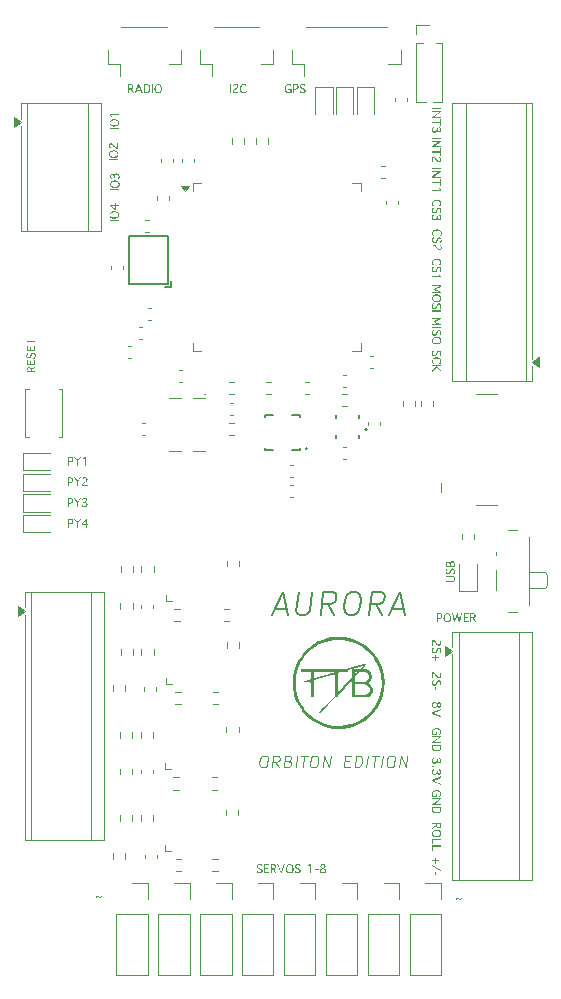
<source format=gbr>
%TF.GenerationSoftware,KiCad,Pcbnew,9.0.0*%
%TF.CreationDate,2025-04-29T18:34:20-04:00*%
%TF.ProjectId,Aurora Orbiton Edition,4175726f-7261-4204-9f72-6269746f6e20,rev?*%
%TF.SameCoordinates,Original*%
%TF.FileFunction,Legend,Top*%
%TF.FilePolarity,Positive*%
%FSLAX46Y46*%
G04 Gerber Fmt 4.6, Leading zero omitted, Abs format (unit mm)*
G04 Created by KiCad (PCBNEW 9.0.0) date 2025-04-29 18:34:20*
%MOMM*%
%LPD*%
G01*
G04 APERTURE LIST*
%ADD10C,0.100000*%
%ADD11C,0.200000*%
%ADD12C,0.120000*%
%ADD13C,0.152500*%
%ADD14C,0.152000*%
%ADD15C,0.000000*%
%ADD16C,0.127000*%
%ADD17C,0.140000*%
G04 APERTURE END LIST*
D10*
G36*
X160859750Y-99329323D02*
G01*
X160913632Y-99338251D01*
X160948002Y-99350446D01*
X160978453Y-99369601D01*
X161002997Y-99393455D01*
X161022252Y-99422437D01*
X161040629Y-99472503D01*
X161047103Y-99532773D01*
X161042444Y-99584664D01*
X161028918Y-99631003D01*
X161006678Y-99672879D01*
X160975174Y-99711071D01*
X160937307Y-99741008D01*
X160890354Y-99763380D01*
X160832353Y-99777791D01*
X160760790Y-99783000D01*
X160668039Y-99783000D01*
X160668039Y-100081953D01*
X160570341Y-100081953D01*
X160570341Y-99707590D01*
X160668039Y-99707590D01*
X160733496Y-99707590D01*
X160801236Y-99703379D01*
X160849332Y-99692437D01*
X160882532Y-99676694D01*
X160904588Y-99657093D01*
X160927164Y-99621573D01*
X160940798Y-99581793D01*
X160945498Y-99536559D01*
X160941515Y-99497010D01*
X160930334Y-99464780D01*
X160912404Y-99438312D01*
X160887303Y-99419667D01*
X160845958Y-99406460D01*
X160781245Y-99401188D01*
X160668039Y-99401188D01*
X160668039Y-99707590D01*
X160570341Y-99707590D01*
X160570341Y-99325778D01*
X160779413Y-99325778D01*
X160859750Y-99329323D01*
G37*
G36*
X161514992Y-99309079D02*
G01*
X161575360Y-99328606D01*
X161629147Y-99360760D01*
X161677494Y-99406622D01*
X161714776Y-99460643D01*
X161742718Y-99526349D01*
X161760675Y-99606105D01*
X161767131Y-99702827D01*
X161760675Y-99799616D01*
X161742716Y-99879423D01*
X161714774Y-99945167D01*
X161677494Y-99999216D01*
X161629151Y-100045048D01*
X161575365Y-100077185D01*
X161514996Y-100096701D01*
X161446318Y-100103447D01*
X161377672Y-100096698D01*
X161317379Y-100077178D01*
X161263707Y-100045043D01*
X161215509Y-99999216D01*
X161178395Y-99945191D01*
X161150565Y-99879456D01*
X161132672Y-99799641D01*
X161126238Y-99702827D01*
X161227843Y-99702827D01*
X161231991Y-99777154D01*
X161243631Y-99840202D01*
X161261828Y-99893637D01*
X161286034Y-99938888D01*
X161318746Y-99978665D01*
X161355794Y-100005968D01*
X161398019Y-100022368D01*
X161446990Y-100028037D01*
X161495992Y-100022361D01*
X161538167Y-100005953D01*
X161575102Y-99978652D01*
X161607641Y-99938888D01*
X161631712Y-99893656D01*
X161649815Y-99840227D01*
X161661398Y-99777172D01*
X161665526Y-99702827D01*
X161661400Y-99628551D01*
X161649818Y-99565535D01*
X161631715Y-99512123D01*
X161607641Y-99466889D01*
X161575102Y-99427126D01*
X161538167Y-99399824D01*
X161495992Y-99383416D01*
X161446990Y-99377740D01*
X161398019Y-99383409D01*
X161355794Y-99399809D01*
X161318746Y-99427113D01*
X161286034Y-99466889D01*
X161261824Y-99512142D01*
X161243628Y-99565560D01*
X161231989Y-99628569D01*
X161227843Y-99702827D01*
X161126238Y-99702827D01*
X161132672Y-99606079D01*
X161150563Y-99526316D01*
X161178393Y-99460619D01*
X161215509Y-99406622D01*
X161263710Y-99360766D01*
X161317384Y-99328613D01*
X161377675Y-99309082D01*
X161446318Y-99302330D01*
X161514992Y-99309079D01*
G37*
G36*
X162118414Y-100080000D02*
G01*
X162018640Y-100080000D01*
X161847732Y-99323824D01*
X161941399Y-99323824D01*
X162061688Y-99856273D01*
X162078114Y-99947559D01*
X162082205Y-99947559D01*
X162098569Y-99856273D01*
X162236688Y-99323824D01*
X162333775Y-99323824D01*
X162468414Y-99857677D01*
X162483435Y-99947559D01*
X162488258Y-99947559D01*
X162503951Y-99857677D01*
X162627721Y-99323824D01*
X162713817Y-99323824D01*
X162538817Y-100080000D01*
X162439043Y-100080000D01*
X162299581Y-99537903D01*
X162281812Y-99445273D01*
X162276988Y-99445273D01*
X162259952Y-99537903D01*
X162118414Y-100080000D01*
G37*
G36*
X162821284Y-100080000D02*
G01*
X162821284Y-99325778D01*
X163247243Y-99325778D01*
X163247243Y-99407843D01*
X162918981Y-99407843D01*
X162918981Y-99646224D01*
X163206210Y-99646224D01*
X163206210Y-99721634D01*
X162918981Y-99721634D01*
X162918981Y-99997934D01*
X163272644Y-99997934D01*
X163272644Y-100080000D01*
X162821284Y-100080000D01*
G37*
G36*
X163684136Y-99329099D02*
G01*
X163726155Y-99337811D01*
X163756123Y-99350446D01*
X163794511Y-99380377D01*
X163824633Y-99422315D01*
X163843650Y-99471272D01*
X163850034Y-99524286D01*
X163845756Y-99567264D01*
X163832876Y-99608855D01*
X163812402Y-99647525D01*
X163784944Y-99682433D01*
X163748445Y-99711736D01*
X163689811Y-99740563D01*
X163726081Y-99766636D01*
X163755879Y-99805959D01*
X163786287Y-99856884D01*
X163906088Y-100080000D01*
X163794103Y-100080000D01*
X163689567Y-99881552D01*
X163645511Y-99814102D01*
X163590526Y-99755645D01*
X163490509Y-99755645D01*
X163490509Y-100080000D01*
X163392812Y-100080000D01*
X163392812Y-99680235D01*
X163490509Y-99680235D01*
X163587107Y-99680235D01*
X163643607Y-99674970D01*
X163679492Y-99661734D01*
X163707646Y-99639145D01*
X163729806Y-99607206D01*
X163743779Y-99570074D01*
X163748429Y-99530819D01*
X163744613Y-99496597D01*
X163733592Y-99467072D01*
X163715618Y-99441437D01*
X163690544Y-99420055D01*
X163656695Y-99406827D01*
X163594007Y-99401188D01*
X163490509Y-99401188D01*
X163490509Y-99680235D01*
X163392812Y-99680235D01*
X163392812Y-99325778D01*
X163626552Y-99325778D01*
X163684136Y-99329099D01*
G37*
G36*
X160154150Y-59174170D02*
G01*
X160154150Y-59076472D01*
X160908371Y-59076472D01*
X160908371Y-59174170D01*
X160154150Y-59174170D01*
G37*
G36*
X160154150Y-59406689D02*
G01*
X160154150Y-59316807D01*
X160908371Y-59316807D01*
X160908371Y-59414199D01*
X160372442Y-59758276D01*
X160312236Y-59789662D01*
X160371770Y-59789662D01*
X160908371Y-59789662D01*
X160908371Y-59879543D01*
X160154150Y-59879543D01*
X160154150Y-59783494D01*
X160692827Y-59438135D01*
X160753033Y-59406689D01*
X160692827Y-59406689D01*
X160154150Y-59406689D01*
G37*
G36*
X160154150Y-60223437D02*
G01*
X160834122Y-60223437D01*
X160834122Y-59965516D01*
X160909532Y-59965516D01*
X160909532Y-60571239D01*
X160834122Y-60571239D01*
X160834122Y-60321134D01*
X160154150Y-60321134D01*
X160154150Y-60223437D01*
G37*
G36*
X160154150Y-60671867D02*
G01*
X160232368Y-60671867D01*
X160272753Y-60675723D01*
X160317151Y-60687961D01*
X160366519Y-60709969D01*
X160411802Y-60739182D01*
X160458687Y-60781098D01*
X160507569Y-60838135D01*
X160547442Y-60888999D01*
X160623468Y-60980536D01*
X160665411Y-61019546D01*
X160705905Y-61040384D01*
X160746377Y-61047024D01*
X160774117Y-61043051D01*
X160799678Y-61031096D01*
X160823924Y-61010143D01*
X160841845Y-60983643D01*
X160853357Y-60949200D01*
X160857569Y-60904508D01*
X160854253Y-60863371D01*
X160845452Y-60833273D01*
X160832290Y-60811574D01*
X160804689Y-60788400D01*
X160775809Y-60781288D01*
X160775809Y-60691406D01*
X160780571Y-60691406D01*
X160818240Y-60697972D01*
X160855065Y-60718517D01*
X160886360Y-60749742D01*
X160911608Y-60791546D01*
X160927180Y-60841098D01*
X160932979Y-60907439D01*
X160928755Y-60973038D01*
X160917386Y-61023398D01*
X160900338Y-61061618D01*
X160878330Y-61090194D01*
X160839174Y-61120679D01*
X160796045Y-61138620D01*
X160747476Y-61144721D01*
X160707782Y-61140534D01*
X160666327Y-61127502D01*
X160626575Y-61103825D01*
X160580414Y-61059846D01*
X160513858Y-60977781D01*
X160488396Y-60940656D01*
X160433455Y-60869370D01*
X160383526Y-60820311D01*
X160337826Y-60788929D01*
X160295334Y-60771673D01*
X160254778Y-60766206D01*
X160236215Y-60766206D01*
X160236215Y-61158398D01*
X160154150Y-61158398D01*
X160154150Y-60671867D01*
G37*
G36*
X133630000Y-58231960D02*
G01*
X133630000Y-58329658D01*
X132875778Y-58329658D01*
X132875778Y-58231960D01*
X133630000Y-58231960D01*
G37*
G36*
X133349616Y-57478333D02*
G01*
X133429423Y-57496292D01*
X133495167Y-57524234D01*
X133549216Y-57561514D01*
X133595048Y-57609857D01*
X133627185Y-57663643D01*
X133646701Y-57724012D01*
X133653447Y-57792690D01*
X133646698Y-57861337D01*
X133627178Y-57921629D01*
X133595043Y-57975302D01*
X133549216Y-58023499D01*
X133495191Y-58060613D01*
X133429456Y-58088444D01*
X133349641Y-58106336D01*
X133252827Y-58112770D01*
X133156079Y-58106337D01*
X133076316Y-58088445D01*
X133010619Y-58060616D01*
X132956622Y-58023499D01*
X132910766Y-57975298D01*
X132878613Y-57921624D01*
X132859082Y-57861333D01*
X132852330Y-57792690D01*
X132852396Y-57792018D01*
X132927740Y-57792018D01*
X132933409Y-57840989D01*
X132949809Y-57883214D01*
X132977113Y-57920262D01*
X133016889Y-57952974D01*
X133062142Y-57977184D01*
X133115560Y-57995380D01*
X133178569Y-58007019D01*
X133252827Y-58011165D01*
X133327154Y-58007017D01*
X133390202Y-57995377D01*
X133443637Y-57977180D01*
X133488888Y-57952974D01*
X133528665Y-57920262D01*
X133555968Y-57883214D01*
X133572368Y-57840989D01*
X133578037Y-57792018D01*
X133572361Y-57743016D01*
X133555953Y-57700841D01*
X133528652Y-57663906D01*
X133488888Y-57631367D01*
X133443656Y-57607296D01*
X133390227Y-57589193D01*
X133327172Y-57577610D01*
X133252827Y-57573482D01*
X133178551Y-57577608D01*
X133115535Y-57589190D01*
X133062123Y-57607293D01*
X133016889Y-57631367D01*
X132977126Y-57663906D01*
X132949824Y-57700841D01*
X132933416Y-57743016D01*
X132927740Y-57792018D01*
X132852396Y-57792018D01*
X132859079Y-57724016D01*
X132878606Y-57663648D01*
X132910760Y-57609861D01*
X132956622Y-57561514D01*
X133010643Y-57524232D01*
X133076349Y-57496290D01*
X133156105Y-57478333D01*
X133252827Y-57471877D01*
X133349616Y-57478333D01*
G37*
G36*
X133630000Y-57127983D02*
G01*
X132969567Y-57127983D01*
X133030444Y-57280390D01*
X132946242Y-57280390D01*
X132875778Y-57127983D01*
X132875778Y-57038101D01*
X133630000Y-57038101D01*
X133630000Y-57127983D01*
G37*
G36*
X160329002Y-64769748D02*
G01*
X160329002Y-64859630D01*
X160324300Y-64859630D01*
X160281250Y-64852399D01*
X160234785Y-64828977D01*
X160207120Y-64806164D01*
X160184929Y-64778664D01*
X160167862Y-64745874D01*
X160152203Y-64690496D01*
X160146552Y-64621859D01*
X160153087Y-64552165D01*
X160171953Y-64490964D01*
X160202876Y-64436566D01*
X160246692Y-64387814D01*
X160298763Y-64350400D01*
X160364134Y-64322050D01*
X160445731Y-64303602D01*
X160547172Y-64296894D01*
X160647756Y-64303553D01*
X160729007Y-64321900D01*
X160794412Y-64350153D01*
X160846796Y-64387508D01*
X160890886Y-64436120D01*
X160922034Y-64490605D01*
X160941066Y-64552160D01*
X160947669Y-64622531D01*
X160941861Y-64690535D01*
X160925687Y-64745874D01*
X160908133Y-64778532D01*
X160885081Y-64806048D01*
X160856078Y-64828977D01*
X160807890Y-64852458D01*
X160764548Y-64859630D01*
X160764548Y-64769748D01*
X160769249Y-64769748D01*
X160795340Y-64765553D01*
X160821456Y-64752407D01*
X160843331Y-64731771D01*
X160859497Y-64703131D01*
X160868844Y-64669268D01*
X160872259Y-64626256D01*
X160866182Y-64570938D01*
X160848946Y-64525192D01*
X160820861Y-64486912D01*
X160780668Y-64454919D01*
X160717252Y-64424705D01*
X160640409Y-64405417D01*
X160547172Y-64398499D01*
X160452951Y-64405488D01*
X160375886Y-64424908D01*
X160312821Y-64455225D01*
X160272903Y-64487341D01*
X160245039Y-64525532D01*
X160227969Y-64570936D01*
X160221962Y-64625584D01*
X160226413Y-64676783D01*
X160238019Y-64712478D01*
X160255179Y-64736775D01*
X160278901Y-64755539D01*
X160303267Y-64766224D01*
X160329002Y-64769748D01*
G37*
G36*
X160336512Y-64947557D02*
G01*
X160336512Y-65045254D01*
X160331810Y-65045254D01*
X160293273Y-65050644D01*
X160265629Y-65065370D01*
X160246020Y-65089340D01*
X160233339Y-65119752D01*
X160225011Y-65158255D01*
X160221962Y-65206699D01*
X160226351Y-65248191D01*
X160238949Y-65283686D01*
X160259637Y-65314471D01*
X160287279Y-65338522D01*
X160319704Y-65352893D01*
X160358433Y-65357885D01*
X160390080Y-65353634D01*
X160416888Y-65341303D01*
X160440071Y-65320455D01*
X160468879Y-65277756D01*
X160502536Y-65207370D01*
X160518290Y-65168536D01*
X160553358Y-65094850D01*
X160583747Y-65049345D01*
X160618742Y-65014339D01*
X160655799Y-64990422D01*
X160696998Y-64975981D01*
X160743909Y-64971004D01*
X160798542Y-64977812D01*
X160846193Y-64997683D01*
X160888623Y-65031210D01*
X160912827Y-65062762D01*
X160931224Y-65103164D01*
X160943263Y-65154476D01*
X160947669Y-65219277D01*
X160941629Y-65296919D01*
X160926122Y-65349737D01*
X160903766Y-65384508D01*
X160872097Y-65411489D01*
X160838424Y-65426969D01*
X160801612Y-65432135D01*
X160796116Y-65432135D01*
X160796116Y-65334438D01*
X160801612Y-65334438D01*
X160819415Y-65330941D01*
X160837943Y-65319600D01*
X160852969Y-65302006D01*
X160864016Y-65275881D01*
X160870118Y-65246024D01*
X160872259Y-65211889D01*
X160867637Y-65165794D01*
X160855178Y-65131681D01*
X160835928Y-65106620D01*
X160810127Y-65087484D01*
X160782713Y-65076347D01*
X160752885Y-65072609D01*
X160723022Y-65076637D01*
X160694633Y-65088852D01*
X160669686Y-65108047D01*
X160649021Y-65133670D01*
X160600600Y-65230085D01*
X160580755Y-65276247D01*
X160544399Y-65347731D01*
X160510650Y-65394521D01*
X160479272Y-65422854D01*
X160442695Y-65443368D01*
X160404734Y-65455445D01*
X160364661Y-65459490D01*
X160309168Y-65452096D01*
X160254569Y-65429387D01*
X160221826Y-65406624D01*
X160195140Y-65378997D01*
X160173968Y-65346039D01*
X160159563Y-65309427D01*
X160150048Y-65262783D01*
X160146552Y-65203829D01*
X160152122Y-65123579D01*
X160167008Y-65063084D01*
X160183914Y-65027683D01*
X160206131Y-64999287D01*
X160233930Y-64976927D01*
X160282678Y-64954937D01*
X160336512Y-64947557D01*
G37*
G36*
X160547904Y-65689567D02*
G01*
X160623314Y-65689567D01*
X160623314Y-65746659D01*
X160629130Y-65808512D01*
X160644136Y-65850218D01*
X160668019Y-65884254D01*
X160696465Y-65909752D01*
X160729686Y-65926290D01*
X160766257Y-65931795D01*
X160797311Y-65927618D01*
X160822723Y-65915661D01*
X160843866Y-65895647D01*
X160859142Y-65870128D01*
X160868797Y-65838844D01*
X160872259Y-65800331D01*
X160869978Y-65766681D01*
X160863344Y-65735973D01*
X160851151Y-65709073D01*
X160833607Y-65690239D01*
X160811897Y-65678228D01*
X160790193Y-65674424D01*
X160784698Y-65674424D01*
X160784698Y-65588450D01*
X160790193Y-65588450D01*
X160827461Y-65593732D01*
X160863144Y-65609850D01*
X160898332Y-65638398D01*
X160923851Y-65675116D01*
X160941079Y-65728634D01*
X160947669Y-65804911D01*
X160941570Y-65877033D01*
X160925214Y-65930855D01*
X160900408Y-65970629D01*
X160865787Y-66001540D01*
X160825800Y-66019829D01*
X160778653Y-66026133D01*
X160739330Y-66022077D01*
X160702998Y-66010075D01*
X160669988Y-65990465D01*
X160640045Y-65962691D01*
X160616099Y-65926702D01*
X160595226Y-65872627D01*
X160573166Y-65931375D01*
X160546806Y-65975957D01*
X160516580Y-66008975D01*
X160479799Y-66033686D01*
X160437159Y-66048771D01*
X160387070Y-66054038D01*
X160328858Y-66047077D01*
X160274099Y-66026197D01*
X160221413Y-65990230D01*
X160189833Y-65955936D01*
X160166641Y-65913646D01*
X160151866Y-65861645D01*
X160146552Y-65797583D01*
X160153000Y-65723477D01*
X160170044Y-65670155D01*
X160195584Y-65632414D01*
X160230833Y-65602940D01*
X160267425Y-65586176D01*
X160306531Y-65580635D01*
X160306531Y-65670516D01*
X160301830Y-65670516D01*
X160277472Y-65674732D01*
X160257910Y-65687023D01*
X160241929Y-65708618D01*
X160227376Y-65749993D01*
X160221962Y-65805949D01*
X160226519Y-65850312D01*
X160239487Y-65887587D01*
X160262043Y-65918445D01*
X160295846Y-65941320D01*
X160336131Y-65955025D01*
X160380781Y-65959699D01*
X160425506Y-65953531D01*
X160464638Y-65935380D01*
X160499727Y-65904256D01*
X160524922Y-65864388D01*
X160541636Y-65809585D01*
X160547904Y-65735179D01*
X160547904Y-65689567D01*
G37*
G36*
X160924221Y-117304082D02*
G01*
X160920900Y-117361666D01*
X160912188Y-117403685D01*
X160899553Y-117433653D01*
X160869622Y-117472040D01*
X160827684Y-117502163D01*
X160778727Y-117521180D01*
X160725713Y-117527564D01*
X160682735Y-117523286D01*
X160641144Y-117510406D01*
X160602474Y-117489932D01*
X160567566Y-117462473D01*
X160538263Y-117425975D01*
X160509436Y-117367341D01*
X160483363Y-117403611D01*
X160444040Y-117433408D01*
X160393115Y-117463817D01*
X160170000Y-117583618D01*
X160170000Y-117471632D01*
X160368447Y-117367096D01*
X160435897Y-117323041D01*
X160494354Y-117268056D01*
X160494354Y-117264637D01*
X160569764Y-117264637D01*
X160575029Y-117321137D01*
X160588265Y-117357021D01*
X160610854Y-117385175D01*
X160642793Y-117407336D01*
X160679925Y-117421309D01*
X160719180Y-117425959D01*
X160753402Y-117422143D01*
X160782927Y-117411121D01*
X160808562Y-117393148D01*
X160829944Y-117368073D01*
X160843172Y-117334225D01*
X160848811Y-117271536D01*
X160848811Y-117168039D01*
X160569764Y-117168039D01*
X160569764Y-117264637D01*
X160494354Y-117264637D01*
X160494354Y-117168039D01*
X160170000Y-117168039D01*
X160170000Y-117070341D01*
X160924221Y-117070341D01*
X160924221Y-117304082D01*
G37*
G36*
X160643920Y-117655142D02*
G01*
X160723683Y-117673033D01*
X160789380Y-117700863D01*
X160843377Y-117737979D01*
X160889233Y-117786181D01*
X160921386Y-117839855D01*
X160940917Y-117900146D01*
X160947669Y-117968789D01*
X160940920Y-118037463D01*
X160921393Y-118097830D01*
X160889239Y-118151617D01*
X160843377Y-118199965D01*
X160789356Y-118237247D01*
X160723650Y-118265188D01*
X160643894Y-118283146D01*
X160547172Y-118289602D01*
X160450383Y-118283145D01*
X160370576Y-118265186D01*
X160304832Y-118237244D01*
X160250783Y-118199965D01*
X160204951Y-118151621D01*
X160172814Y-118097835D01*
X160153298Y-118037466D01*
X160146618Y-117969460D01*
X160221962Y-117969460D01*
X160227638Y-118018462D01*
X160244046Y-118060638D01*
X160271347Y-118097573D01*
X160311111Y-118130111D01*
X160356343Y-118154182D01*
X160409772Y-118172285D01*
X160472827Y-118183869D01*
X160547172Y-118187997D01*
X160621448Y-118183870D01*
X160684464Y-118172289D01*
X160737876Y-118154186D01*
X160783110Y-118130111D01*
X160822873Y-118097573D01*
X160850175Y-118060638D01*
X160866583Y-118018462D01*
X160872259Y-117969460D01*
X160866590Y-117920490D01*
X160850190Y-117878265D01*
X160822886Y-117841216D01*
X160783110Y-117808504D01*
X160737857Y-117784295D01*
X160684439Y-117766098D01*
X160621430Y-117754460D01*
X160547172Y-117750314D01*
X160472845Y-117754461D01*
X160409797Y-117766102D01*
X160356362Y-117784299D01*
X160311111Y-117808504D01*
X160271334Y-117841216D01*
X160244031Y-117878265D01*
X160227631Y-117920490D01*
X160221962Y-117969460D01*
X160146618Y-117969460D01*
X160146552Y-117968789D01*
X160153301Y-117900142D01*
X160172821Y-117839850D01*
X160204956Y-117786177D01*
X160250783Y-117737979D01*
X160304808Y-117700865D01*
X160370543Y-117673035D01*
X160450358Y-117655142D01*
X160547172Y-117648709D01*
X160643920Y-117655142D01*
G37*
G36*
X160170000Y-118402930D02*
G01*
X160926175Y-118402930D01*
X160926175Y-118500628D01*
X160252065Y-118500628D01*
X160252065Y-118897278D01*
X160170000Y-118897278D01*
X160170000Y-118402930D01*
G37*
G36*
X160170000Y-118982274D02*
G01*
X160926175Y-118982274D01*
X160926175Y-119079972D01*
X160252065Y-119079972D01*
X160252065Y-119476622D01*
X160170000Y-119476622D01*
X160170000Y-118982274D01*
G37*
G36*
X160479883Y-120559106D02*
G01*
X160404473Y-120559106D01*
X160404473Y-120324633D01*
X160170000Y-120324633D01*
X160170000Y-120250383D01*
X160404473Y-120250383D01*
X160404473Y-120015910D01*
X160479883Y-120015910D01*
X160479883Y-120250383D01*
X160713196Y-120250383D01*
X160713196Y-120324633D01*
X160479883Y-120324633D01*
X160479883Y-120559106D01*
G37*
G36*
X160146552Y-120729038D02*
G01*
X160146552Y-120642210D01*
X160947669Y-121047592D01*
X160947669Y-121131673D01*
X160146552Y-120729038D01*
G37*
G36*
X160439644Y-121193161D02*
G01*
X160515054Y-121193161D01*
X160515054Y-121494068D01*
X160439644Y-121494068D01*
X160439644Y-121193161D01*
G37*
G36*
X160170000Y-101585973D02*
G01*
X160248218Y-101585973D01*
X160288603Y-101589829D01*
X160333001Y-101602067D01*
X160382369Y-101624075D01*
X160427652Y-101653289D01*
X160474537Y-101695204D01*
X160523419Y-101752241D01*
X160563292Y-101803105D01*
X160639318Y-101894642D01*
X160681261Y-101933653D01*
X160721755Y-101954490D01*
X160762227Y-101961130D01*
X160789967Y-101957157D01*
X160815528Y-101945202D01*
X160839774Y-101924249D01*
X160857695Y-101897749D01*
X160869207Y-101863306D01*
X160873419Y-101818614D01*
X160870103Y-101777477D01*
X160861302Y-101747379D01*
X160848140Y-101725680D01*
X160820539Y-101702506D01*
X160791659Y-101695394D01*
X160791659Y-101605512D01*
X160796421Y-101605512D01*
X160834090Y-101612079D01*
X160870915Y-101632623D01*
X160902210Y-101663849D01*
X160927458Y-101705652D01*
X160943030Y-101755204D01*
X160948829Y-101821545D01*
X160944605Y-101887144D01*
X160933236Y-101937504D01*
X160916188Y-101975724D01*
X160894180Y-102004300D01*
X160855024Y-102034785D01*
X160811895Y-102052726D01*
X160763326Y-102058827D01*
X160723632Y-102054640D01*
X160682177Y-102041608D01*
X160642425Y-102017931D01*
X160596264Y-101973953D01*
X160529708Y-101891887D01*
X160504246Y-101854762D01*
X160449305Y-101783477D01*
X160399376Y-101734417D01*
X160353676Y-101703036D01*
X160311184Y-101685779D01*
X160270628Y-101680312D01*
X160252065Y-101680312D01*
X160252065Y-102072505D01*
X160170000Y-102072505D01*
X160170000Y-101585973D01*
G37*
G36*
X160336512Y-102213189D02*
G01*
X160336512Y-102310886D01*
X160331810Y-102310886D01*
X160293273Y-102316276D01*
X160265629Y-102331001D01*
X160246020Y-102354972D01*
X160233339Y-102385384D01*
X160225011Y-102423886D01*
X160221962Y-102472330D01*
X160226351Y-102513823D01*
X160238949Y-102549317D01*
X160259637Y-102580102D01*
X160287279Y-102604154D01*
X160319704Y-102618525D01*
X160358433Y-102623517D01*
X160390080Y-102619265D01*
X160416888Y-102606935D01*
X160440071Y-102586086D01*
X160468879Y-102543388D01*
X160502536Y-102473002D01*
X160518290Y-102434167D01*
X160553358Y-102360482D01*
X160583747Y-102314977D01*
X160618742Y-102279971D01*
X160655799Y-102256053D01*
X160696998Y-102241613D01*
X160743909Y-102236636D01*
X160798542Y-102243444D01*
X160846193Y-102263314D01*
X160888623Y-102296842D01*
X160912827Y-102328393D01*
X160931224Y-102368796D01*
X160943263Y-102420107D01*
X160947669Y-102484909D01*
X160941629Y-102562550D01*
X160926122Y-102615368D01*
X160903766Y-102650139D01*
X160872097Y-102677121D01*
X160838424Y-102692601D01*
X160801612Y-102697766D01*
X160796116Y-102697766D01*
X160796116Y-102600069D01*
X160801612Y-102600069D01*
X160819415Y-102596573D01*
X160837943Y-102585232D01*
X160852969Y-102567637D01*
X160864016Y-102541512D01*
X160870118Y-102511656D01*
X160872259Y-102477520D01*
X160867637Y-102431426D01*
X160855178Y-102397313D01*
X160835928Y-102372252D01*
X160810127Y-102353115D01*
X160782713Y-102341978D01*
X160752885Y-102338241D01*
X160723022Y-102342269D01*
X160694633Y-102354483D01*
X160669686Y-102373678D01*
X160649021Y-102399302D01*
X160600600Y-102495717D01*
X160580755Y-102541878D01*
X160544399Y-102613363D01*
X160510650Y-102660153D01*
X160479272Y-102688485D01*
X160442695Y-102709000D01*
X160404734Y-102721077D01*
X160364661Y-102725122D01*
X160309168Y-102717728D01*
X160254569Y-102695019D01*
X160221826Y-102672256D01*
X160195140Y-102644628D01*
X160173968Y-102611671D01*
X160159563Y-102575058D01*
X160150048Y-102528415D01*
X160146552Y-102469460D01*
X160152122Y-102389210D01*
X160167008Y-102328715D01*
X160183914Y-102293314D01*
X160206131Y-102264919D01*
X160233930Y-102242559D01*
X160282678Y-102220569D01*
X160336512Y-102213189D01*
G37*
G36*
X160479883Y-103366015D02*
G01*
X160404473Y-103366015D01*
X160404473Y-103131542D01*
X160170000Y-103131542D01*
X160170000Y-103057292D01*
X160404473Y-103057292D01*
X160404473Y-102822819D01*
X160479883Y-102822819D01*
X160479883Y-103057292D01*
X160713196Y-103057292D01*
X160713196Y-103131542D01*
X160479883Y-103131542D01*
X160479883Y-103366015D01*
G37*
G36*
X160153916Y-61736087D02*
G01*
X160153916Y-61638389D01*
X160908137Y-61638389D01*
X160908137Y-61736087D01*
X160153916Y-61736087D01*
G37*
G36*
X160153916Y-61968606D02*
G01*
X160153916Y-61878724D01*
X160908137Y-61878724D01*
X160908137Y-61976116D01*
X160372208Y-62320193D01*
X160312002Y-62351579D01*
X160371536Y-62351579D01*
X160908137Y-62351579D01*
X160908137Y-62441460D01*
X160153916Y-62441460D01*
X160153916Y-62345411D01*
X160692593Y-62000052D01*
X160752799Y-61968606D01*
X160692593Y-61968606D01*
X160153916Y-61968606D01*
G37*
G36*
X160153916Y-62785354D02*
G01*
X160833888Y-62785354D01*
X160833888Y-62527433D01*
X160909298Y-62527433D01*
X160909298Y-63133156D01*
X160833888Y-63133156D01*
X160833888Y-62883051D01*
X160153916Y-62883051D01*
X160153916Y-62785354D01*
G37*
G36*
X160153916Y-63448717D02*
G01*
X160814348Y-63448717D01*
X160753471Y-63296310D01*
X160837673Y-63296310D01*
X160908137Y-63448717D01*
X160908137Y-63538599D01*
X160153916Y-63538599D01*
X160153916Y-63448717D01*
G37*
X131676727Y-123347698D02*
X131724346Y-123300079D01*
X131724346Y-123300079D02*
X131819584Y-123252460D01*
X131819584Y-123252460D02*
X132010060Y-123347698D01*
X132010060Y-123347698D02*
X132105298Y-123300079D01*
X132105298Y-123300079D02*
X132152917Y-123252460D01*
G36*
X160355643Y-67297543D02*
G01*
X160355643Y-67387425D01*
X160350941Y-67387425D01*
X160307891Y-67380194D01*
X160261426Y-67356772D01*
X160233761Y-67333959D01*
X160211570Y-67306459D01*
X160194503Y-67273669D01*
X160178844Y-67218291D01*
X160173193Y-67149654D01*
X160179728Y-67079960D01*
X160198594Y-67018759D01*
X160229517Y-66964361D01*
X160273333Y-66915609D01*
X160325404Y-66878195D01*
X160390775Y-66849845D01*
X160472372Y-66831397D01*
X160573813Y-66824689D01*
X160674397Y-66831348D01*
X160755648Y-66849695D01*
X160821053Y-66877948D01*
X160873437Y-66915303D01*
X160917527Y-66963915D01*
X160948675Y-67018400D01*
X160967707Y-67079955D01*
X160974310Y-67150326D01*
X160968502Y-67218330D01*
X160952328Y-67273669D01*
X160934774Y-67306327D01*
X160911722Y-67333843D01*
X160882719Y-67356772D01*
X160834531Y-67380253D01*
X160791189Y-67387425D01*
X160791189Y-67297543D01*
X160795890Y-67297543D01*
X160821981Y-67293348D01*
X160848097Y-67280202D01*
X160869972Y-67259566D01*
X160886138Y-67230926D01*
X160895485Y-67197063D01*
X160898900Y-67154051D01*
X160892823Y-67098733D01*
X160875587Y-67052987D01*
X160847502Y-67014707D01*
X160807309Y-66982714D01*
X160743893Y-66952500D01*
X160667050Y-66933212D01*
X160573813Y-66926294D01*
X160479592Y-66933283D01*
X160402527Y-66952703D01*
X160339462Y-66983020D01*
X160299544Y-67015136D01*
X160271680Y-67053327D01*
X160254610Y-67098731D01*
X160248603Y-67153379D01*
X160253054Y-67204578D01*
X160264660Y-67240273D01*
X160281820Y-67264570D01*
X160305542Y-67283334D01*
X160329908Y-67294019D01*
X160355643Y-67297543D01*
G37*
G36*
X160363153Y-67475352D02*
G01*
X160363153Y-67573049D01*
X160358451Y-67573049D01*
X160319914Y-67578439D01*
X160292270Y-67593165D01*
X160272661Y-67617135D01*
X160259980Y-67647547D01*
X160251652Y-67686050D01*
X160248603Y-67734494D01*
X160252992Y-67775986D01*
X160265590Y-67811481D01*
X160286278Y-67842266D01*
X160313920Y-67866317D01*
X160346345Y-67880688D01*
X160385074Y-67885680D01*
X160416721Y-67881429D01*
X160443529Y-67869098D01*
X160466712Y-67848250D01*
X160495520Y-67805551D01*
X160529177Y-67735165D01*
X160544931Y-67696331D01*
X160579999Y-67622645D01*
X160610388Y-67577140D01*
X160645383Y-67542134D01*
X160682440Y-67518217D01*
X160723639Y-67503776D01*
X160770550Y-67498799D01*
X160825183Y-67505607D01*
X160872834Y-67525478D01*
X160915264Y-67559005D01*
X160939468Y-67590557D01*
X160957865Y-67630959D01*
X160969904Y-67682271D01*
X160974310Y-67747072D01*
X160968270Y-67824714D01*
X160952763Y-67877532D01*
X160930407Y-67912303D01*
X160898738Y-67939284D01*
X160865065Y-67954764D01*
X160828253Y-67959930D01*
X160822757Y-67959930D01*
X160822757Y-67862233D01*
X160828253Y-67862233D01*
X160846056Y-67858736D01*
X160864584Y-67847395D01*
X160879610Y-67829801D01*
X160890657Y-67803676D01*
X160896759Y-67773819D01*
X160898900Y-67739684D01*
X160894278Y-67693589D01*
X160881819Y-67659476D01*
X160862569Y-67634415D01*
X160836768Y-67615279D01*
X160809354Y-67604142D01*
X160779526Y-67600404D01*
X160749663Y-67604432D01*
X160721274Y-67616647D01*
X160696327Y-67635842D01*
X160675662Y-67661465D01*
X160627241Y-67757880D01*
X160607396Y-67804042D01*
X160571040Y-67875526D01*
X160537291Y-67922316D01*
X160505913Y-67950649D01*
X160469336Y-67971163D01*
X160431375Y-67983240D01*
X160391302Y-67987285D01*
X160335809Y-67979891D01*
X160281210Y-67957182D01*
X160248467Y-67934419D01*
X160221781Y-67906792D01*
X160200609Y-67873834D01*
X160186204Y-67837222D01*
X160176689Y-67790578D01*
X160173193Y-67731624D01*
X160178763Y-67651374D01*
X160193649Y-67590879D01*
X160210555Y-67555478D01*
X160232772Y-67527082D01*
X160260571Y-67504722D01*
X160309319Y-67482732D01*
X160363153Y-67475352D01*
G37*
G36*
X160196641Y-68112337D02*
G01*
X160274859Y-68112337D01*
X160315244Y-68116193D01*
X160359642Y-68128431D01*
X160409010Y-68150439D01*
X160454293Y-68179653D01*
X160501178Y-68221569D01*
X160550060Y-68278606D01*
X160589933Y-68329469D01*
X160665959Y-68421007D01*
X160707902Y-68460017D01*
X160748396Y-68480855D01*
X160788868Y-68487494D01*
X160816608Y-68483522D01*
X160842169Y-68471566D01*
X160866415Y-68450614D01*
X160884336Y-68424114D01*
X160895848Y-68389671D01*
X160900060Y-68344979D01*
X160896744Y-68303842D01*
X160887943Y-68273743D01*
X160874781Y-68252044D01*
X160847180Y-68228870D01*
X160818300Y-68221758D01*
X160818300Y-68131877D01*
X160823062Y-68131877D01*
X160860731Y-68138443D01*
X160897556Y-68158988D01*
X160928851Y-68190213D01*
X160954099Y-68232016D01*
X160969671Y-68281569D01*
X160975470Y-68347910D01*
X160971246Y-68413509D01*
X160959877Y-68463869D01*
X160942829Y-68502089D01*
X160920821Y-68530664D01*
X160881665Y-68561150D01*
X160838536Y-68579091D01*
X160789967Y-68585192D01*
X160750273Y-68581005D01*
X160708818Y-68567972D01*
X160669066Y-68544295D01*
X160622905Y-68500317D01*
X160556349Y-68418252D01*
X160530887Y-68381127D01*
X160475946Y-68309841D01*
X160426017Y-68260782D01*
X160380317Y-68229400D01*
X160337825Y-68212143D01*
X160297269Y-68206676D01*
X160278706Y-68206676D01*
X160278706Y-68598869D01*
X160196641Y-68598869D01*
X160196641Y-68112337D01*
G37*
G36*
X143118039Y-55280000D02*
G01*
X143020341Y-55280000D01*
X143020341Y-54525778D01*
X143118039Y-54525778D01*
X143118039Y-55280000D01*
G37*
G36*
X143276308Y-55280000D02*
G01*
X143276308Y-55201781D01*
X143280164Y-55161396D01*
X143292402Y-55116998D01*
X143314410Y-55067630D01*
X143343624Y-55022347D01*
X143385539Y-54975462D01*
X143442576Y-54926580D01*
X143493440Y-54886707D01*
X143584977Y-54810681D01*
X143623988Y-54768738D01*
X143644825Y-54728244D01*
X143651465Y-54687772D01*
X143647492Y-54660032D01*
X143635537Y-54634471D01*
X143614584Y-54610225D01*
X143588084Y-54592304D01*
X143553641Y-54580792D01*
X143508949Y-54576580D01*
X143467812Y-54579896D01*
X143437714Y-54588697D01*
X143416015Y-54601859D01*
X143392841Y-54629460D01*
X143385729Y-54658340D01*
X143295847Y-54658340D01*
X143295847Y-54653578D01*
X143302414Y-54615909D01*
X143322958Y-54579084D01*
X143354184Y-54547789D01*
X143395987Y-54522541D01*
X143445539Y-54506969D01*
X143511880Y-54501170D01*
X143577479Y-54505394D01*
X143627839Y-54516763D01*
X143666059Y-54533811D01*
X143694635Y-54555819D01*
X143725120Y-54594975D01*
X143743061Y-54638104D01*
X143749162Y-54686673D01*
X143744975Y-54726367D01*
X143731943Y-54767822D01*
X143708266Y-54807574D01*
X143664288Y-54853735D01*
X143582222Y-54920291D01*
X143545097Y-54945753D01*
X143473811Y-55000694D01*
X143424752Y-55050623D01*
X143393371Y-55096323D01*
X143376114Y-55138815D01*
X143370647Y-55179371D01*
X143370647Y-55197934D01*
X143762840Y-55197934D01*
X143762840Y-55280000D01*
X143276308Y-55280000D01*
G37*
G36*
X144372470Y-55120997D02*
G01*
X144462351Y-55120997D01*
X144462351Y-55125699D01*
X144455120Y-55168749D01*
X144431699Y-55215214D01*
X144408885Y-55242879D01*
X144381385Y-55265070D01*
X144348595Y-55282137D01*
X144293217Y-55297796D01*
X144224581Y-55303447D01*
X144154887Y-55296912D01*
X144093685Y-55278046D01*
X144039288Y-55247123D01*
X143990535Y-55203307D01*
X143953121Y-55151236D01*
X143924772Y-55085865D01*
X143906324Y-55004268D01*
X143899616Y-54902827D01*
X143906274Y-54802243D01*
X143924621Y-54720992D01*
X143952875Y-54655587D01*
X143990230Y-54603203D01*
X144038842Y-54559113D01*
X144093327Y-54527965D01*
X144154881Y-54508933D01*
X144225252Y-54502330D01*
X144293257Y-54508138D01*
X144348595Y-54524312D01*
X144381254Y-54541866D01*
X144408770Y-54564918D01*
X144431699Y-54593921D01*
X144455180Y-54642109D01*
X144462351Y-54685451D01*
X144372470Y-54685451D01*
X144372470Y-54680750D01*
X144368275Y-54654659D01*
X144355129Y-54628543D01*
X144334493Y-54606668D01*
X144305853Y-54590502D01*
X144271989Y-54581155D01*
X144228977Y-54577740D01*
X144173660Y-54583817D01*
X144127914Y-54601053D01*
X144089633Y-54629138D01*
X144057641Y-54669331D01*
X144027426Y-54732747D01*
X144008138Y-54809590D01*
X144001221Y-54902827D01*
X144008210Y-54997048D01*
X144027630Y-55074113D01*
X144057946Y-55137178D01*
X144090063Y-55177096D01*
X144128254Y-55204960D01*
X144173657Y-55222030D01*
X144228306Y-55228037D01*
X144279505Y-55223586D01*
X144315199Y-55211980D01*
X144339497Y-55194820D01*
X144358261Y-55171098D01*
X144368945Y-55146732D01*
X144372470Y-55120997D01*
G37*
G36*
X133680000Y-63431960D02*
G01*
X133680000Y-63529658D01*
X132925778Y-63529658D01*
X132925778Y-63431960D01*
X133680000Y-63431960D01*
G37*
G36*
X133399616Y-62678333D02*
G01*
X133479423Y-62696292D01*
X133545167Y-62724234D01*
X133599216Y-62761514D01*
X133645048Y-62809857D01*
X133677185Y-62863643D01*
X133696701Y-62924012D01*
X133703447Y-62992690D01*
X133696698Y-63061337D01*
X133677178Y-63121629D01*
X133645043Y-63175302D01*
X133599216Y-63223499D01*
X133545191Y-63260613D01*
X133479456Y-63288444D01*
X133399641Y-63306336D01*
X133302827Y-63312770D01*
X133206079Y-63306337D01*
X133126316Y-63288445D01*
X133060619Y-63260616D01*
X133006622Y-63223499D01*
X132960766Y-63175298D01*
X132928613Y-63121624D01*
X132909082Y-63061333D01*
X132902330Y-62992690D01*
X132902396Y-62992018D01*
X132977740Y-62992018D01*
X132983409Y-63040989D01*
X132999809Y-63083214D01*
X133027113Y-63120262D01*
X133066889Y-63152974D01*
X133112142Y-63177184D01*
X133165560Y-63195380D01*
X133228569Y-63207019D01*
X133302827Y-63211165D01*
X133377154Y-63207017D01*
X133440202Y-63195377D01*
X133493637Y-63177180D01*
X133538888Y-63152974D01*
X133578665Y-63120262D01*
X133605968Y-63083214D01*
X133622368Y-63040989D01*
X133628037Y-62992018D01*
X133622361Y-62943016D01*
X133605953Y-62900841D01*
X133578652Y-62863906D01*
X133538888Y-62831367D01*
X133493656Y-62807296D01*
X133440227Y-62789193D01*
X133377172Y-62777610D01*
X133302827Y-62773482D01*
X133228551Y-62777608D01*
X133165535Y-62789190D01*
X133112123Y-62807293D01*
X133066889Y-62831367D01*
X133027126Y-62863906D01*
X132999824Y-62900841D01*
X132983416Y-62943016D01*
X132977740Y-62992018D01*
X132902396Y-62992018D01*
X132909079Y-62924016D01*
X132928606Y-62863648D01*
X132960760Y-62809861D01*
X133006622Y-62761514D01*
X133060643Y-62724232D01*
X133126349Y-62696290D01*
X133206105Y-62678333D01*
X133302827Y-62671877D01*
X133399616Y-62678333D01*
G37*
G36*
X133302095Y-62437892D02*
G01*
X133226685Y-62437892D01*
X133226685Y-62380800D01*
X133220869Y-62318947D01*
X133205863Y-62277241D01*
X133181980Y-62243205D01*
X133153534Y-62217707D01*
X133120313Y-62201169D01*
X133083742Y-62195664D01*
X133052688Y-62199841D01*
X133027276Y-62211798D01*
X133006133Y-62231812D01*
X132990857Y-62257331D01*
X132981202Y-62288615D01*
X132977740Y-62327128D01*
X132980021Y-62360778D01*
X132986655Y-62391486D01*
X132998848Y-62418386D01*
X133016392Y-62437220D01*
X133038102Y-62449231D01*
X133059806Y-62453035D01*
X133065301Y-62453035D01*
X133065301Y-62539009D01*
X133059806Y-62539009D01*
X133022538Y-62533727D01*
X132986855Y-62517609D01*
X132951667Y-62489061D01*
X132926148Y-62452343D01*
X132908920Y-62398825D01*
X132902330Y-62322548D01*
X132908429Y-62250426D01*
X132924785Y-62196603D01*
X132949591Y-62156830D01*
X132984212Y-62125918D01*
X133024199Y-62107630D01*
X133071346Y-62101325D01*
X133110669Y-62105382D01*
X133147001Y-62117384D01*
X133180011Y-62136993D01*
X133209954Y-62164767D01*
X133233900Y-62200756D01*
X133254773Y-62254832D01*
X133276833Y-62196084D01*
X133303193Y-62151502D01*
X133333419Y-62118483D01*
X133370200Y-62093773D01*
X133412840Y-62078688D01*
X133462929Y-62073421D01*
X133521141Y-62080381D01*
X133575900Y-62101262D01*
X133628586Y-62137229D01*
X133660166Y-62171523D01*
X133683358Y-62213813D01*
X133698133Y-62265813D01*
X133703447Y-62329876D01*
X133696999Y-62403982D01*
X133679955Y-62457304D01*
X133654415Y-62495045D01*
X133619166Y-62524518D01*
X133582574Y-62541282D01*
X133543468Y-62546824D01*
X133543468Y-62456943D01*
X133548169Y-62456943D01*
X133572527Y-62452727D01*
X133592089Y-62440436D01*
X133608070Y-62418841D01*
X133622623Y-62377466D01*
X133628037Y-62321510D01*
X133623480Y-62277147D01*
X133610512Y-62239872D01*
X133587956Y-62209014D01*
X133554153Y-62186139D01*
X133513868Y-62172434D01*
X133469218Y-62167759D01*
X133424493Y-62173928D01*
X133385361Y-62192078D01*
X133350272Y-62223203D01*
X133325077Y-62263071D01*
X133308363Y-62317874D01*
X133302095Y-62392280D01*
X133302095Y-62437892D01*
G37*
G36*
X134711666Y-54529099D02*
G01*
X134753685Y-54537811D01*
X134783653Y-54550446D01*
X134822040Y-54580377D01*
X134852163Y-54622315D01*
X134871180Y-54671272D01*
X134877564Y-54724286D01*
X134873286Y-54767264D01*
X134860406Y-54808855D01*
X134839932Y-54847525D01*
X134812473Y-54882433D01*
X134775975Y-54911736D01*
X134717341Y-54940563D01*
X134753611Y-54966636D01*
X134783408Y-55005959D01*
X134813817Y-55056884D01*
X134933618Y-55280000D01*
X134821632Y-55280000D01*
X134717096Y-55081552D01*
X134673041Y-55014102D01*
X134618056Y-54955645D01*
X134518039Y-54955645D01*
X134518039Y-55280000D01*
X134420341Y-55280000D01*
X134420341Y-54880235D01*
X134518039Y-54880235D01*
X134614637Y-54880235D01*
X134671137Y-54874970D01*
X134707021Y-54861734D01*
X134735175Y-54839145D01*
X134757336Y-54807206D01*
X134771309Y-54770074D01*
X134775959Y-54730819D01*
X134772143Y-54696597D01*
X134761121Y-54667072D01*
X134743148Y-54641437D01*
X134718073Y-54620055D01*
X134684225Y-54606827D01*
X134621536Y-54601188D01*
X134518039Y-54601188D01*
X134518039Y-54880235D01*
X134420341Y-54880235D01*
X134420341Y-54525778D01*
X134654082Y-54525778D01*
X134711666Y-54529099D01*
G37*
G36*
X135659324Y-55280000D02*
G01*
X135553384Y-55280000D01*
X135475471Y-55072882D01*
X135143239Y-55072882D01*
X135057754Y-55280000D01*
X134966835Y-55280000D01*
X135082595Y-54997472D01*
X135172609Y-54997472D01*
X135446039Y-54997472D01*
X135314148Y-54646983D01*
X135172609Y-54997472D01*
X135082595Y-54997472D01*
X135275863Y-54525778D01*
X135374293Y-54525778D01*
X135659324Y-55280000D01*
G37*
G36*
X136052926Y-54530329D02*
G01*
X136124321Y-54545097D01*
X136173272Y-54566139D01*
X136215835Y-54597869D01*
X136252304Y-54639513D01*
X136282937Y-54692595D01*
X136304153Y-54750581D01*
X136317687Y-54818954D01*
X136322505Y-54899591D01*
X136318206Y-54975260D01*
X136306014Y-55040942D01*
X136286723Y-55098039D01*
X136258544Y-55150647D01*
X136222811Y-55194655D01*
X136179073Y-55231029D01*
X136128594Y-55256399D01*
X136059257Y-55273537D01*
X135965544Y-55280000D01*
X135744138Y-55280000D01*
X135744138Y-55197934D01*
X135841835Y-55197934D01*
X135957056Y-55197934D01*
X136025562Y-55193857D01*
X136076050Y-55183106D01*
X136112517Y-55167404D01*
X136144128Y-55143783D01*
X136170872Y-55112271D01*
X136192934Y-55071538D01*
X136207781Y-55027091D01*
X136217421Y-54973136D01*
X136220900Y-54907896D01*
X136217775Y-54842190D01*
X136208999Y-54786061D01*
X136195315Y-54738208D01*
X136174483Y-54693658D01*
X136148704Y-54659385D01*
X136117951Y-54633733D01*
X136081583Y-54616577D01*
X136028818Y-54604632D01*
X135954370Y-54600027D01*
X135841835Y-54600027D01*
X135841835Y-55197934D01*
X135744138Y-55197934D01*
X135744138Y-54524617D01*
X135951927Y-54524617D01*
X136052926Y-54530329D01*
G37*
G36*
X136538415Y-55280000D02*
G01*
X136440718Y-55280000D01*
X136440718Y-54525778D01*
X136538415Y-54525778D01*
X136538415Y-55280000D01*
G37*
G36*
X137046360Y-54509079D02*
G01*
X137106728Y-54528606D01*
X137160515Y-54560760D01*
X137208862Y-54606622D01*
X137246144Y-54660643D01*
X137274085Y-54726349D01*
X137292043Y-54806105D01*
X137298499Y-54902827D01*
X137292042Y-54999616D01*
X137274084Y-55079423D01*
X137246142Y-55145167D01*
X137208862Y-55199216D01*
X137160519Y-55245048D01*
X137106733Y-55277185D01*
X137046364Y-55296701D01*
X136977686Y-55303447D01*
X136909039Y-55296698D01*
X136848747Y-55277178D01*
X136795074Y-55245043D01*
X136746877Y-55199216D01*
X136709763Y-55145191D01*
X136681932Y-55079456D01*
X136664040Y-54999641D01*
X136657606Y-54902827D01*
X136759211Y-54902827D01*
X136763359Y-54977154D01*
X136774999Y-55040202D01*
X136793196Y-55093637D01*
X136817402Y-55138888D01*
X136850113Y-55178665D01*
X136887162Y-55205968D01*
X136929387Y-55222368D01*
X136978358Y-55228037D01*
X137027359Y-55222361D01*
X137069535Y-55205953D01*
X137106470Y-55178652D01*
X137139009Y-55138888D01*
X137163079Y-55093656D01*
X137181183Y-55040227D01*
X137192766Y-54977172D01*
X137196894Y-54902827D01*
X137192767Y-54828551D01*
X137181186Y-54765535D01*
X137163083Y-54712123D01*
X137139009Y-54666889D01*
X137106470Y-54627126D01*
X137069535Y-54599824D01*
X137027359Y-54583416D01*
X136978358Y-54577740D01*
X136929387Y-54583409D01*
X136887162Y-54599809D01*
X136850113Y-54627113D01*
X136817402Y-54666889D01*
X136793192Y-54712142D01*
X136774996Y-54765560D01*
X136763357Y-54828569D01*
X136759211Y-54902827D01*
X136657606Y-54902827D01*
X136664039Y-54806079D01*
X136681930Y-54726316D01*
X136709760Y-54660619D01*
X136746877Y-54606622D01*
X136795078Y-54560766D01*
X136848752Y-54528613D01*
X136909043Y-54509082D01*
X136977686Y-54502330D01*
X137046360Y-54509079D01*
G37*
G36*
X129609750Y-89579323D02*
G01*
X129663632Y-89588251D01*
X129698002Y-89600446D01*
X129728453Y-89619601D01*
X129752997Y-89643455D01*
X129772252Y-89672437D01*
X129790629Y-89722503D01*
X129797103Y-89782773D01*
X129792444Y-89834664D01*
X129778918Y-89881003D01*
X129756678Y-89922879D01*
X129725174Y-89961071D01*
X129687307Y-89991008D01*
X129640354Y-90013380D01*
X129582353Y-90027791D01*
X129510790Y-90033000D01*
X129418039Y-90033000D01*
X129418039Y-90331953D01*
X129320341Y-90331953D01*
X129320341Y-89957590D01*
X129418039Y-89957590D01*
X129483496Y-89957590D01*
X129551236Y-89953379D01*
X129599332Y-89942437D01*
X129632532Y-89926694D01*
X129654588Y-89907093D01*
X129677164Y-89871573D01*
X129690798Y-89831793D01*
X129695498Y-89786559D01*
X129691515Y-89747010D01*
X129680334Y-89714780D01*
X129662404Y-89688312D01*
X129637303Y-89669667D01*
X129595958Y-89656460D01*
X129531245Y-89651188D01*
X129418039Y-89651188D01*
X129418039Y-89957590D01*
X129320341Y-89957590D01*
X129320341Y-89575778D01*
X129529413Y-89575778D01*
X129609750Y-89579323D01*
G37*
G36*
X130181053Y-90330000D02*
G01*
X130083356Y-90330000D01*
X130083356Y-89973893D01*
X129839296Y-89573824D01*
X129953480Y-89573824D01*
X130142096Y-89879188D01*
X130328026Y-89573824D01*
X130423037Y-89573824D01*
X130181053Y-89973893D01*
X130181053Y-90330000D01*
G37*
G36*
X130626064Y-89952095D02*
G01*
X130626064Y-89876685D01*
X130683155Y-89876685D01*
X130745009Y-89870869D01*
X130786714Y-89855863D01*
X130820751Y-89831980D01*
X130846249Y-89803534D01*
X130862787Y-89770313D01*
X130868292Y-89733742D01*
X130864114Y-89702688D01*
X130852157Y-89677276D01*
X130832144Y-89656133D01*
X130806625Y-89640857D01*
X130775341Y-89631202D01*
X130736828Y-89627740D01*
X130703178Y-89630021D01*
X130672470Y-89636655D01*
X130645570Y-89648848D01*
X130626735Y-89666392D01*
X130614725Y-89688102D01*
X130610921Y-89709806D01*
X130610921Y-89715301D01*
X130524947Y-89715301D01*
X130524947Y-89709806D01*
X130530229Y-89672538D01*
X130546347Y-89636855D01*
X130574895Y-89601667D01*
X130611613Y-89576148D01*
X130665131Y-89558920D01*
X130741407Y-89552330D01*
X130813529Y-89558429D01*
X130867352Y-89574785D01*
X130907126Y-89599591D01*
X130938037Y-89634212D01*
X130956326Y-89674199D01*
X130962630Y-89721346D01*
X130958573Y-89760669D01*
X130946571Y-89797001D01*
X130926962Y-89830011D01*
X130899188Y-89859954D01*
X130863199Y-89883900D01*
X130809124Y-89904773D01*
X130867872Y-89926833D01*
X130912454Y-89953193D01*
X130945472Y-89983419D01*
X130970183Y-90020200D01*
X130985268Y-90062840D01*
X130990535Y-90112929D01*
X130983574Y-90171141D01*
X130962694Y-90225900D01*
X130926727Y-90278586D01*
X130892433Y-90310166D01*
X130850143Y-90333358D01*
X130798142Y-90348133D01*
X130734080Y-90353447D01*
X130659974Y-90346999D01*
X130606652Y-90329955D01*
X130568911Y-90304415D01*
X130539437Y-90269166D01*
X130522673Y-90232574D01*
X130517131Y-90193468D01*
X130607013Y-90193468D01*
X130607013Y-90198169D01*
X130611229Y-90222527D01*
X130623520Y-90242089D01*
X130645115Y-90258070D01*
X130686490Y-90272623D01*
X130742445Y-90278037D01*
X130786808Y-90273480D01*
X130824084Y-90260512D01*
X130854942Y-90237956D01*
X130877817Y-90204153D01*
X130891522Y-90163868D01*
X130896196Y-90119218D01*
X130890028Y-90074493D01*
X130871877Y-90035361D01*
X130840753Y-90000272D01*
X130800885Y-89975077D01*
X130746082Y-89958363D01*
X130671676Y-89952095D01*
X130626064Y-89952095D01*
G37*
G36*
X160416463Y-106828214D02*
G01*
X160456423Y-106840160D01*
X160495881Y-106860580D01*
X160530615Y-106888145D01*
X160560951Y-106924482D01*
X160586983Y-106971039D01*
X160620030Y-106918941D01*
X160657447Y-106883967D01*
X160701917Y-106862324D01*
X160753251Y-106854963D01*
X160804745Y-106862151D01*
X160853147Y-106883906D01*
X160881401Y-106905835D01*
X160904825Y-106933512D01*
X160923672Y-106967742D01*
X160941683Y-107023754D01*
X160947669Y-107081864D01*
X160941578Y-107140530D01*
X160923306Y-107196598D01*
X160904266Y-107230862D01*
X160880833Y-107258516D01*
X160852780Y-107280373D01*
X160804686Y-107302164D01*
X160753251Y-107309377D01*
X160701921Y-107302001D01*
X160657447Y-107280312D01*
X160620034Y-107245386D01*
X160586983Y-107193300D01*
X160561005Y-107239397D01*
X160530674Y-107275621D01*
X160495881Y-107303332D01*
X160456398Y-107324003D01*
X160416442Y-107336083D01*
X160375347Y-107340090D01*
X160336747Y-107336613D01*
X160298438Y-107326068D01*
X160259881Y-107307972D01*
X160225083Y-107283759D01*
X160197030Y-107254967D01*
X160175068Y-107221205D01*
X160159900Y-107183689D01*
X160150093Y-107137820D01*
X160146552Y-107081864D01*
X160221962Y-107081864D01*
X160227023Y-107124318D01*
X160242234Y-107164480D01*
X160267123Y-107198954D01*
X160301341Y-107224563D01*
X160341128Y-107240544D01*
X160381453Y-107245751D01*
X160423095Y-107240312D01*
X160464312Y-107223586D01*
X160500076Y-107197229D01*
X160526228Y-107163136D01*
X160542516Y-107123560D01*
X160547904Y-107081864D01*
X160623314Y-107081864D01*
X160627621Y-107118800D01*
X160640015Y-107150189D01*
X160660561Y-107177302D01*
X160687301Y-107198500D01*
X160716291Y-107210864D01*
X160748489Y-107215038D01*
X160783560Y-107210440D01*
X160812957Y-107197180D01*
X160838065Y-107174921D01*
X160857115Y-107146674D01*
X160868416Y-107115944D01*
X160872259Y-107081864D01*
X160868458Y-107048661D01*
X160857195Y-107018215D01*
X160838065Y-106989724D01*
X160812935Y-106967280D01*
X160783538Y-106953929D01*
X160748489Y-106949302D01*
X160716267Y-106953441D01*
X160687275Y-106965695D01*
X160660561Y-106986671D01*
X160640029Y-107013598D01*
X160627630Y-107044897D01*
X160623314Y-107081864D01*
X160547904Y-107081864D01*
X160542535Y-107040697D01*
X160526228Y-107001203D01*
X160500083Y-106967148D01*
X160464312Y-106940753D01*
X160423095Y-106924027D01*
X160381453Y-106918588D01*
X160341125Y-106923781D01*
X160301341Y-106939715D01*
X160267120Y-106965373D01*
X160242234Y-106999860D01*
X160227005Y-107039940D01*
X160221962Y-107081864D01*
X160146552Y-107081864D01*
X160150082Y-107026372D01*
X160159879Y-106980685D01*
X160175068Y-106943135D01*
X160197030Y-106909373D01*
X160225083Y-106880581D01*
X160259881Y-106856367D01*
X160298438Y-106838271D01*
X160336747Y-106827727D01*
X160375347Y-106824249D01*
X160416463Y-106828214D01*
G37*
G36*
X160926175Y-108028977D02*
G01*
X160926175Y-108119897D01*
X160170000Y-107812944D01*
X160170000Y-107714515D01*
X160926175Y-107427407D01*
X160926175Y-107534080D01*
X160292121Y-107773316D01*
X160926175Y-108028977D01*
G37*
G36*
X160329002Y-69769748D02*
G01*
X160329002Y-69859630D01*
X160324300Y-69859630D01*
X160281250Y-69852399D01*
X160234785Y-69828977D01*
X160207120Y-69806164D01*
X160184929Y-69778664D01*
X160167862Y-69745874D01*
X160152203Y-69690496D01*
X160146552Y-69621859D01*
X160153087Y-69552165D01*
X160171953Y-69490964D01*
X160202876Y-69436566D01*
X160246692Y-69387814D01*
X160298763Y-69350400D01*
X160364134Y-69322050D01*
X160445731Y-69303602D01*
X160547172Y-69296894D01*
X160647756Y-69303553D01*
X160729007Y-69321900D01*
X160794412Y-69350153D01*
X160846796Y-69387508D01*
X160890886Y-69436120D01*
X160922034Y-69490605D01*
X160941066Y-69552160D01*
X160947669Y-69622531D01*
X160941861Y-69690535D01*
X160925687Y-69745874D01*
X160908133Y-69778532D01*
X160885081Y-69806048D01*
X160856078Y-69828977D01*
X160807890Y-69852458D01*
X160764548Y-69859630D01*
X160764548Y-69769748D01*
X160769249Y-69769748D01*
X160795340Y-69765553D01*
X160821456Y-69752407D01*
X160843331Y-69731771D01*
X160859497Y-69703131D01*
X160868844Y-69669268D01*
X160872259Y-69626256D01*
X160866182Y-69570938D01*
X160848946Y-69525192D01*
X160820861Y-69486912D01*
X160780668Y-69454919D01*
X160717252Y-69424705D01*
X160640409Y-69405417D01*
X160547172Y-69398499D01*
X160452951Y-69405488D01*
X160375886Y-69424908D01*
X160312821Y-69455225D01*
X160272903Y-69487341D01*
X160245039Y-69525532D01*
X160227969Y-69570936D01*
X160221962Y-69625584D01*
X160226413Y-69676783D01*
X160238019Y-69712478D01*
X160255179Y-69736775D01*
X160278901Y-69755539D01*
X160303267Y-69766224D01*
X160329002Y-69769748D01*
G37*
G36*
X160336512Y-69947557D02*
G01*
X160336512Y-70045254D01*
X160331810Y-70045254D01*
X160293273Y-70050644D01*
X160265629Y-70065370D01*
X160246020Y-70089340D01*
X160233339Y-70119752D01*
X160225011Y-70158255D01*
X160221962Y-70206699D01*
X160226351Y-70248191D01*
X160238949Y-70283686D01*
X160259637Y-70314471D01*
X160287279Y-70338522D01*
X160319704Y-70352893D01*
X160358433Y-70357885D01*
X160390080Y-70353634D01*
X160416888Y-70341303D01*
X160440071Y-70320455D01*
X160468879Y-70277756D01*
X160502536Y-70207370D01*
X160518290Y-70168536D01*
X160553358Y-70094850D01*
X160583747Y-70049345D01*
X160618742Y-70014339D01*
X160655799Y-69990422D01*
X160696998Y-69975981D01*
X160743909Y-69971004D01*
X160798542Y-69977812D01*
X160846193Y-69997683D01*
X160888623Y-70031210D01*
X160912827Y-70062762D01*
X160931224Y-70103164D01*
X160943263Y-70154476D01*
X160947669Y-70219277D01*
X160941629Y-70296919D01*
X160926122Y-70349737D01*
X160903766Y-70384508D01*
X160872097Y-70411489D01*
X160838424Y-70426969D01*
X160801612Y-70432135D01*
X160796116Y-70432135D01*
X160796116Y-70334438D01*
X160801612Y-70334438D01*
X160819415Y-70330941D01*
X160837943Y-70319600D01*
X160852969Y-70302006D01*
X160864016Y-70275881D01*
X160870118Y-70246024D01*
X160872259Y-70211889D01*
X160867637Y-70165794D01*
X160855178Y-70131681D01*
X160835928Y-70106620D01*
X160810127Y-70087484D01*
X160782713Y-70076347D01*
X160752885Y-70072609D01*
X160723022Y-70076637D01*
X160694633Y-70088852D01*
X160669686Y-70108047D01*
X160649021Y-70133670D01*
X160600600Y-70230085D01*
X160580755Y-70276247D01*
X160544399Y-70347731D01*
X160510650Y-70394521D01*
X160479272Y-70422854D01*
X160442695Y-70443368D01*
X160404734Y-70455445D01*
X160364661Y-70459490D01*
X160309168Y-70452096D01*
X160254569Y-70429387D01*
X160221826Y-70406624D01*
X160195140Y-70378997D01*
X160173968Y-70346039D01*
X160159563Y-70309427D01*
X160150048Y-70262783D01*
X160146552Y-70203829D01*
X160152122Y-70123579D01*
X160167008Y-70063084D01*
X160183914Y-70027683D01*
X160206131Y-69999287D01*
X160233930Y-69976927D01*
X160282678Y-69954937D01*
X160336512Y-69947557D01*
G37*
G36*
X160170000Y-70799476D02*
G01*
X160830432Y-70799476D01*
X160769555Y-70647069D01*
X160853757Y-70647069D01*
X160924221Y-70799476D01*
X160924221Y-70889357D01*
X160170000Y-70889357D01*
X160170000Y-70799476D01*
G37*
G36*
X160203461Y-114859630D02*
G01*
X160170963Y-114778669D01*
X160152485Y-114703198D01*
X160146552Y-114632117D01*
X160152112Y-114558304D01*
X160167513Y-114498424D01*
X160191493Y-114449851D01*
X160225156Y-114407168D01*
X160267946Y-114370092D01*
X160321125Y-114338415D01*
X160379097Y-114316410D01*
X160450531Y-114302087D01*
X160538196Y-114296894D01*
X160637916Y-114302091D01*
X160713842Y-114315960D01*
X160770715Y-114336400D01*
X160822722Y-114366816D01*
X160865706Y-114403723D01*
X160900652Y-114447470D01*
X160926362Y-114497078D01*
X160942172Y-114553134D01*
X160947669Y-114617096D01*
X160942075Y-114682478D01*
X160925992Y-114739767D01*
X160898522Y-114789723D01*
X160860779Y-114827267D01*
X160816147Y-114852035D01*
X160774684Y-114859630D01*
X160769188Y-114859630D01*
X160769188Y-114769748D01*
X160774684Y-114769748D01*
X160799487Y-114764914D01*
X160823471Y-114749659D01*
X160843426Y-114726960D01*
X160859192Y-114696964D01*
X160868855Y-114662911D01*
X160872259Y-114622897D01*
X160866569Y-114570134D01*
X160850344Y-114525816D01*
X160823817Y-114488111D01*
X160785858Y-114455957D01*
X160742075Y-114432310D01*
X160689023Y-114414326D01*
X160624956Y-114402687D01*
X160547843Y-114398499D01*
X160471227Y-114402778D01*
X160407197Y-114414705D01*
X160353809Y-114433213D01*
X160309401Y-114457667D01*
X160270714Y-114490694D01*
X160243886Y-114528604D01*
X160227621Y-114572342D01*
X160221962Y-114623569D01*
X160228845Y-114688559D01*
X160252065Y-114769748D01*
X160466999Y-114769748D01*
X160466999Y-114601160D01*
X160542409Y-114601160D01*
X160542409Y-114859630D01*
X160203461Y-114859630D01*
G37*
G36*
X160170000Y-115080425D02*
G01*
X160170000Y-114990544D01*
X160924221Y-114990544D01*
X160924221Y-115087936D01*
X160388292Y-115432013D01*
X160328086Y-115463398D01*
X160387620Y-115463398D01*
X160924221Y-115463398D01*
X160924221Y-115553279D01*
X160170000Y-115553279D01*
X160170000Y-115457231D01*
X160708677Y-115111871D01*
X160768883Y-115080425D01*
X160708677Y-115080425D01*
X160170000Y-115080425D01*
G37*
G36*
X160925382Y-115901753D02*
G01*
X160919670Y-116002751D01*
X160904902Y-116074147D01*
X160883860Y-116123098D01*
X160852130Y-116165661D01*
X160810486Y-116202129D01*
X160757404Y-116232763D01*
X160699418Y-116253978D01*
X160631045Y-116267512D01*
X160550408Y-116272330D01*
X160474739Y-116268032D01*
X160409057Y-116255839D01*
X160351960Y-116236549D01*
X160299352Y-116208370D01*
X160255344Y-116172636D01*
X160218970Y-116128899D01*
X160193600Y-116078420D01*
X160176462Y-116009082D01*
X160170000Y-115915369D01*
X160170000Y-115906882D01*
X160252065Y-115906882D01*
X160256142Y-115975388D01*
X160266893Y-116025875D01*
X160282595Y-116062342D01*
X160306216Y-116093953D01*
X160337728Y-116120697D01*
X160378461Y-116142759D01*
X160422908Y-116157607D01*
X160476863Y-116167247D01*
X160542103Y-116170725D01*
X160607809Y-116167600D01*
X160663938Y-116158825D01*
X160711791Y-116145141D01*
X160756341Y-116124308D01*
X160790614Y-116098529D01*
X160816266Y-116067777D01*
X160833422Y-116031408D01*
X160845367Y-115978643D01*
X160849972Y-115904195D01*
X160849972Y-115791660D01*
X160252065Y-115791660D01*
X160252065Y-115906882D01*
X160170000Y-115906882D01*
X160170000Y-115693963D01*
X160925382Y-115693963D01*
X160925382Y-115901753D01*
G37*
G36*
X148259630Y-55246538D02*
G01*
X148178669Y-55279036D01*
X148103198Y-55297514D01*
X148032117Y-55303447D01*
X147958304Y-55297887D01*
X147898424Y-55282486D01*
X147849851Y-55258506D01*
X147807168Y-55224843D01*
X147770092Y-55182053D01*
X147738415Y-55128874D01*
X147716410Y-55070902D01*
X147702087Y-54999468D01*
X147696894Y-54911803D01*
X147702091Y-54812083D01*
X147715960Y-54736157D01*
X147736400Y-54679284D01*
X147766816Y-54627277D01*
X147803723Y-54584293D01*
X147847470Y-54549347D01*
X147897078Y-54523637D01*
X147953134Y-54507827D01*
X148017096Y-54502330D01*
X148082478Y-54507924D01*
X148139767Y-54524007D01*
X148189723Y-54551477D01*
X148227267Y-54589220D01*
X148252035Y-54633852D01*
X148259630Y-54675315D01*
X148259630Y-54680811D01*
X148169748Y-54680811D01*
X148169748Y-54675315D01*
X148164914Y-54650512D01*
X148149659Y-54626528D01*
X148126960Y-54606573D01*
X148096964Y-54590807D01*
X148062911Y-54581144D01*
X148022897Y-54577740D01*
X147970134Y-54583430D01*
X147925816Y-54599655D01*
X147888111Y-54626182D01*
X147855957Y-54664141D01*
X147832310Y-54707924D01*
X147814326Y-54760976D01*
X147802687Y-54825043D01*
X147798499Y-54902156D01*
X147802778Y-54978772D01*
X147814705Y-55042802D01*
X147833213Y-55096190D01*
X147857667Y-55140598D01*
X147890694Y-55179285D01*
X147928604Y-55206113D01*
X147972342Y-55222378D01*
X148023569Y-55228037D01*
X148088559Y-55221154D01*
X148169748Y-55197934D01*
X148169748Y-54983000D01*
X148001160Y-54983000D01*
X148001160Y-54907590D01*
X148259630Y-54907590D01*
X148259630Y-55246538D01*
G37*
G36*
X148679952Y-54529323D02*
G01*
X148733834Y-54538251D01*
X148768204Y-54550446D01*
X148798655Y-54569601D01*
X148823200Y-54593455D01*
X148842454Y-54622437D01*
X148860831Y-54672503D01*
X148867306Y-54732773D01*
X148862646Y-54784664D01*
X148849120Y-54831003D01*
X148826880Y-54872879D01*
X148795376Y-54911071D01*
X148757509Y-54941008D01*
X148710556Y-54963380D01*
X148652555Y-54977791D01*
X148580992Y-54983000D01*
X148488241Y-54983000D01*
X148488241Y-55281953D01*
X148390544Y-55281953D01*
X148390544Y-54907590D01*
X148488241Y-54907590D01*
X148553698Y-54907590D01*
X148621438Y-54903379D01*
X148669535Y-54892437D01*
X148702735Y-54876694D01*
X148724790Y-54857093D01*
X148747367Y-54821573D01*
X148761001Y-54781793D01*
X148765701Y-54736559D01*
X148761718Y-54697010D01*
X148750536Y-54664780D01*
X148732606Y-54638312D01*
X148707506Y-54619667D01*
X148666160Y-54606460D01*
X148601448Y-54601188D01*
X148488241Y-54601188D01*
X148488241Y-54907590D01*
X148390544Y-54907590D01*
X148390544Y-54525778D01*
X148599616Y-54525778D01*
X148679952Y-54529323D01*
G37*
G36*
X148950348Y-55113487D02*
G01*
X149048046Y-55113487D01*
X149048046Y-55118189D01*
X149053436Y-55156726D01*
X149068161Y-55184370D01*
X149092131Y-55203979D01*
X149122543Y-55216660D01*
X149161046Y-55224988D01*
X149209490Y-55228037D01*
X149250983Y-55223648D01*
X149286477Y-55211050D01*
X149317262Y-55190362D01*
X149341314Y-55162720D01*
X149355684Y-55130295D01*
X149360676Y-55091566D01*
X149356425Y-55059919D01*
X149344095Y-55033111D01*
X149323246Y-55009928D01*
X149280548Y-54981120D01*
X149210162Y-54947463D01*
X149171327Y-54931709D01*
X149097641Y-54896641D01*
X149052137Y-54866252D01*
X149017130Y-54831257D01*
X148993213Y-54794200D01*
X148978772Y-54753001D01*
X148973796Y-54706090D01*
X148980604Y-54651457D01*
X149000474Y-54603806D01*
X149034002Y-54561376D01*
X149065553Y-54537172D01*
X149105955Y-54518775D01*
X149157267Y-54506736D01*
X149222069Y-54502330D01*
X149299710Y-54508370D01*
X149352528Y-54523877D01*
X149387299Y-54546233D01*
X149414281Y-54577902D01*
X149429760Y-54611575D01*
X149434926Y-54648387D01*
X149434926Y-54653883D01*
X149337229Y-54653883D01*
X149337229Y-54648387D01*
X149333733Y-54630584D01*
X149322391Y-54612056D01*
X149304797Y-54597030D01*
X149278672Y-54585983D01*
X149248815Y-54579881D01*
X149214680Y-54577740D01*
X149168586Y-54582362D01*
X149134472Y-54594821D01*
X149109412Y-54614071D01*
X149090275Y-54639872D01*
X149079138Y-54667286D01*
X149075401Y-54697114D01*
X149079428Y-54726977D01*
X149091643Y-54755366D01*
X149110838Y-54780313D01*
X149136461Y-54800978D01*
X149232876Y-54849399D01*
X149279038Y-54869244D01*
X149350522Y-54905600D01*
X149397313Y-54939349D01*
X149425645Y-54970727D01*
X149446159Y-55007304D01*
X149458237Y-55045265D01*
X149462281Y-55085338D01*
X149454888Y-55140831D01*
X149432178Y-55195430D01*
X149409416Y-55228173D01*
X149381788Y-55254859D01*
X149348831Y-55276031D01*
X149312218Y-55290436D01*
X149265575Y-55299951D01*
X149206620Y-55303447D01*
X149126370Y-55297877D01*
X149065875Y-55282991D01*
X149030474Y-55266085D01*
X149002079Y-55243868D01*
X148979719Y-55216069D01*
X148957728Y-55167321D01*
X148950348Y-55113487D01*
G37*
G36*
X160170000Y-71652407D02*
G01*
X160170000Y-71570341D01*
X160924221Y-71570341D01*
X160924221Y-71666756D01*
X160385605Y-71900802D01*
X160924221Y-72116346D01*
X160924221Y-72211235D01*
X160170000Y-72211235D01*
X160170000Y-72125261D01*
X160619651Y-72125261D01*
X160753801Y-72125261D01*
X160753801Y-72123246D01*
X160618979Y-72075008D01*
X160282962Y-71942568D01*
X160282962Y-71843344D01*
X160620383Y-71697226D01*
X160742871Y-71652407D01*
X160620383Y-71652407D01*
X160170000Y-71652407D01*
G37*
G36*
X160643920Y-72335882D02*
G01*
X160723683Y-72353773D01*
X160789380Y-72381603D01*
X160843377Y-72418719D01*
X160889233Y-72466920D01*
X160921386Y-72520594D01*
X160940917Y-72580885D01*
X160947669Y-72649528D01*
X160940920Y-72718203D01*
X160921393Y-72778570D01*
X160889239Y-72832357D01*
X160843377Y-72880704D01*
X160789356Y-72917986D01*
X160723650Y-72945928D01*
X160643894Y-72963885D01*
X160547172Y-72970341D01*
X160450383Y-72963885D01*
X160370576Y-72945926D01*
X160304832Y-72917984D01*
X160250783Y-72880704D01*
X160204951Y-72832361D01*
X160172814Y-72778575D01*
X160153298Y-72718206D01*
X160146618Y-72650200D01*
X160221962Y-72650200D01*
X160227638Y-72699202D01*
X160244046Y-72741377D01*
X160271347Y-72778312D01*
X160311111Y-72810851D01*
X160356343Y-72834922D01*
X160409772Y-72853025D01*
X160472827Y-72864608D01*
X160547172Y-72868736D01*
X160621448Y-72864610D01*
X160684464Y-72853028D01*
X160737876Y-72834926D01*
X160783110Y-72810851D01*
X160822873Y-72778312D01*
X160850175Y-72741377D01*
X160866583Y-72699202D01*
X160872259Y-72650200D01*
X160866590Y-72601229D01*
X160850190Y-72559004D01*
X160822886Y-72521956D01*
X160783110Y-72489244D01*
X160737857Y-72465034D01*
X160684439Y-72446838D01*
X160621430Y-72435199D01*
X160547172Y-72431053D01*
X160472845Y-72435201D01*
X160409797Y-72446841D01*
X160356362Y-72465038D01*
X160311111Y-72489244D01*
X160271334Y-72521956D01*
X160244031Y-72559004D01*
X160227631Y-72601229D01*
X160221962Y-72650200D01*
X160146618Y-72650200D01*
X160146552Y-72649528D01*
X160153301Y-72580882D01*
X160172821Y-72520589D01*
X160204956Y-72466917D01*
X160250783Y-72418719D01*
X160304808Y-72381605D01*
X160370543Y-72353775D01*
X160450358Y-72335882D01*
X160547172Y-72329448D01*
X160643920Y-72335882D01*
G37*
G36*
X160336512Y-73064131D02*
G01*
X160336512Y-73161828D01*
X160331810Y-73161828D01*
X160293273Y-73167218D01*
X160265629Y-73181943D01*
X160246020Y-73205914D01*
X160233339Y-73236326D01*
X160225011Y-73274828D01*
X160221962Y-73323272D01*
X160226351Y-73364765D01*
X160238949Y-73400260D01*
X160259637Y-73431045D01*
X160287279Y-73455096D01*
X160319704Y-73469467D01*
X160358433Y-73474459D01*
X160390080Y-73470207D01*
X160416888Y-73457877D01*
X160440071Y-73437028D01*
X160468879Y-73394330D01*
X160502536Y-73323944D01*
X160518290Y-73285109D01*
X160553358Y-73211424D01*
X160583747Y-73165919D01*
X160618742Y-73130913D01*
X160655799Y-73106995D01*
X160696998Y-73092555D01*
X160743909Y-73087578D01*
X160798542Y-73094386D01*
X160846193Y-73114256D01*
X160888623Y-73147784D01*
X160912827Y-73179335D01*
X160931224Y-73219738D01*
X160943263Y-73271049D01*
X160947669Y-73335851D01*
X160941629Y-73413492D01*
X160926122Y-73466310D01*
X160903766Y-73501081D01*
X160872097Y-73528063D01*
X160838424Y-73543543D01*
X160801612Y-73548709D01*
X160796116Y-73548709D01*
X160796116Y-73451011D01*
X160801612Y-73451011D01*
X160819415Y-73447515D01*
X160837943Y-73436174D01*
X160852969Y-73418579D01*
X160864016Y-73392454D01*
X160870118Y-73362598D01*
X160872259Y-73328463D01*
X160867637Y-73282368D01*
X160855178Y-73248255D01*
X160835928Y-73223194D01*
X160810127Y-73204057D01*
X160782713Y-73192920D01*
X160752885Y-73189183D01*
X160723022Y-73193211D01*
X160694633Y-73205425D01*
X160669686Y-73224620D01*
X160649021Y-73250244D01*
X160600600Y-73346659D01*
X160580755Y-73392821D01*
X160544399Y-73464305D01*
X160510650Y-73511095D01*
X160479272Y-73539427D01*
X160442695Y-73559942D01*
X160404734Y-73572019D01*
X160364661Y-73576064D01*
X160309168Y-73568670D01*
X160254569Y-73545961D01*
X160221826Y-73523198D01*
X160195140Y-73495570D01*
X160173968Y-73462613D01*
X160159563Y-73426000D01*
X160150048Y-73379357D01*
X160146552Y-73320403D01*
X160152122Y-73240152D01*
X160167008Y-73179658D01*
X160183914Y-73144256D01*
X160206131Y-73115861D01*
X160233930Y-73093501D01*
X160282678Y-73071511D01*
X160336512Y-73064131D01*
G37*
G36*
X160170000Y-73783182D02*
G01*
X160170000Y-73685484D01*
X160924221Y-73685484D01*
X160924221Y-73783182D01*
X160170000Y-73783182D01*
G37*
D11*
X146880952Y-98923409D02*
X147833333Y-98923409D01*
X146619047Y-99494838D02*
X147535714Y-97494838D01*
X147535714Y-97494838D02*
X147952380Y-99494838D01*
X148869047Y-97494838D02*
X148666666Y-99113885D01*
X148666666Y-99113885D02*
X148738095Y-99304361D01*
X148738095Y-99304361D02*
X148821428Y-99399600D01*
X148821428Y-99399600D02*
X149000000Y-99494838D01*
X149000000Y-99494838D02*
X149380952Y-99494838D01*
X149380952Y-99494838D02*
X149583333Y-99399600D01*
X149583333Y-99399600D02*
X149690476Y-99304361D01*
X149690476Y-99304361D02*
X149809523Y-99113885D01*
X149809523Y-99113885D02*
X150011904Y-97494838D01*
X151857142Y-99494838D02*
X151309523Y-98542457D01*
X150714285Y-99494838D02*
X150964285Y-97494838D01*
X150964285Y-97494838D02*
X151726190Y-97494838D01*
X151726190Y-97494838D02*
X151904761Y-97590076D01*
X151904761Y-97590076D02*
X151988095Y-97685314D01*
X151988095Y-97685314D02*
X152059523Y-97875790D01*
X152059523Y-97875790D02*
X152023809Y-98161504D01*
X152023809Y-98161504D02*
X151904761Y-98351980D01*
X151904761Y-98351980D02*
X151797619Y-98447219D01*
X151797619Y-98447219D02*
X151595238Y-98542457D01*
X151595238Y-98542457D02*
X150833333Y-98542457D01*
X153345238Y-97494838D02*
X153726190Y-97494838D01*
X153726190Y-97494838D02*
X153904761Y-97590076D01*
X153904761Y-97590076D02*
X154071428Y-97780552D01*
X154071428Y-97780552D02*
X154119047Y-98161504D01*
X154119047Y-98161504D02*
X154035714Y-98828171D01*
X154035714Y-98828171D02*
X153892857Y-99209123D01*
X153892857Y-99209123D02*
X153678571Y-99399600D01*
X153678571Y-99399600D02*
X153476190Y-99494838D01*
X153476190Y-99494838D02*
X153095238Y-99494838D01*
X153095238Y-99494838D02*
X152916666Y-99399600D01*
X152916666Y-99399600D02*
X152750000Y-99209123D01*
X152750000Y-99209123D02*
X152702380Y-98828171D01*
X152702380Y-98828171D02*
X152785714Y-98161504D01*
X152785714Y-98161504D02*
X152928571Y-97780552D01*
X152928571Y-97780552D02*
X153142857Y-97590076D01*
X153142857Y-97590076D02*
X153345238Y-97494838D01*
X155952380Y-99494838D02*
X155404761Y-98542457D01*
X154809523Y-99494838D02*
X155059523Y-97494838D01*
X155059523Y-97494838D02*
X155821428Y-97494838D01*
X155821428Y-97494838D02*
X155999999Y-97590076D01*
X155999999Y-97590076D02*
X156083333Y-97685314D01*
X156083333Y-97685314D02*
X156154761Y-97875790D01*
X156154761Y-97875790D02*
X156119047Y-98161504D01*
X156119047Y-98161504D02*
X155999999Y-98351980D01*
X155999999Y-98351980D02*
X155892857Y-98447219D01*
X155892857Y-98447219D02*
X155690476Y-98542457D01*
X155690476Y-98542457D02*
X154928571Y-98542457D01*
X156785714Y-98923409D02*
X157738095Y-98923409D01*
X156523809Y-99494838D02*
X157440476Y-97494838D01*
X157440476Y-97494838D02*
X157857142Y-99494838D01*
D10*
G36*
X133630000Y-66031960D02*
G01*
X133630000Y-66129658D01*
X132875778Y-66129658D01*
X132875778Y-66031960D01*
X133630000Y-66031960D01*
G37*
G36*
X133349616Y-65278333D02*
G01*
X133429423Y-65296292D01*
X133495167Y-65324234D01*
X133549216Y-65361514D01*
X133595048Y-65409857D01*
X133627185Y-65463643D01*
X133646701Y-65524012D01*
X133653447Y-65592690D01*
X133646698Y-65661337D01*
X133627178Y-65721629D01*
X133595043Y-65775302D01*
X133549216Y-65823499D01*
X133495191Y-65860613D01*
X133429456Y-65888444D01*
X133349641Y-65906336D01*
X133252827Y-65912770D01*
X133156079Y-65906337D01*
X133076316Y-65888445D01*
X133010619Y-65860616D01*
X132956622Y-65823499D01*
X132910766Y-65775298D01*
X132878613Y-65721624D01*
X132859082Y-65661333D01*
X132852330Y-65592690D01*
X132852396Y-65592018D01*
X132927740Y-65592018D01*
X132933409Y-65640989D01*
X132949809Y-65683214D01*
X132977113Y-65720262D01*
X133016889Y-65752974D01*
X133062142Y-65777184D01*
X133115560Y-65795380D01*
X133178569Y-65807019D01*
X133252827Y-65811165D01*
X133327154Y-65807017D01*
X133390202Y-65795377D01*
X133443637Y-65777180D01*
X133488888Y-65752974D01*
X133528665Y-65720262D01*
X133555968Y-65683214D01*
X133572368Y-65640989D01*
X133578037Y-65592018D01*
X133572361Y-65543016D01*
X133555953Y-65500841D01*
X133528652Y-65463906D01*
X133488888Y-65431367D01*
X133443656Y-65407296D01*
X133390227Y-65389193D01*
X133327172Y-65377610D01*
X133252827Y-65373482D01*
X133178551Y-65377608D01*
X133115535Y-65389190D01*
X133062123Y-65407293D01*
X133016889Y-65431367D01*
X132977126Y-65463906D01*
X132949824Y-65500841D01*
X132933416Y-65543016D01*
X132927740Y-65592018D01*
X132852396Y-65592018D01*
X132859079Y-65524016D01*
X132878606Y-65463648D01*
X132910760Y-65409861D01*
X132956622Y-65361514D01*
X133010643Y-65324232D01*
X133076349Y-65296290D01*
X133156105Y-65278333D01*
X133252827Y-65271877D01*
X133349616Y-65278333D01*
G37*
G36*
X133399434Y-64724773D02*
G01*
X133630000Y-64724773D01*
X133630000Y-64814654D01*
X133399434Y-64814654D01*
X133399434Y-65178087D01*
X133324024Y-65178087D01*
X132875778Y-64814654D01*
X132995334Y-64814654D01*
X133324024Y-65077765D01*
X133324024Y-64814654D01*
X132995334Y-64814654D01*
X132875778Y-64814654D01*
X132875778Y-64724773D01*
X133324024Y-64724773D01*
X133324024Y-64619260D01*
X133399434Y-64619260D01*
X133399434Y-64724773D01*
G37*
G36*
X161325778Y-96691381D02*
G01*
X161325778Y-96593684D01*
X161811577Y-96593684D01*
X161882985Y-96590533D01*
X161927551Y-96582839D01*
X161953360Y-96572740D01*
X161984897Y-96546608D01*
X162008864Y-96507894D01*
X162023113Y-96462194D01*
X162028037Y-96410380D01*
X162023059Y-96360221D01*
X162008864Y-96317690D01*
X161984233Y-96282495D01*
X161948597Y-96257667D01*
X161919350Y-96248401D01*
X161865774Y-96241107D01*
X161776589Y-96238066D01*
X161325778Y-96238066D01*
X161325778Y-96148185D01*
X161801990Y-96148185D01*
X161890939Y-96152567D01*
X161950166Y-96163582D01*
X161987676Y-96178654D01*
X162020617Y-96201761D01*
X162048717Y-96230770D01*
X162072306Y-96266338D01*
X162088946Y-96305686D01*
X162099617Y-96353200D01*
X162103447Y-96410563D01*
X162097094Y-96489049D01*
X162078778Y-96558513D01*
X162058607Y-96600504D01*
X162032978Y-96633391D01*
X162001720Y-96658531D01*
X161964808Y-96674953D01*
X161908113Y-96686740D01*
X161824583Y-96691381D01*
X161325778Y-96691381D01*
G37*
G36*
X161913487Y-96036810D02*
G01*
X161913487Y-95939113D01*
X161918189Y-95939113D01*
X161956726Y-95933723D01*
X161984370Y-95918998D01*
X162003979Y-95895027D01*
X162016660Y-95864615D01*
X162024988Y-95826113D01*
X162028037Y-95777669D01*
X162023648Y-95736176D01*
X162011050Y-95700682D01*
X161990362Y-95669897D01*
X161962720Y-95645845D01*
X161930295Y-95631474D01*
X161891566Y-95626482D01*
X161859919Y-95630734D01*
X161833111Y-95643064D01*
X161809928Y-95663913D01*
X161781120Y-95706611D01*
X161747463Y-95776997D01*
X161731709Y-95815832D01*
X161696641Y-95889517D01*
X161666252Y-95935022D01*
X161631257Y-95970028D01*
X161594200Y-95993946D01*
X161553001Y-96008386D01*
X161506090Y-96013363D01*
X161451457Y-96006555D01*
X161403806Y-95986685D01*
X161361376Y-95953157D01*
X161337172Y-95921606D01*
X161318775Y-95881203D01*
X161306736Y-95829892D01*
X161302330Y-95765090D01*
X161308370Y-95687449D01*
X161323877Y-95634631D01*
X161346233Y-95599860D01*
X161377902Y-95572878D01*
X161411575Y-95557398D01*
X161448387Y-95552233D01*
X161453883Y-95552233D01*
X161453883Y-95649930D01*
X161448387Y-95649930D01*
X161430584Y-95653426D01*
X161412056Y-95664767D01*
X161397030Y-95682362D01*
X161385983Y-95708487D01*
X161379881Y-95738343D01*
X161377740Y-95772479D01*
X161382362Y-95818573D01*
X161394821Y-95852686D01*
X161414071Y-95877747D01*
X161439872Y-95896884D01*
X161467286Y-95908021D01*
X161497114Y-95911758D01*
X161526977Y-95907730D01*
X161555366Y-95895516D01*
X161580313Y-95876321D01*
X161600978Y-95850697D01*
X161649399Y-95754282D01*
X161669244Y-95708121D01*
X161705600Y-95636636D01*
X161739349Y-95589846D01*
X161770727Y-95561514D01*
X161807304Y-95540999D01*
X161845265Y-95528922D01*
X161885338Y-95524877D01*
X161940831Y-95532271D01*
X161995430Y-95554980D01*
X162028173Y-95577743D01*
X162054859Y-95605371D01*
X162076031Y-95638328D01*
X162090436Y-95674941D01*
X162099951Y-95721584D01*
X162103447Y-95780539D01*
X162097877Y-95860789D01*
X162082991Y-95921284D01*
X162066085Y-95956685D01*
X162043868Y-95985080D01*
X162016069Y-96007440D01*
X161967321Y-96029430D01*
X161913487Y-96036810D01*
G37*
G36*
X161926098Y-94914318D02*
G01*
X161975464Y-94935092D01*
X162018032Y-94968279D01*
X162051545Y-95013616D01*
X162065625Y-95049236D01*
X162075911Y-95105336D01*
X162080000Y-95189410D01*
X162080000Y-95415457D01*
X161324617Y-95415457D01*
X161324617Y-95215849D01*
X161325429Y-95190997D01*
X161400027Y-95190997D01*
X161400027Y-95317759D01*
X161652880Y-95317759D01*
X161652880Y-95245219D01*
X161728290Y-95245219D01*
X161728290Y-95317759D01*
X162004590Y-95317759D01*
X162004590Y-95179457D01*
X161999431Y-95114408D01*
X161986383Y-95071769D01*
X161967831Y-95045001D01*
X161941528Y-95024860D01*
X161912854Y-95013041D01*
X161880881Y-95009036D01*
X161842001Y-95014834D01*
X161806020Y-95032362D01*
X161775530Y-95060402D01*
X161749966Y-95101482D01*
X161739056Y-95133095D01*
X161731301Y-95179488D01*
X161728290Y-95245219D01*
X161652880Y-95245219D01*
X161652880Y-95223726D01*
X161647314Y-95156473D01*
X161633646Y-95115404D01*
X161610233Y-95083096D01*
X161578019Y-95057885D01*
X161540619Y-95041639D01*
X161503098Y-95036392D01*
X161476201Y-95040106D01*
X161452232Y-95051113D01*
X161430314Y-95070097D01*
X161415042Y-95094728D01*
X161404270Y-95133217D01*
X161400027Y-95190997D01*
X161325429Y-95190997D01*
X161327643Y-95123249D01*
X161335004Y-95065813D01*
X161344523Y-95033033D01*
X161369430Y-94991584D01*
X161402775Y-94962569D01*
X161443028Y-94944711D01*
X161487772Y-94938695D01*
X161538821Y-94945970D01*
X161591270Y-94968797D01*
X161622150Y-94992241D01*
X161652733Y-95027690D01*
X161683105Y-95078157D01*
X161702390Y-95020831D01*
X161727130Y-94978467D01*
X161756805Y-94948037D01*
X161792987Y-94925377D01*
X161831632Y-94911966D01*
X161873675Y-94907431D01*
X161926098Y-94914318D01*
G37*
G36*
X160336512Y-77050802D02*
G01*
X160336512Y-77148499D01*
X160331810Y-77148499D01*
X160293273Y-77153889D01*
X160265629Y-77168615D01*
X160246020Y-77192585D01*
X160233339Y-77222997D01*
X160225011Y-77261500D01*
X160221962Y-77309944D01*
X160226351Y-77351436D01*
X160238949Y-77386931D01*
X160259637Y-77417716D01*
X160287279Y-77441767D01*
X160319704Y-77456138D01*
X160358433Y-77461130D01*
X160390080Y-77456879D01*
X160416888Y-77444548D01*
X160440071Y-77423700D01*
X160468879Y-77381001D01*
X160502536Y-77310615D01*
X160518290Y-77271781D01*
X160553358Y-77198095D01*
X160583747Y-77152590D01*
X160618742Y-77117584D01*
X160655799Y-77093667D01*
X160696998Y-77079226D01*
X160743909Y-77074249D01*
X160798542Y-77081057D01*
X160846193Y-77100928D01*
X160888623Y-77134455D01*
X160912827Y-77166007D01*
X160931224Y-77206409D01*
X160943263Y-77257721D01*
X160947669Y-77322522D01*
X160941629Y-77400164D01*
X160926122Y-77452982D01*
X160903766Y-77487752D01*
X160872097Y-77514734D01*
X160838424Y-77530214D01*
X160801612Y-77535380D01*
X160796116Y-77535380D01*
X160796116Y-77437683D01*
X160801612Y-77437683D01*
X160819415Y-77434186D01*
X160837943Y-77422845D01*
X160852969Y-77405251D01*
X160864016Y-77379125D01*
X160870118Y-77349269D01*
X160872259Y-77315134D01*
X160867637Y-77269039D01*
X160855178Y-77234926D01*
X160835928Y-77209865D01*
X160810127Y-77190728D01*
X160782713Y-77179592D01*
X160752885Y-77175854D01*
X160723022Y-77179882D01*
X160694633Y-77192096D01*
X160669686Y-77211292D01*
X160649021Y-77236915D01*
X160600600Y-77333330D01*
X160580755Y-77379492D01*
X160544399Y-77450976D01*
X160510650Y-77497766D01*
X160479272Y-77526099D01*
X160442695Y-77546613D01*
X160404734Y-77558690D01*
X160364661Y-77562735D01*
X160309168Y-77555341D01*
X160254569Y-77532632D01*
X160221826Y-77509869D01*
X160195140Y-77482242D01*
X160173968Y-77449284D01*
X160159563Y-77412672D01*
X160150048Y-77366028D01*
X160146552Y-77307074D01*
X160152122Y-77226824D01*
X160167008Y-77166329D01*
X160183914Y-77130928D01*
X160206131Y-77102532D01*
X160233930Y-77080172D01*
X160282678Y-77058182D01*
X160336512Y-77050802D01*
G37*
G36*
X160329002Y-78121563D02*
G01*
X160329002Y-78211444D01*
X160324300Y-78211444D01*
X160281250Y-78204213D01*
X160234785Y-78180792D01*
X160207120Y-78157978D01*
X160184929Y-78130478D01*
X160167862Y-78097688D01*
X160152203Y-78042310D01*
X160146552Y-77973674D01*
X160153087Y-77903980D01*
X160171953Y-77842778D01*
X160202876Y-77788381D01*
X160246692Y-77739628D01*
X160298763Y-77702214D01*
X160364134Y-77673865D01*
X160445731Y-77655416D01*
X160547172Y-77648709D01*
X160647756Y-77655367D01*
X160729007Y-77673714D01*
X160794412Y-77701968D01*
X160846796Y-77739323D01*
X160890886Y-77787934D01*
X160922034Y-77842420D01*
X160941066Y-77903974D01*
X160947669Y-77974345D01*
X160941861Y-78042350D01*
X160925687Y-78097688D01*
X160908133Y-78130347D01*
X160885081Y-78157862D01*
X160856078Y-78180792D01*
X160807890Y-78204272D01*
X160764548Y-78211444D01*
X160764548Y-78121563D01*
X160769249Y-78121563D01*
X160795340Y-78117367D01*
X160821456Y-78104221D01*
X160843331Y-78083586D01*
X160859497Y-78054945D01*
X160868844Y-78021082D01*
X160872259Y-77978070D01*
X160866182Y-77922753D01*
X160848946Y-77877007D01*
X160820861Y-77838726D01*
X160780668Y-77806734D01*
X160717252Y-77776519D01*
X160640409Y-77757231D01*
X160547172Y-77750314D01*
X160452951Y-77757302D01*
X160375886Y-77776723D01*
X160312821Y-77807039D01*
X160272903Y-77839156D01*
X160245039Y-77877346D01*
X160227969Y-77922750D01*
X160221962Y-77977398D01*
X160226413Y-78028598D01*
X160238019Y-78064292D01*
X160255179Y-78088590D01*
X160278901Y-78107353D01*
X160303267Y-78118038D01*
X160329002Y-78121563D01*
G37*
G36*
X160170000Y-78416608D02*
G01*
X160170000Y-78318911D01*
X160924221Y-78318911D01*
X160924221Y-78416608D01*
X160564207Y-78416608D01*
X160924221Y-78731071D01*
X160924221Y-78842506D01*
X160570375Y-78531463D01*
X160170000Y-78890378D01*
X160170000Y-78768012D01*
X160564207Y-78416608D01*
X160170000Y-78416608D01*
G37*
G36*
X160170000Y-56668039D02*
G01*
X160170000Y-56570341D01*
X160924221Y-56570341D01*
X160924221Y-56668039D01*
X160170000Y-56668039D01*
G37*
G36*
X160170000Y-56900558D02*
G01*
X160170000Y-56810676D01*
X160924221Y-56810676D01*
X160924221Y-56908068D01*
X160388292Y-57252145D01*
X160328086Y-57283531D01*
X160387620Y-57283531D01*
X160924221Y-57283531D01*
X160924221Y-57373412D01*
X160170000Y-57373412D01*
X160170000Y-57277363D01*
X160708677Y-56932004D01*
X160768883Y-56900558D01*
X160708677Y-56900558D01*
X160170000Y-56900558D01*
G37*
G36*
X160170000Y-57717306D02*
G01*
X160849972Y-57717306D01*
X160849972Y-57459385D01*
X160925382Y-57459385D01*
X160925382Y-58065108D01*
X160849972Y-58065108D01*
X160849972Y-57815003D01*
X160170000Y-57815003D01*
X160170000Y-57717306D01*
G37*
G36*
X160547904Y-58270760D02*
G01*
X160623314Y-58270760D01*
X160623314Y-58327852D01*
X160629130Y-58389706D01*
X160644136Y-58431411D01*
X160668019Y-58465447D01*
X160696465Y-58490945D01*
X160729686Y-58507483D01*
X160766257Y-58512988D01*
X160797311Y-58508811D01*
X160822723Y-58496854D01*
X160843866Y-58476840D01*
X160859142Y-58451321D01*
X160868797Y-58420038D01*
X160872259Y-58381524D01*
X160869978Y-58347874D01*
X160863344Y-58317166D01*
X160851151Y-58290267D01*
X160833607Y-58271432D01*
X160811897Y-58259421D01*
X160790193Y-58255617D01*
X160784698Y-58255617D01*
X160784698Y-58169644D01*
X160790193Y-58169644D01*
X160827461Y-58174925D01*
X160863144Y-58191044D01*
X160898332Y-58219591D01*
X160923851Y-58256309D01*
X160941079Y-58309828D01*
X160947669Y-58386104D01*
X160941570Y-58458226D01*
X160925214Y-58512049D01*
X160900408Y-58551823D01*
X160865787Y-58582734D01*
X160825800Y-58601022D01*
X160778653Y-58607327D01*
X160739330Y-58603270D01*
X160702998Y-58591268D01*
X160669988Y-58571659D01*
X160640045Y-58543885D01*
X160616099Y-58507896D01*
X160595226Y-58453820D01*
X160573166Y-58512569D01*
X160546806Y-58557150D01*
X160516580Y-58590169D01*
X160479799Y-58614879D01*
X160437159Y-58629964D01*
X160387070Y-58635232D01*
X160328858Y-58628271D01*
X160274099Y-58607390D01*
X160221413Y-58571423D01*
X160189833Y-58537129D01*
X160166641Y-58494839D01*
X160151866Y-58442839D01*
X160146552Y-58378777D01*
X160153000Y-58304670D01*
X160170044Y-58251348D01*
X160195584Y-58213607D01*
X160230833Y-58184134D01*
X160267425Y-58167370D01*
X160306531Y-58161828D01*
X160306531Y-58251709D01*
X160301830Y-58251709D01*
X160277472Y-58255925D01*
X160257910Y-58268217D01*
X160241929Y-58289811D01*
X160227376Y-58331186D01*
X160221962Y-58387142D01*
X160226519Y-58431505D01*
X160239487Y-58468780D01*
X160262043Y-58499638D01*
X160295846Y-58522513D01*
X160336131Y-58536218D01*
X160380781Y-58540893D01*
X160425506Y-58534724D01*
X160464638Y-58516574D01*
X160499727Y-58485450D01*
X160524922Y-58445582D01*
X160541636Y-58390778D01*
X160547904Y-58316372D01*
X160547904Y-58270760D01*
G37*
G36*
X126580000Y-78528367D02*
G01*
X126381552Y-78632903D01*
X126314102Y-78676958D01*
X126255645Y-78731943D01*
X126255645Y-78831960D01*
X126580000Y-78831960D01*
X126580000Y-78929658D01*
X125825778Y-78929658D01*
X125825778Y-78728463D01*
X125901188Y-78728463D01*
X125901188Y-78831960D01*
X126180235Y-78831960D01*
X126180235Y-78735362D01*
X126174970Y-78678862D01*
X126161734Y-78642978D01*
X126139145Y-78614824D01*
X126107206Y-78592663D01*
X126070074Y-78578690D01*
X126030819Y-78574040D01*
X125996597Y-78577856D01*
X125967072Y-78588878D01*
X125941437Y-78606851D01*
X125920055Y-78631926D01*
X125906827Y-78665774D01*
X125901188Y-78728463D01*
X125825778Y-78728463D01*
X125825778Y-78695917D01*
X125829099Y-78638333D01*
X125837811Y-78596314D01*
X125850446Y-78566346D01*
X125880377Y-78527959D01*
X125922315Y-78497836D01*
X125971272Y-78478819D01*
X126024286Y-78472435D01*
X126067264Y-78476713D01*
X126108855Y-78489593D01*
X126147525Y-78510067D01*
X126182433Y-78537526D01*
X126211736Y-78574024D01*
X126240563Y-78632658D01*
X126266636Y-78596388D01*
X126305959Y-78566591D01*
X126356884Y-78536182D01*
X126580000Y-78416381D01*
X126580000Y-78528367D01*
G37*
G36*
X126580000Y-78327843D02*
G01*
X125825778Y-78327843D01*
X125825778Y-77901884D01*
X125907843Y-77901884D01*
X125907843Y-78230146D01*
X126146224Y-78230146D01*
X126146224Y-77942916D01*
X126221634Y-77942916D01*
X126221634Y-78230146D01*
X126497934Y-78230146D01*
X126497934Y-77876482D01*
X126580000Y-77876482D01*
X126580000Y-78327843D01*
G37*
G36*
X126413487Y-77775854D02*
G01*
X126413487Y-77678157D01*
X126418189Y-77678157D01*
X126456726Y-77672767D01*
X126484370Y-77658042D01*
X126503979Y-77634071D01*
X126516660Y-77603659D01*
X126524988Y-77565157D01*
X126528037Y-77516713D01*
X126523648Y-77475220D01*
X126511050Y-77439726D01*
X126490362Y-77408941D01*
X126462720Y-77384889D01*
X126430295Y-77370518D01*
X126391566Y-77365526D01*
X126359919Y-77369778D01*
X126333111Y-77382108D01*
X126309928Y-77402957D01*
X126281120Y-77445655D01*
X126247463Y-77516041D01*
X126231709Y-77554876D01*
X126196641Y-77628561D01*
X126166252Y-77674066D01*
X126131257Y-77709072D01*
X126094200Y-77732990D01*
X126053001Y-77747430D01*
X126006090Y-77752407D01*
X125951457Y-77745599D01*
X125903806Y-77725729D01*
X125861376Y-77692201D01*
X125837172Y-77660650D01*
X125818775Y-77620247D01*
X125806736Y-77568936D01*
X125802330Y-77504134D01*
X125808370Y-77426493D01*
X125823877Y-77373675D01*
X125846233Y-77338904D01*
X125877902Y-77311922D01*
X125911575Y-77296442D01*
X125948387Y-77291277D01*
X125953883Y-77291277D01*
X125953883Y-77388974D01*
X125948387Y-77388974D01*
X125930584Y-77392470D01*
X125912056Y-77403811D01*
X125897030Y-77421406D01*
X125885983Y-77447531D01*
X125879881Y-77477387D01*
X125877740Y-77511523D01*
X125882362Y-77557617D01*
X125894821Y-77591730D01*
X125914071Y-77616791D01*
X125939872Y-77635928D01*
X125967286Y-77647065D01*
X125997114Y-77650802D01*
X126026977Y-77646774D01*
X126055366Y-77634560D01*
X126080313Y-77615365D01*
X126100978Y-77589741D01*
X126149399Y-77493326D01*
X126169244Y-77447165D01*
X126205600Y-77375680D01*
X126239349Y-77328890D01*
X126270727Y-77300558D01*
X126307304Y-77280043D01*
X126345265Y-77267966D01*
X126385338Y-77263921D01*
X126440831Y-77271315D01*
X126495430Y-77294024D01*
X126528173Y-77316787D01*
X126554859Y-77344415D01*
X126576031Y-77377372D01*
X126590436Y-77413985D01*
X126599951Y-77460628D01*
X126603447Y-77519583D01*
X126597877Y-77599833D01*
X126582991Y-77660327D01*
X126566085Y-77695729D01*
X126543868Y-77724124D01*
X126516069Y-77746484D01*
X126467321Y-77768474D01*
X126413487Y-77775854D01*
G37*
G36*
X126580000Y-77154501D02*
G01*
X125825778Y-77154501D01*
X125825778Y-76728541D01*
X125907843Y-76728541D01*
X125907843Y-77056803D01*
X126146224Y-77056803D01*
X126146224Y-76769574D01*
X126221634Y-76769574D01*
X126221634Y-77056803D01*
X126497934Y-77056803D01*
X126497934Y-76703140D01*
X126580000Y-76703140D01*
X126580000Y-77154501D01*
G37*
G36*
X126580000Y-76379762D02*
G01*
X125900027Y-76379762D01*
X125900027Y-76637683D01*
X125824617Y-76637683D01*
X125824617Y-76031960D01*
X125900027Y-76031960D01*
X125900027Y-76282065D01*
X126580000Y-76282065D01*
X126580000Y-76379762D01*
G37*
G36*
X160547904Y-111690997D02*
G01*
X160623314Y-111690997D01*
X160623314Y-111748089D01*
X160629130Y-111809943D01*
X160644136Y-111851648D01*
X160668019Y-111885685D01*
X160696465Y-111911182D01*
X160729686Y-111927721D01*
X160766257Y-111933225D01*
X160797311Y-111929048D01*
X160822723Y-111917091D01*
X160843866Y-111897077D01*
X160859142Y-111871559D01*
X160868797Y-111840275D01*
X160872259Y-111801762D01*
X160869978Y-111768111D01*
X160863344Y-111737404D01*
X160851151Y-111710504D01*
X160833607Y-111691669D01*
X160811897Y-111679658D01*
X160790193Y-111675854D01*
X160784698Y-111675854D01*
X160784698Y-111589881D01*
X160790193Y-111589881D01*
X160827461Y-111595162D01*
X160863144Y-111611281D01*
X160898332Y-111639829D01*
X160923851Y-111676546D01*
X160941079Y-111730065D01*
X160947669Y-111806341D01*
X160941570Y-111878463D01*
X160925214Y-111932286D01*
X160900408Y-111972060D01*
X160865787Y-112002971D01*
X160825800Y-112021259D01*
X160778653Y-112027564D01*
X160739330Y-112023507D01*
X160702998Y-112011505D01*
X160669988Y-111991896D01*
X160640045Y-111964122D01*
X160616099Y-111928133D01*
X160595226Y-111874057D01*
X160573166Y-111932806D01*
X160546806Y-111977388D01*
X160516580Y-112010406D01*
X160479799Y-112035117D01*
X160437159Y-112050202D01*
X160387070Y-112055469D01*
X160328858Y-112048508D01*
X160274099Y-112027627D01*
X160221413Y-111991660D01*
X160189833Y-111957367D01*
X160166641Y-111915076D01*
X160151866Y-111863076D01*
X160146552Y-111799014D01*
X160153000Y-111724908D01*
X160170044Y-111671586D01*
X160195584Y-111633845D01*
X160230833Y-111604371D01*
X160267425Y-111587607D01*
X160306531Y-111582065D01*
X160306531Y-111671946D01*
X160301830Y-111671946D01*
X160277472Y-111676162D01*
X160257910Y-111688454D01*
X160241929Y-111710048D01*
X160227376Y-111751423D01*
X160221962Y-111807379D01*
X160226519Y-111851742D01*
X160239487Y-111889017D01*
X160262043Y-111919875D01*
X160295846Y-111942751D01*
X160336131Y-111956456D01*
X160380781Y-111961130D01*
X160425506Y-111954961D01*
X160464638Y-111936811D01*
X160499727Y-111905687D01*
X160524922Y-111865819D01*
X160541636Y-111811015D01*
X160547904Y-111736610D01*
X160547904Y-111690997D01*
G37*
G36*
X160170000Y-112377320D02*
G01*
X160170000Y-112248360D01*
X160298960Y-112248360D01*
X160298960Y-112377320D01*
X160170000Y-112377320D01*
G37*
G36*
X160547904Y-112654291D02*
G01*
X160623314Y-112654291D01*
X160623314Y-112711383D01*
X160629130Y-112773237D01*
X160644136Y-112814942D01*
X160668019Y-112848978D01*
X160696465Y-112874476D01*
X160729686Y-112891014D01*
X160766257Y-112896519D01*
X160797311Y-112892342D01*
X160822723Y-112880385D01*
X160843866Y-112860371D01*
X160859142Y-112834852D01*
X160868797Y-112803569D01*
X160872259Y-112765055D01*
X160869978Y-112731405D01*
X160863344Y-112700697D01*
X160851151Y-112673798D01*
X160833607Y-112654963D01*
X160811897Y-112642952D01*
X160790193Y-112639148D01*
X160784698Y-112639148D01*
X160784698Y-112553175D01*
X160790193Y-112553175D01*
X160827461Y-112558456D01*
X160863144Y-112574575D01*
X160898332Y-112603122D01*
X160923851Y-112639840D01*
X160941079Y-112693359D01*
X160947669Y-112769635D01*
X160941570Y-112841757D01*
X160925214Y-112895580D01*
X160900408Y-112935354D01*
X160865787Y-112966265D01*
X160825800Y-112984553D01*
X160778653Y-112990858D01*
X160739330Y-112986801D01*
X160702998Y-112974799D01*
X160669988Y-112955190D01*
X160640045Y-112927416D01*
X160616099Y-112891427D01*
X160595226Y-112837351D01*
X160573166Y-112896100D01*
X160546806Y-112940681D01*
X160516580Y-112973700D01*
X160479799Y-112998410D01*
X160437159Y-113013495D01*
X160387070Y-113018763D01*
X160328858Y-113011802D01*
X160274099Y-112990921D01*
X160221413Y-112954954D01*
X160189833Y-112920660D01*
X160166641Y-112878370D01*
X160151866Y-112826370D01*
X160146552Y-112762308D01*
X160153000Y-112688202D01*
X160170044Y-112634879D01*
X160195584Y-112597138D01*
X160230833Y-112567665D01*
X160267425Y-112550901D01*
X160306531Y-112545359D01*
X160306531Y-112635240D01*
X160301830Y-112635240D01*
X160277472Y-112639456D01*
X160257910Y-112651748D01*
X160241929Y-112673342D01*
X160227376Y-112714717D01*
X160221962Y-112770673D01*
X160226519Y-112815036D01*
X160239487Y-112852311D01*
X160262043Y-112883169D01*
X160295846Y-112906045D01*
X160336131Y-112919749D01*
X160380781Y-112924424D01*
X160425506Y-112918255D01*
X160464638Y-112900105D01*
X160499727Y-112868981D01*
X160524922Y-112829113D01*
X160541636Y-112774309D01*
X160547904Y-112699904D01*
X160547904Y-112654291D01*
G37*
G36*
X160926175Y-113742271D02*
G01*
X160926175Y-113833190D01*
X160170000Y-113526238D01*
X160170000Y-113427808D01*
X160926175Y-113140701D01*
X160926175Y-113247374D01*
X160292121Y-113486610D01*
X160926175Y-113742271D01*
G37*
G36*
X133580000Y-60881960D02*
G01*
X133580000Y-60979658D01*
X132825778Y-60979658D01*
X132825778Y-60881960D01*
X133580000Y-60881960D01*
G37*
G36*
X133299616Y-60128333D02*
G01*
X133379423Y-60146292D01*
X133445167Y-60174234D01*
X133499216Y-60211514D01*
X133545048Y-60259857D01*
X133577185Y-60313643D01*
X133596701Y-60374012D01*
X133603447Y-60442690D01*
X133596698Y-60511337D01*
X133577178Y-60571629D01*
X133545043Y-60625302D01*
X133499216Y-60673499D01*
X133445191Y-60710613D01*
X133379456Y-60738444D01*
X133299641Y-60756336D01*
X133202827Y-60762770D01*
X133106079Y-60756337D01*
X133026316Y-60738445D01*
X132960619Y-60710616D01*
X132906622Y-60673499D01*
X132860766Y-60625298D01*
X132828613Y-60571624D01*
X132809082Y-60511333D01*
X132802330Y-60442690D01*
X132802396Y-60442018D01*
X132877740Y-60442018D01*
X132883409Y-60490989D01*
X132899809Y-60533214D01*
X132927113Y-60570262D01*
X132966889Y-60602974D01*
X133012142Y-60627184D01*
X133065560Y-60645380D01*
X133128569Y-60657019D01*
X133202827Y-60661165D01*
X133277154Y-60657017D01*
X133340202Y-60645377D01*
X133393637Y-60627180D01*
X133438888Y-60602974D01*
X133478665Y-60570262D01*
X133505968Y-60533214D01*
X133522368Y-60490989D01*
X133528037Y-60442018D01*
X133522361Y-60393016D01*
X133505953Y-60350841D01*
X133478652Y-60313906D01*
X133438888Y-60281367D01*
X133393656Y-60257296D01*
X133340227Y-60239193D01*
X133277172Y-60227610D01*
X133202827Y-60223482D01*
X133128551Y-60227608D01*
X133065535Y-60239190D01*
X133012123Y-60257293D01*
X132966889Y-60281367D01*
X132927126Y-60313906D01*
X132899824Y-60350841D01*
X132883416Y-60393016D01*
X132877740Y-60442018D01*
X132802396Y-60442018D01*
X132809079Y-60374016D01*
X132828606Y-60313648D01*
X132860760Y-60259861D01*
X132906622Y-60211514D01*
X132960643Y-60174232D01*
X133026349Y-60146290D01*
X133106105Y-60128333D01*
X133202827Y-60121877D01*
X133299616Y-60128333D01*
G37*
G36*
X133580000Y-59992916D02*
G01*
X133501781Y-59992916D01*
X133461396Y-59989061D01*
X133416998Y-59976823D01*
X133367630Y-59954815D01*
X133322347Y-59925601D01*
X133275462Y-59883685D01*
X133226580Y-59826648D01*
X133186707Y-59775785D01*
X133110681Y-59684247D01*
X133068738Y-59645237D01*
X133028244Y-59624399D01*
X132987772Y-59617759D01*
X132960032Y-59621732D01*
X132934471Y-59633687D01*
X132910225Y-59654640D01*
X132892304Y-59681140D01*
X132880792Y-59715583D01*
X132876580Y-59760275D01*
X132879896Y-59801412D01*
X132888697Y-59831511D01*
X132901859Y-59853210D01*
X132929460Y-59876383D01*
X132958340Y-59883496D01*
X132958340Y-59973377D01*
X132953578Y-59973377D01*
X132915909Y-59966811D01*
X132879084Y-59946266D01*
X132847789Y-59915041D01*
X132822541Y-59873237D01*
X132806969Y-59823685D01*
X132801170Y-59757344D01*
X132805394Y-59691745D01*
X132816763Y-59641385D01*
X132833811Y-59603165D01*
X132855819Y-59574590D01*
X132894975Y-59544104D01*
X132938104Y-59526163D01*
X132986673Y-59520062D01*
X133026367Y-59524249D01*
X133067822Y-59537281D01*
X133107574Y-59560959D01*
X133153735Y-59604937D01*
X133220291Y-59687002D01*
X133245753Y-59724127D01*
X133300694Y-59795413D01*
X133350623Y-59844472D01*
X133396323Y-59875854D01*
X133438815Y-59893110D01*
X133479371Y-59898578D01*
X133497934Y-59898578D01*
X133497934Y-59506385D01*
X133580000Y-59506385D01*
X133580000Y-59992916D01*
G37*
X145869048Y-111372419D02*
X146059524Y-111372419D01*
X146059524Y-111372419D02*
X146148809Y-111420038D01*
X146148809Y-111420038D02*
X146232143Y-111515276D01*
X146232143Y-111515276D02*
X146255952Y-111705752D01*
X146255952Y-111705752D02*
X146214286Y-112039085D01*
X146214286Y-112039085D02*
X146142857Y-112229561D01*
X146142857Y-112229561D02*
X146035714Y-112324800D01*
X146035714Y-112324800D02*
X145934524Y-112372419D01*
X145934524Y-112372419D02*
X145744048Y-112372419D01*
X145744048Y-112372419D02*
X145654762Y-112324800D01*
X145654762Y-112324800D02*
X145571429Y-112229561D01*
X145571429Y-112229561D02*
X145547619Y-112039085D01*
X145547619Y-112039085D02*
X145589286Y-111705752D01*
X145589286Y-111705752D02*
X145660714Y-111515276D01*
X145660714Y-111515276D02*
X145767857Y-111420038D01*
X145767857Y-111420038D02*
X145869048Y-111372419D01*
X147172619Y-112372419D02*
X146898809Y-111896228D01*
X146601190Y-112372419D02*
X146726190Y-111372419D01*
X146726190Y-111372419D02*
X147107143Y-111372419D01*
X147107143Y-111372419D02*
X147196428Y-111420038D01*
X147196428Y-111420038D02*
X147238095Y-111467657D01*
X147238095Y-111467657D02*
X147273809Y-111562895D01*
X147273809Y-111562895D02*
X147255952Y-111705752D01*
X147255952Y-111705752D02*
X147196428Y-111800990D01*
X147196428Y-111800990D02*
X147142857Y-111848609D01*
X147142857Y-111848609D02*
X147041667Y-111896228D01*
X147041667Y-111896228D02*
X146660714Y-111896228D01*
X148000000Y-111848609D02*
X148136905Y-111896228D01*
X148136905Y-111896228D02*
X148178571Y-111943847D01*
X148178571Y-111943847D02*
X148214286Y-112039085D01*
X148214286Y-112039085D02*
X148196428Y-112181942D01*
X148196428Y-112181942D02*
X148136905Y-112277180D01*
X148136905Y-112277180D02*
X148083333Y-112324800D01*
X148083333Y-112324800D02*
X147982143Y-112372419D01*
X147982143Y-112372419D02*
X147601190Y-112372419D01*
X147601190Y-112372419D02*
X147726190Y-111372419D01*
X147726190Y-111372419D02*
X148059524Y-111372419D01*
X148059524Y-111372419D02*
X148148809Y-111420038D01*
X148148809Y-111420038D02*
X148190476Y-111467657D01*
X148190476Y-111467657D02*
X148226190Y-111562895D01*
X148226190Y-111562895D02*
X148214286Y-111658133D01*
X148214286Y-111658133D02*
X148154762Y-111753371D01*
X148154762Y-111753371D02*
X148101190Y-111800990D01*
X148101190Y-111800990D02*
X148000000Y-111848609D01*
X148000000Y-111848609D02*
X147666667Y-111848609D01*
X148601190Y-112372419D02*
X148726190Y-111372419D01*
X149059523Y-111372419D02*
X149630952Y-111372419D01*
X149220238Y-112372419D02*
X149345238Y-111372419D01*
X150154762Y-111372419D02*
X150345238Y-111372419D01*
X150345238Y-111372419D02*
X150434523Y-111420038D01*
X150434523Y-111420038D02*
X150517857Y-111515276D01*
X150517857Y-111515276D02*
X150541666Y-111705752D01*
X150541666Y-111705752D02*
X150500000Y-112039085D01*
X150500000Y-112039085D02*
X150428571Y-112229561D01*
X150428571Y-112229561D02*
X150321428Y-112324800D01*
X150321428Y-112324800D02*
X150220238Y-112372419D01*
X150220238Y-112372419D02*
X150029762Y-112372419D01*
X150029762Y-112372419D02*
X149940476Y-112324800D01*
X149940476Y-112324800D02*
X149857143Y-112229561D01*
X149857143Y-112229561D02*
X149833333Y-112039085D01*
X149833333Y-112039085D02*
X149875000Y-111705752D01*
X149875000Y-111705752D02*
X149946428Y-111515276D01*
X149946428Y-111515276D02*
X150053571Y-111420038D01*
X150053571Y-111420038D02*
X150154762Y-111372419D01*
X150886904Y-112372419D02*
X151011904Y-111372419D01*
X151011904Y-111372419D02*
X151458333Y-112372419D01*
X151458333Y-112372419D02*
X151583333Y-111372419D01*
X152761905Y-111848609D02*
X153095238Y-111848609D01*
X153172619Y-112372419D02*
X152696428Y-112372419D01*
X152696428Y-112372419D02*
X152821428Y-111372419D01*
X152821428Y-111372419D02*
X153297619Y-111372419D01*
X153601190Y-112372419D02*
X153726190Y-111372419D01*
X153726190Y-111372419D02*
X153964286Y-111372419D01*
X153964286Y-111372419D02*
X154101190Y-111420038D01*
X154101190Y-111420038D02*
X154184524Y-111515276D01*
X154184524Y-111515276D02*
X154220238Y-111610514D01*
X154220238Y-111610514D02*
X154244048Y-111800990D01*
X154244048Y-111800990D02*
X154226190Y-111943847D01*
X154226190Y-111943847D02*
X154154762Y-112134323D01*
X154154762Y-112134323D02*
X154095238Y-112229561D01*
X154095238Y-112229561D02*
X153988095Y-112324800D01*
X153988095Y-112324800D02*
X153839286Y-112372419D01*
X153839286Y-112372419D02*
X153601190Y-112372419D01*
X154601190Y-112372419D02*
X154726190Y-111372419D01*
X155059523Y-111372419D02*
X155630952Y-111372419D01*
X155220238Y-112372419D02*
X155345238Y-111372419D01*
X155839285Y-112372419D02*
X155964285Y-111372419D01*
X156630952Y-111372419D02*
X156821428Y-111372419D01*
X156821428Y-111372419D02*
X156910713Y-111420038D01*
X156910713Y-111420038D02*
X156994047Y-111515276D01*
X156994047Y-111515276D02*
X157017856Y-111705752D01*
X157017856Y-111705752D02*
X156976190Y-112039085D01*
X156976190Y-112039085D02*
X156904761Y-112229561D01*
X156904761Y-112229561D02*
X156797618Y-112324800D01*
X156797618Y-112324800D02*
X156696428Y-112372419D01*
X156696428Y-112372419D02*
X156505952Y-112372419D01*
X156505952Y-112372419D02*
X156416666Y-112324800D01*
X156416666Y-112324800D02*
X156333333Y-112229561D01*
X156333333Y-112229561D02*
X156309523Y-112039085D01*
X156309523Y-112039085D02*
X156351190Y-111705752D01*
X156351190Y-111705752D02*
X156422618Y-111515276D01*
X156422618Y-111515276D02*
X156529761Y-111420038D01*
X156529761Y-111420038D02*
X156630952Y-111372419D01*
X157363094Y-112372419D02*
X157488094Y-111372419D01*
X157488094Y-111372419D02*
X157934523Y-112372419D01*
X157934523Y-112372419D02*
X158059523Y-111372419D01*
G36*
X160170000Y-74402407D02*
G01*
X160170000Y-74320341D01*
X160924221Y-74320341D01*
X160924221Y-74416756D01*
X160385605Y-74650802D01*
X160924221Y-74866346D01*
X160924221Y-74961235D01*
X160170000Y-74961235D01*
X160170000Y-74875261D01*
X160619651Y-74875261D01*
X160753801Y-74875261D01*
X160753801Y-74873246D01*
X160618979Y-74825008D01*
X160282962Y-74692568D01*
X160282962Y-74593344D01*
X160620383Y-74447226D01*
X160742871Y-74402407D01*
X160620383Y-74402407D01*
X160170000Y-74402407D01*
G37*
G36*
X160170000Y-75200593D02*
G01*
X160170000Y-75102896D01*
X160924221Y-75102896D01*
X160924221Y-75200593D01*
X160170000Y-75200593D01*
G37*
G36*
X160336512Y-75323691D02*
G01*
X160336512Y-75421388D01*
X160331810Y-75421388D01*
X160293273Y-75426778D01*
X160265629Y-75441504D01*
X160246020Y-75465474D01*
X160233339Y-75495886D01*
X160225011Y-75534389D01*
X160221962Y-75582833D01*
X160226351Y-75624325D01*
X160238949Y-75659820D01*
X160259637Y-75690605D01*
X160287279Y-75714656D01*
X160319704Y-75729027D01*
X160358433Y-75734019D01*
X160390080Y-75729768D01*
X160416888Y-75717437D01*
X160440071Y-75696589D01*
X160468879Y-75653890D01*
X160502536Y-75583504D01*
X160518290Y-75544670D01*
X160553358Y-75470984D01*
X160583747Y-75425479D01*
X160618742Y-75390473D01*
X160655799Y-75366556D01*
X160696998Y-75352115D01*
X160743909Y-75347138D01*
X160798542Y-75353946D01*
X160846193Y-75373817D01*
X160888623Y-75407344D01*
X160912827Y-75438896D01*
X160931224Y-75479298D01*
X160943263Y-75530610D01*
X160947669Y-75595411D01*
X160941629Y-75673053D01*
X160926122Y-75725871D01*
X160903766Y-75760642D01*
X160872097Y-75787623D01*
X160838424Y-75803103D01*
X160801612Y-75808269D01*
X160796116Y-75808269D01*
X160796116Y-75710572D01*
X160801612Y-75710572D01*
X160819415Y-75707075D01*
X160837943Y-75695734D01*
X160852969Y-75678140D01*
X160864016Y-75652015D01*
X160870118Y-75622158D01*
X160872259Y-75588023D01*
X160867637Y-75541928D01*
X160855178Y-75507815D01*
X160835928Y-75482754D01*
X160810127Y-75463618D01*
X160782713Y-75452481D01*
X160752885Y-75448743D01*
X160723022Y-75452771D01*
X160694633Y-75464986D01*
X160669686Y-75484181D01*
X160649021Y-75509804D01*
X160600600Y-75606219D01*
X160580755Y-75652381D01*
X160544399Y-75723865D01*
X160510650Y-75770655D01*
X160479272Y-75798988D01*
X160442695Y-75819502D01*
X160404734Y-75831579D01*
X160364661Y-75835624D01*
X160309168Y-75828230D01*
X160254569Y-75805521D01*
X160221826Y-75782758D01*
X160195140Y-75755131D01*
X160173968Y-75722173D01*
X160159563Y-75685561D01*
X160150048Y-75638917D01*
X160146552Y-75579963D01*
X160152122Y-75499713D01*
X160167008Y-75439218D01*
X160183914Y-75403817D01*
X160206131Y-75375421D01*
X160233930Y-75353061D01*
X160282678Y-75331071D01*
X160336512Y-75323691D01*
G37*
G36*
X160643920Y-75928031D02*
G01*
X160723683Y-75945922D01*
X160789380Y-75973752D01*
X160843377Y-76010868D01*
X160889233Y-76059070D01*
X160921386Y-76112744D01*
X160940917Y-76173035D01*
X160947669Y-76241678D01*
X160940920Y-76310352D01*
X160921393Y-76370719D01*
X160889239Y-76424506D01*
X160843377Y-76472854D01*
X160789356Y-76510136D01*
X160723650Y-76538077D01*
X160643894Y-76556035D01*
X160547172Y-76562491D01*
X160450383Y-76556034D01*
X160370576Y-76538075D01*
X160304832Y-76510133D01*
X160250783Y-76472854D01*
X160204951Y-76424510D01*
X160172814Y-76370724D01*
X160153298Y-76310356D01*
X160146618Y-76242349D01*
X160221962Y-76242349D01*
X160227638Y-76291351D01*
X160244046Y-76333527D01*
X160271347Y-76370462D01*
X160311111Y-76403000D01*
X160356343Y-76427071D01*
X160409772Y-76445174D01*
X160472827Y-76456758D01*
X160547172Y-76460886D01*
X160621448Y-76456759D01*
X160684464Y-76445178D01*
X160737876Y-76427075D01*
X160783110Y-76403000D01*
X160822873Y-76370462D01*
X160850175Y-76333527D01*
X160866583Y-76291351D01*
X160872259Y-76242349D01*
X160866590Y-76193379D01*
X160850190Y-76151154D01*
X160822886Y-76114105D01*
X160783110Y-76081393D01*
X160737857Y-76057184D01*
X160684439Y-76038987D01*
X160621430Y-76027349D01*
X160547172Y-76023203D01*
X160472845Y-76027350D01*
X160409797Y-76038991D01*
X160356362Y-76057188D01*
X160311111Y-76081393D01*
X160271334Y-76114105D01*
X160244031Y-76151154D01*
X160227631Y-76193379D01*
X160221962Y-76242349D01*
X160146618Y-76242349D01*
X160146552Y-76241678D01*
X160153301Y-76173031D01*
X160172821Y-76112739D01*
X160204956Y-76059066D01*
X160250783Y-76010868D01*
X160304808Y-75973754D01*
X160370543Y-75945924D01*
X160450358Y-75928032D01*
X160547172Y-75921598D01*
X160643920Y-75928031D01*
G37*
G36*
X160203461Y-109609630D02*
G01*
X160170963Y-109528669D01*
X160152485Y-109453198D01*
X160146552Y-109382117D01*
X160152112Y-109308304D01*
X160167513Y-109248424D01*
X160191493Y-109199851D01*
X160225156Y-109157168D01*
X160267946Y-109120092D01*
X160321125Y-109088415D01*
X160379097Y-109066410D01*
X160450531Y-109052087D01*
X160538196Y-109046894D01*
X160637916Y-109052091D01*
X160713842Y-109065960D01*
X160770715Y-109086400D01*
X160822722Y-109116816D01*
X160865706Y-109153723D01*
X160900652Y-109197470D01*
X160926362Y-109247078D01*
X160942172Y-109303134D01*
X160947669Y-109367096D01*
X160942075Y-109432478D01*
X160925992Y-109489767D01*
X160898522Y-109539723D01*
X160860779Y-109577267D01*
X160816147Y-109602035D01*
X160774684Y-109609630D01*
X160769188Y-109609630D01*
X160769188Y-109519748D01*
X160774684Y-109519748D01*
X160799487Y-109514914D01*
X160823471Y-109499659D01*
X160843426Y-109476960D01*
X160859192Y-109446964D01*
X160868855Y-109412911D01*
X160872259Y-109372897D01*
X160866569Y-109320134D01*
X160850344Y-109275816D01*
X160823817Y-109238111D01*
X160785858Y-109205957D01*
X160742075Y-109182310D01*
X160689023Y-109164326D01*
X160624956Y-109152687D01*
X160547843Y-109148499D01*
X160471227Y-109152778D01*
X160407197Y-109164705D01*
X160353809Y-109183213D01*
X160309401Y-109207667D01*
X160270714Y-109240694D01*
X160243886Y-109278604D01*
X160227621Y-109322342D01*
X160221962Y-109373569D01*
X160228845Y-109438559D01*
X160252065Y-109519748D01*
X160466999Y-109519748D01*
X160466999Y-109351160D01*
X160542409Y-109351160D01*
X160542409Y-109609630D01*
X160203461Y-109609630D01*
G37*
G36*
X160170000Y-109830425D02*
G01*
X160170000Y-109740544D01*
X160924221Y-109740544D01*
X160924221Y-109837936D01*
X160388292Y-110182013D01*
X160328086Y-110213398D01*
X160387620Y-110213398D01*
X160924221Y-110213398D01*
X160924221Y-110303279D01*
X160170000Y-110303279D01*
X160170000Y-110207231D01*
X160708677Y-109861871D01*
X160768883Y-109830425D01*
X160708677Y-109830425D01*
X160170000Y-109830425D01*
G37*
G36*
X160925382Y-110651753D02*
G01*
X160919670Y-110752751D01*
X160904902Y-110824147D01*
X160883860Y-110873098D01*
X160852130Y-110915661D01*
X160810486Y-110952129D01*
X160757404Y-110982763D01*
X160699418Y-111003978D01*
X160631045Y-111017512D01*
X160550408Y-111022330D01*
X160474739Y-111018032D01*
X160409057Y-111005839D01*
X160351960Y-110986549D01*
X160299352Y-110958370D01*
X160255344Y-110922636D01*
X160218970Y-110878899D01*
X160193600Y-110828420D01*
X160176462Y-110759082D01*
X160170000Y-110665369D01*
X160170000Y-110656882D01*
X160252065Y-110656882D01*
X160256142Y-110725388D01*
X160266893Y-110775875D01*
X160282595Y-110812342D01*
X160306216Y-110843953D01*
X160337728Y-110870697D01*
X160378461Y-110892759D01*
X160422908Y-110907607D01*
X160476863Y-110917247D01*
X160542103Y-110920725D01*
X160607809Y-110917600D01*
X160663938Y-110908825D01*
X160711791Y-110895141D01*
X160756341Y-110874308D01*
X160790614Y-110848529D01*
X160816266Y-110817777D01*
X160833422Y-110781408D01*
X160845367Y-110728643D01*
X160849972Y-110654195D01*
X160849972Y-110541660D01*
X160252065Y-110541660D01*
X160252065Y-110656882D01*
X160170000Y-110656882D01*
X160170000Y-110443963D01*
X160925382Y-110443963D01*
X160925382Y-110651753D01*
G37*
G36*
X145300802Y-121163487D02*
G01*
X145398499Y-121163487D01*
X145398499Y-121168189D01*
X145403889Y-121206726D01*
X145418615Y-121234370D01*
X145442585Y-121253979D01*
X145472997Y-121266660D01*
X145511500Y-121274988D01*
X145559944Y-121278037D01*
X145601436Y-121273648D01*
X145636931Y-121261050D01*
X145667716Y-121240362D01*
X145691767Y-121212720D01*
X145706138Y-121180295D01*
X145711130Y-121141566D01*
X145706879Y-121109919D01*
X145694548Y-121083111D01*
X145673700Y-121059928D01*
X145631001Y-121031120D01*
X145560615Y-120997463D01*
X145521781Y-120981709D01*
X145448095Y-120946641D01*
X145402590Y-120916252D01*
X145367584Y-120881257D01*
X145343667Y-120844200D01*
X145329226Y-120803001D01*
X145324249Y-120756090D01*
X145331057Y-120701457D01*
X145350928Y-120653806D01*
X145384455Y-120611376D01*
X145416007Y-120587172D01*
X145456409Y-120568775D01*
X145507721Y-120556736D01*
X145572522Y-120552330D01*
X145650164Y-120558370D01*
X145702982Y-120573877D01*
X145737752Y-120596233D01*
X145764734Y-120627902D01*
X145780214Y-120661575D01*
X145785380Y-120698387D01*
X145785380Y-120703883D01*
X145687683Y-120703883D01*
X145687683Y-120698387D01*
X145684186Y-120680584D01*
X145672845Y-120662056D01*
X145655251Y-120647030D01*
X145629125Y-120635983D01*
X145599269Y-120629881D01*
X145565134Y-120627740D01*
X145519039Y-120632362D01*
X145484926Y-120644821D01*
X145459865Y-120664071D01*
X145440728Y-120689872D01*
X145429592Y-120717286D01*
X145425854Y-120747114D01*
X145429882Y-120776977D01*
X145442096Y-120805366D01*
X145461292Y-120830313D01*
X145486915Y-120850978D01*
X145583330Y-120899399D01*
X145629492Y-120919244D01*
X145700976Y-120955600D01*
X145747766Y-120989349D01*
X145776099Y-121020727D01*
X145796613Y-121057304D01*
X145808690Y-121095265D01*
X145812735Y-121135338D01*
X145805341Y-121190831D01*
X145782632Y-121245430D01*
X145759869Y-121278173D01*
X145732242Y-121304859D01*
X145699284Y-121326031D01*
X145662672Y-121340436D01*
X145616028Y-121349951D01*
X145557074Y-121353447D01*
X145476824Y-121347877D01*
X145416329Y-121332991D01*
X145380928Y-121316085D01*
X145352532Y-121293868D01*
X145330172Y-121266069D01*
X145308182Y-121217321D01*
X145300802Y-121163487D01*
G37*
G36*
X145922156Y-121330000D02*
G01*
X145922156Y-120575778D01*
X146348115Y-120575778D01*
X146348115Y-120657843D01*
X146019853Y-120657843D01*
X146019853Y-120896224D01*
X146307083Y-120896224D01*
X146307083Y-120971634D01*
X146019853Y-120971634D01*
X146019853Y-121247934D01*
X146373517Y-121247934D01*
X146373517Y-121330000D01*
X145922156Y-121330000D01*
G37*
G36*
X146785009Y-120579099D02*
G01*
X146827027Y-120587811D01*
X146856995Y-120600446D01*
X146895383Y-120630377D01*
X146925505Y-120672315D01*
X146944523Y-120721272D01*
X146950907Y-120774286D01*
X146946628Y-120817264D01*
X146933749Y-120858855D01*
X146913274Y-120897525D01*
X146885816Y-120932433D01*
X146849318Y-120961736D01*
X146790683Y-120990563D01*
X146826953Y-121016636D01*
X146856751Y-121055959D01*
X146887159Y-121106884D01*
X147006960Y-121330000D01*
X146894975Y-121330000D01*
X146790439Y-121131552D01*
X146746384Y-121064102D01*
X146691399Y-121005645D01*
X146591381Y-121005645D01*
X146591381Y-121330000D01*
X146493684Y-121330000D01*
X146493684Y-120930235D01*
X146591381Y-120930235D01*
X146687979Y-120930235D01*
X146744479Y-120924970D01*
X146780364Y-120911734D01*
X146808518Y-120889145D01*
X146830678Y-120857206D01*
X146844651Y-120820074D01*
X146849302Y-120780819D01*
X146845485Y-120746597D01*
X146834464Y-120717072D01*
X146816490Y-120691437D01*
X146791416Y-120670055D01*
X146757567Y-120656827D01*
X146694879Y-120651188D01*
X146591381Y-120651188D01*
X146591381Y-120930235D01*
X146493684Y-120930235D01*
X146493684Y-120575778D01*
X146727424Y-120575778D01*
X146785009Y-120579099D01*
G37*
G36*
X147641748Y-120573824D02*
G01*
X147732667Y-120573824D01*
X147425715Y-121330000D01*
X147327285Y-121330000D01*
X147040177Y-120573824D01*
X147146851Y-120573824D01*
X147386086Y-121207878D01*
X147641748Y-120573824D01*
G37*
G36*
X148182787Y-120559079D02*
G01*
X148243155Y-120578606D01*
X148296942Y-120610760D01*
X148345289Y-120656622D01*
X148382571Y-120710643D01*
X148410513Y-120776349D01*
X148428470Y-120856105D01*
X148434926Y-120952827D01*
X148428469Y-121049616D01*
X148410511Y-121129423D01*
X148382569Y-121195167D01*
X148345289Y-121249216D01*
X148296946Y-121295048D01*
X148243160Y-121327185D01*
X148182791Y-121346701D01*
X148114113Y-121353447D01*
X148045466Y-121346698D01*
X147985174Y-121327178D01*
X147931501Y-121295043D01*
X147883304Y-121249216D01*
X147846190Y-121195191D01*
X147818359Y-121129456D01*
X147800467Y-121049641D01*
X147794033Y-120952827D01*
X147895638Y-120952827D01*
X147899786Y-121027154D01*
X147911426Y-121090202D01*
X147929623Y-121143637D01*
X147953829Y-121188888D01*
X147986541Y-121228665D01*
X148023589Y-121255968D01*
X148065814Y-121272368D01*
X148114785Y-121278037D01*
X148163787Y-121272361D01*
X148205962Y-121255953D01*
X148242897Y-121228652D01*
X148275436Y-121188888D01*
X148299507Y-121143656D01*
X148317610Y-121090227D01*
X148329193Y-121027172D01*
X148333321Y-120952827D01*
X148329195Y-120878551D01*
X148317613Y-120815535D01*
X148299510Y-120762123D01*
X148275436Y-120716889D01*
X148242897Y-120677126D01*
X148205962Y-120649824D01*
X148163787Y-120633416D01*
X148114785Y-120627740D01*
X148065814Y-120633409D01*
X148023589Y-120649809D01*
X147986541Y-120677113D01*
X147953829Y-120716889D01*
X147929619Y-120762142D01*
X147911423Y-120815560D01*
X147899784Y-120878569D01*
X147895638Y-120952827D01*
X147794033Y-120952827D01*
X147800466Y-120856079D01*
X147818358Y-120776316D01*
X147846187Y-120710619D01*
X147883304Y-120656622D01*
X147931505Y-120610766D01*
X147985179Y-120578613D01*
X148045470Y-120559082D01*
X148114113Y-120552330D01*
X148182787Y-120559079D01*
G37*
G36*
X148528715Y-121163487D02*
G01*
X148626413Y-121163487D01*
X148626413Y-121168189D01*
X148631803Y-121206726D01*
X148646528Y-121234370D01*
X148670498Y-121253979D01*
X148700910Y-121266660D01*
X148739413Y-121274988D01*
X148787857Y-121278037D01*
X148829350Y-121273648D01*
X148864844Y-121261050D01*
X148895629Y-121240362D01*
X148919681Y-121212720D01*
X148934051Y-121180295D01*
X148939043Y-121141566D01*
X148934792Y-121109919D01*
X148922462Y-121083111D01*
X148901613Y-121059928D01*
X148858915Y-121031120D01*
X148788529Y-120997463D01*
X148749694Y-120981709D01*
X148676008Y-120946641D01*
X148630504Y-120916252D01*
X148595497Y-120881257D01*
X148571580Y-120844200D01*
X148557139Y-120803001D01*
X148552163Y-120756090D01*
X148558971Y-120701457D01*
X148578841Y-120653806D01*
X148612369Y-120611376D01*
X148643920Y-120587172D01*
X148684322Y-120568775D01*
X148735634Y-120556736D01*
X148800436Y-120552330D01*
X148878077Y-120558370D01*
X148930895Y-120573877D01*
X148965666Y-120596233D01*
X148992648Y-120627902D01*
X149008127Y-120661575D01*
X149013293Y-120698387D01*
X149013293Y-120703883D01*
X148915596Y-120703883D01*
X148915596Y-120698387D01*
X148912100Y-120680584D01*
X148900758Y-120662056D01*
X148883164Y-120647030D01*
X148857039Y-120635983D01*
X148827183Y-120629881D01*
X148793047Y-120627740D01*
X148746953Y-120632362D01*
X148712839Y-120644821D01*
X148687779Y-120664071D01*
X148668642Y-120689872D01*
X148657505Y-120717286D01*
X148653768Y-120747114D01*
X148657795Y-120776977D01*
X148670010Y-120805366D01*
X148689205Y-120830313D01*
X148714829Y-120850978D01*
X148811243Y-120899399D01*
X148857405Y-120919244D01*
X148928890Y-120955600D01*
X148975680Y-120989349D01*
X149004012Y-121020727D01*
X149024526Y-121057304D01*
X149036604Y-121095265D01*
X149040648Y-121135338D01*
X149033255Y-121190831D01*
X149010546Y-121245430D01*
X148987783Y-121278173D01*
X148960155Y-121304859D01*
X148927198Y-121326031D01*
X148890585Y-121340436D01*
X148843942Y-121349951D01*
X148784987Y-121353447D01*
X148704737Y-121347877D01*
X148644242Y-121332991D01*
X148608841Y-121316085D01*
X148580446Y-121293868D01*
X148558086Y-121266069D01*
X148536096Y-121217321D01*
X148528715Y-121163487D01*
G37*
G36*
X149846650Y-121330000D02*
G01*
X149846650Y-120669567D01*
X149694242Y-120730444D01*
X149694242Y-120646242D01*
X149846650Y-120575778D01*
X149936531Y-120575778D01*
X149936531Y-121330000D01*
X149846650Y-121330000D01*
G37*
G36*
X150247208Y-121060355D02*
G01*
X150247208Y-120984945D01*
X150548115Y-120984945D01*
X150548115Y-121060355D01*
X150247208Y-121060355D01*
G37*
G36*
X150974794Y-120558421D02*
G01*
X151030861Y-120576693D01*
X151065126Y-120595733D01*
X151092780Y-120619166D01*
X151114637Y-120647219D01*
X151136428Y-120695313D01*
X151143640Y-120746748D01*
X151136265Y-120798078D01*
X151114576Y-120842552D01*
X151079650Y-120879965D01*
X151027564Y-120913016D01*
X151073661Y-120938994D01*
X151109885Y-120969325D01*
X151137595Y-121004118D01*
X151158267Y-121043601D01*
X151170346Y-121083557D01*
X151174354Y-121124652D01*
X151170877Y-121163252D01*
X151160332Y-121201561D01*
X151142236Y-121240118D01*
X151118023Y-121274916D01*
X151089231Y-121302969D01*
X151055469Y-121324931D01*
X151017953Y-121340099D01*
X150972084Y-121349906D01*
X150916128Y-121353447D01*
X150860635Y-121349917D01*
X150814949Y-121340120D01*
X150777398Y-121324931D01*
X150743637Y-121302969D01*
X150714844Y-121274916D01*
X150690631Y-121240118D01*
X150672535Y-121201561D01*
X150661990Y-121163252D01*
X150658513Y-121124652D01*
X150659102Y-121118546D01*
X150752852Y-121118546D01*
X150758045Y-121158874D01*
X150773979Y-121198658D01*
X150799637Y-121232879D01*
X150834124Y-121257765D01*
X150874203Y-121272994D01*
X150916128Y-121278037D01*
X150958582Y-121272976D01*
X150998743Y-121257765D01*
X151033218Y-121232876D01*
X151058827Y-121198658D01*
X151074808Y-121158871D01*
X151080015Y-121118546D01*
X151074576Y-121076904D01*
X151057850Y-121035687D01*
X151031493Y-120999923D01*
X150997400Y-120973771D01*
X150957824Y-120957483D01*
X150916128Y-120952095D01*
X150874961Y-120957464D01*
X150835467Y-120973771D01*
X150801411Y-120999916D01*
X150775017Y-121035687D01*
X150758291Y-121076904D01*
X150752852Y-121118546D01*
X150659102Y-121118546D01*
X150662478Y-121083536D01*
X150674423Y-121043576D01*
X150694844Y-121004118D01*
X150722409Y-120969384D01*
X150758746Y-120939048D01*
X150805303Y-120913016D01*
X150753205Y-120879969D01*
X150718230Y-120842552D01*
X150696588Y-120798082D01*
X150689910Y-120751510D01*
X150783565Y-120751510D01*
X150787705Y-120783732D01*
X150799959Y-120812724D01*
X150820935Y-120839438D01*
X150847862Y-120859970D01*
X150879161Y-120872369D01*
X150916128Y-120876685D01*
X150953064Y-120872378D01*
X150984452Y-120859984D01*
X151011566Y-120839438D01*
X151032763Y-120812698D01*
X151045128Y-120783708D01*
X151049302Y-120751510D01*
X151044703Y-120716439D01*
X151031444Y-120687042D01*
X151009185Y-120661934D01*
X150980938Y-120642884D01*
X150950208Y-120631583D01*
X150916128Y-120627740D01*
X150882924Y-120631541D01*
X150852478Y-120642804D01*
X150823988Y-120661934D01*
X150801544Y-120687064D01*
X150788192Y-120716461D01*
X150783565Y-120751510D01*
X150689910Y-120751510D01*
X150689227Y-120746748D01*
X150696415Y-120695254D01*
X150718169Y-120646852D01*
X150740098Y-120618598D01*
X150767776Y-120595174D01*
X150802006Y-120576327D01*
X150858018Y-120558316D01*
X150916128Y-120552330D01*
X150974794Y-120558421D01*
G37*
G36*
X160170000Y-104335973D02*
G01*
X160248218Y-104335973D01*
X160288603Y-104339829D01*
X160333001Y-104352067D01*
X160382369Y-104374075D01*
X160427652Y-104403289D01*
X160474537Y-104445204D01*
X160523419Y-104502241D01*
X160563292Y-104553105D01*
X160639318Y-104644642D01*
X160681261Y-104683653D01*
X160721755Y-104704490D01*
X160762227Y-104711130D01*
X160789967Y-104707157D01*
X160815528Y-104695202D01*
X160839774Y-104674249D01*
X160857695Y-104647749D01*
X160869207Y-104613306D01*
X160873419Y-104568614D01*
X160870103Y-104527477D01*
X160861302Y-104497379D01*
X160848140Y-104475680D01*
X160820539Y-104452506D01*
X160791659Y-104445394D01*
X160791659Y-104355512D01*
X160796421Y-104355512D01*
X160834090Y-104362079D01*
X160870915Y-104382623D01*
X160902210Y-104413849D01*
X160927458Y-104455652D01*
X160943030Y-104505204D01*
X160948829Y-104571545D01*
X160944605Y-104637144D01*
X160933236Y-104687504D01*
X160916188Y-104725724D01*
X160894180Y-104754300D01*
X160855024Y-104784785D01*
X160811895Y-104802726D01*
X160763326Y-104808827D01*
X160723632Y-104804640D01*
X160682177Y-104791608D01*
X160642425Y-104767931D01*
X160596264Y-104723953D01*
X160529708Y-104641887D01*
X160504246Y-104604762D01*
X160449305Y-104533477D01*
X160399376Y-104484417D01*
X160353676Y-104453036D01*
X160311184Y-104435779D01*
X160270628Y-104430312D01*
X160252065Y-104430312D01*
X160252065Y-104822505D01*
X160170000Y-104822505D01*
X160170000Y-104335973D01*
G37*
G36*
X160336512Y-104963189D02*
G01*
X160336512Y-105060886D01*
X160331810Y-105060886D01*
X160293273Y-105066276D01*
X160265629Y-105081001D01*
X160246020Y-105104972D01*
X160233339Y-105135384D01*
X160225011Y-105173886D01*
X160221962Y-105222330D01*
X160226351Y-105263823D01*
X160238949Y-105299317D01*
X160259637Y-105330102D01*
X160287279Y-105354154D01*
X160319704Y-105368525D01*
X160358433Y-105373517D01*
X160390080Y-105369265D01*
X160416888Y-105356935D01*
X160440071Y-105336086D01*
X160468879Y-105293388D01*
X160502536Y-105223002D01*
X160518290Y-105184167D01*
X160553358Y-105110482D01*
X160583747Y-105064977D01*
X160618742Y-105029971D01*
X160655799Y-105006053D01*
X160696998Y-104991613D01*
X160743909Y-104986636D01*
X160798542Y-104993444D01*
X160846193Y-105013314D01*
X160888623Y-105046842D01*
X160912827Y-105078393D01*
X160931224Y-105118796D01*
X160943263Y-105170107D01*
X160947669Y-105234909D01*
X160941629Y-105312550D01*
X160926122Y-105365368D01*
X160903766Y-105400139D01*
X160872097Y-105427121D01*
X160838424Y-105442601D01*
X160801612Y-105447766D01*
X160796116Y-105447766D01*
X160796116Y-105350069D01*
X160801612Y-105350069D01*
X160819415Y-105346573D01*
X160837943Y-105335232D01*
X160852969Y-105317637D01*
X160864016Y-105291512D01*
X160870118Y-105261656D01*
X160872259Y-105227520D01*
X160867637Y-105181426D01*
X160855178Y-105147313D01*
X160835928Y-105122252D01*
X160810127Y-105103115D01*
X160782713Y-105091978D01*
X160752885Y-105088241D01*
X160723022Y-105092269D01*
X160694633Y-105104483D01*
X160669686Y-105123678D01*
X160649021Y-105149302D01*
X160600600Y-105245717D01*
X160580755Y-105291878D01*
X160544399Y-105363363D01*
X160510650Y-105410153D01*
X160479272Y-105438485D01*
X160442695Y-105459000D01*
X160404734Y-105471077D01*
X160364661Y-105475122D01*
X160309168Y-105467728D01*
X160254569Y-105445019D01*
X160221826Y-105422256D01*
X160195140Y-105394628D01*
X160173968Y-105361671D01*
X160159563Y-105325058D01*
X160150048Y-105278415D01*
X160146552Y-105219460D01*
X160152122Y-105139210D01*
X160167008Y-105078715D01*
X160183914Y-105043314D01*
X160206131Y-105014919D01*
X160233930Y-104992559D01*
X160282678Y-104970569D01*
X160336512Y-104963189D01*
G37*
G36*
X160439644Y-105553279D02*
G01*
X160515054Y-105553279D01*
X160515054Y-105854187D01*
X160439644Y-105854187D01*
X160439644Y-105553279D01*
G37*
G36*
X129609750Y-86079323D02*
G01*
X129663632Y-86088251D01*
X129698002Y-86100446D01*
X129728453Y-86119601D01*
X129752997Y-86143455D01*
X129772252Y-86172437D01*
X129790629Y-86222503D01*
X129797103Y-86282773D01*
X129792444Y-86334664D01*
X129778918Y-86381003D01*
X129756678Y-86422879D01*
X129725174Y-86461071D01*
X129687307Y-86491008D01*
X129640354Y-86513380D01*
X129582353Y-86527791D01*
X129510790Y-86533000D01*
X129418039Y-86533000D01*
X129418039Y-86831953D01*
X129320341Y-86831953D01*
X129320341Y-86457590D01*
X129418039Y-86457590D01*
X129483496Y-86457590D01*
X129551236Y-86453379D01*
X129599332Y-86442437D01*
X129632532Y-86426694D01*
X129654588Y-86407093D01*
X129677164Y-86371573D01*
X129690798Y-86331793D01*
X129695498Y-86286559D01*
X129691515Y-86247010D01*
X129680334Y-86214780D01*
X129662404Y-86188312D01*
X129637303Y-86169667D01*
X129595958Y-86156460D01*
X129531245Y-86151188D01*
X129418039Y-86151188D01*
X129418039Y-86457590D01*
X129320341Y-86457590D01*
X129320341Y-86075778D01*
X129529413Y-86075778D01*
X129609750Y-86079323D01*
G37*
G36*
X130181053Y-86830000D02*
G01*
X130083356Y-86830000D01*
X130083356Y-86473893D01*
X129839296Y-86073824D01*
X129953480Y-86073824D01*
X130142096Y-86379188D01*
X130328026Y-86073824D01*
X130423037Y-86073824D01*
X130181053Y-86473893D01*
X130181053Y-86830000D01*
G37*
G36*
X130735973Y-86830000D02*
G01*
X130735973Y-86169567D01*
X130583565Y-86230444D01*
X130583565Y-86146242D01*
X130735973Y-86075778D01*
X130825854Y-86075778D01*
X130825854Y-86830000D01*
X130735973Y-86830000D01*
G37*
G36*
X129609750Y-87829323D02*
G01*
X129663632Y-87838251D01*
X129698002Y-87850446D01*
X129728453Y-87869601D01*
X129752997Y-87893455D01*
X129772252Y-87922437D01*
X129790629Y-87972503D01*
X129797103Y-88032773D01*
X129792444Y-88084664D01*
X129778918Y-88131003D01*
X129756678Y-88172879D01*
X129725174Y-88211071D01*
X129687307Y-88241008D01*
X129640354Y-88263380D01*
X129582353Y-88277791D01*
X129510790Y-88283000D01*
X129418039Y-88283000D01*
X129418039Y-88581953D01*
X129320341Y-88581953D01*
X129320341Y-88207590D01*
X129418039Y-88207590D01*
X129483496Y-88207590D01*
X129551236Y-88203379D01*
X129599332Y-88192437D01*
X129632532Y-88176694D01*
X129654588Y-88157093D01*
X129677164Y-88121573D01*
X129690798Y-88081793D01*
X129695498Y-88036559D01*
X129691515Y-87997010D01*
X129680334Y-87964780D01*
X129662404Y-87938312D01*
X129637303Y-87919667D01*
X129595958Y-87906460D01*
X129531245Y-87901188D01*
X129418039Y-87901188D01*
X129418039Y-88207590D01*
X129320341Y-88207590D01*
X129320341Y-87825778D01*
X129529413Y-87825778D01*
X129609750Y-87829323D01*
G37*
G36*
X130181053Y-88580000D02*
G01*
X130083356Y-88580000D01*
X130083356Y-88223893D01*
X129839296Y-87823824D01*
X129953480Y-87823824D01*
X130142096Y-88129188D01*
X130328026Y-87823824D01*
X130423037Y-87823824D01*
X130181053Y-88223893D01*
X130181053Y-88580000D01*
G37*
G36*
X130521039Y-88580000D02*
G01*
X130521039Y-88501781D01*
X130524895Y-88461396D01*
X130537133Y-88416998D01*
X130559141Y-88367630D01*
X130588355Y-88322347D01*
X130630270Y-88275462D01*
X130687308Y-88226580D01*
X130738171Y-88186707D01*
X130829709Y-88110681D01*
X130868719Y-88068738D01*
X130889557Y-88028244D01*
X130896196Y-87987772D01*
X130892224Y-87960032D01*
X130880268Y-87934471D01*
X130859316Y-87910225D01*
X130832816Y-87892304D01*
X130798373Y-87880792D01*
X130753681Y-87876580D01*
X130712543Y-87879896D01*
X130682445Y-87888697D01*
X130660746Y-87901859D01*
X130637572Y-87929460D01*
X130630460Y-87958340D01*
X130540579Y-87958340D01*
X130540579Y-87953578D01*
X130547145Y-87915909D01*
X130567690Y-87879084D01*
X130598915Y-87847789D01*
X130640718Y-87822541D01*
X130690271Y-87806969D01*
X130756612Y-87801170D01*
X130822211Y-87805394D01*
X130872571Y-87816763D01*
X130910790Y-87833811D01*
X130939366Y-87855819D01*
X130969851Y-87894975D01*
X130987792Y-87938104D01*
X130993893Y-87986673D01*
X130989707Y-88026367D01*
X130976674Y-88067822D01*
X130952997Y-88107574D01*
X130909019Y-88153735D01*
X130826953Y-88220291D01*
X130789829Y-88245753D01*
X130718543Y-88300694D01*
X130669483Y-88350623D01*
X130638102Y-88396323D01*
X130620845Y-88438815D01*
X130615378Y-88479371D01*
X130615378Y-88497934D01*
X131007571Y-88497934D01*
X131007571Y-88580000D01*
X130521039Y-88580000D01*
G37*
G36*
X129609750Y-91329323D02*
G01*
X129663632Y-91338251D01*
X129698002Y-91350446D01*
X129728453Y-91369601D01*
X129752997Y-91393455D01*
X129772252Y-91422437D01*
X129790629Y-91472503D01*
X129797103Y-91532773D01*
X129792444Y-91584664D01*
X129778918Y-91631003D01*
X129756678Y-91672879D01*
X129725174Y-91711071D01*
X129687307Y-91741008D01*
X129640354Y-91763380D01*
X129582353Y-91777791D01*
X129510790Y-91783000D01*
X129418039Y-91783000D01*
X129418039Y-92081953D01*
X129320341Y-92081953D01*
X129320341Y-91707590D01*
X129418039Y-91707590D01*
X129483496Y-91707590D01*
X129551236Y-91703379D01*
X129599332Y-91692437D01*
X129632532Y-91676694D01*
X129654588Y-91657093D01*
X129677164Y-91621573D01*
X129690798Y-91581793D01*
X129695498Y-91536559D01*
X129691515Y-91497010D01*
X129680334Y-91464780D01*
X129662404Y-91438312D01*
X129637303Y-91419667D01*
X129595958Y-91406460D01*
X129531245Y-91401188D01*
X129418039Y-91401188D01*
X129418039Y-91707590D01*
X129320341Y-91707590D01*
X129320341Y-91325778D01*
X129529413Y-91325778D01*
X129609750Y-91329323D01*
G37*
G36*
X130181053Y-92080000D02*
G01*
X130083356Y-92080000D01*
X130083356Y-91723893D01*
X129839296Y-91323824D01*
X129953480Y-91323824D01*
X130142096Y-91629188D01*
X130328026Y-91323824D01*
X130423037Y-91323824D01*
X130181053Y-91723893D01*
X130181053Y-92080000D01*
G37*
G36*
X130939183Y-91774024D02*
G01*
X131044696Y-91774024D01*
X131044696Y-91849434D01*
X130939183Y-91849434D01*
X130939183Y-92080000D01*
X130849302Y-92080000D01*
X130849302Y-91849434D01*
X130485868Y-91849434D01*
X130485868Y-91774024D01*
X130586191Y-91774024D01*
X130849302Y-91774024D01*
X130849302Y-91445334D01*
X130586191Y-91774024D01*
X130485868Y-91774024D01*
X130849302Y-91325778D01*
X130939183Y-91325778D01*
X130939183Y-91774024D01*
G37*
X162161027Y-123491466D02*
X162208646Y-123443847D01*
X162208646Y-123443847D02*
X162303884Y-123396228D01*
X162303884Y-123396228D02*
X162494360Y-123491466D01*
X162494360Y-123491466D02*
X162589598Y-123443847D01*
X162589598Y-123443847D02*
X162637217Y-123396228D01*
D12*
%TO.C,C45*%
X157030460Y-55698432D02*
X157030460Y-55979592D01*
X158050460Y-55698432D02*
X158050460Y-55979592D01*
%TO.C,J10*%
X125680000Y-97510000D02*
X125680000Y-98830000D01*
X125680000Y-99430000D02*
X125680000Y-118530000D01*
X126200000Y-97510000D02*
X126200000Y-118530000D01*
X131300000Y-97510000D02*
X131300000Y-118530000D01*
X132420000Y-97510000D02*
X125680000Y-97510000D01*
X132420000Y-97510000D02*
X132420000Y-118530000D01*
X132420000Y-118530000D02*
X125680000Y-118530000D01*
X125680000Y-99130000D02*
X125070000Y-99570000D01*
X125070000Y-98690000D01*
X125680000Y-99130000D01*
G36*
X125680000Y-99130000D02*
G01*
X125070000Y-99570000D01*
X125070000Y-98690000D01*
X125680000Y-99130000D01*
G37*
%TO.C,R42*%
X133727500Y-109412742D02*
X133727500Y-109887258D01*
X134772500Y-109412742D02*
X134772500Y-109887258D01*
%TO.C,R39*%
X135477500Y-116887258D02*
X135477500Y-116412742D01*
X136522500Y-116887258D02*
X136522500Y-116412742D01*
%TO.C,R38*%
X135477500Y-109887258D02*
X135477500Y-109412742D01*
X136522500Y-109887258D02*
X136522500Y-109412742D01*
%TO.C,SW2*%
X125718760Y-80302440D02*
X126018760Y-80302440D01*
X125718760Y-84442440D02*
X125718760Y-80302440D01*
X126018760Y-84442440D02*
X125718760Y-84442440D01*
X128558760Y-80302440D02*
X128858760Y-80302440D01*
X128858760Y-80302440D02*
X128858760Y-84442440D01*
X128858760Y-84442440D02*
X128558760Y-84442440D01*
D13*
%TO.C,Y1*%
X134473500Y-71429500D02*
X134474000Y-67368000D01*
X134474000Y-67368000D02*
X136125000Y-67368000D01*
X136125000Y-67368000D02*
X137776000Y-67368000D01*
D14*
X137522000Y-71686000D02*
X138030000Y-71686000D01*
D13*
X137776000Y-67368000D02*
X137803500Y-71429500D01*
X137803500Y-71429500D02*
X134473500Y-71429500D01*
D14*
X138030000Y-71686000D02*
X138030000Y-71178000D01*
D12*
%TO.C,C23*%
X156240000Y-64384420D02*
X156240000Y-64665580D01*
X157260000Y-64384420D02*
X157260000Y-64665580D01*
%TO.C,C22*%
X152629340Y-79142368D02*
X152910500Y-79142368D01*
X152629340Y-80162368D02*
X152910500Y-80162368D01*
%TO.C,R47*%
X142727500Y-108937734D02*
X142727500Y-109412250D01*
X143772500Y-108937734D02*
X143772500Y-109412250D01*
%TO.C,M7*%
X154720000Y-124770000D02*
X154720000Y-129910000D01*
X154720000Y-124770000D02*
X157380000Y-124770000D01*
X154720000Y-129910000D02*
X157380000Y-129910000D01*
X156050000Y-122170000D02*
X157380000Y-122170000D01*
X157380000Y-122170000D02*
X157380000Y-123500000D01*
X157380000Y-124770000D02*
X157380000Y-129910000D01*
%TO.C,R45*%
X138444593Y-120103504D02*
X138919109Y-120103504D01*
X138444593Y-121148504D02*
X138919109Y-121148504D01*
%TO.C,R53*%
X133727500Y-112487734D02*
X133727500Y-112962250D01*
X134772500Y-112487734D02*
X134772500Y-112962250D01*
%TO.C,C18*%
X149434420Y-79740000D02*
X149715580Y-79740000D01*
X149434420Y-80760000D02*
X149715580Y-80760000D01*
%TO.C,C48*%
X135490000Y-112584412D02*
X135490000Y-112865572D01*
X136510000Y-112584412D02*
X136510000Y-112865572D01*
%TO.C,C32*%
X154895810Y-77565753D02*
X155176970Y-77565753D01*
X154895810Y-78585753D02*
X155176970Y-78585753D01*
%TO.C,C29*%
X139018855Y-78740000D02*
X138737695Y-78740000D01*
X139018855Y-79760000D02*
X138737695Y-79760000D01*
%TO.C,J8*%
X161880000Y-56130000D02*
X168620000Y-56130000D01*
X161880000Y-79690000D02*
X161880000Y-56130000D01*
X161880000Y-79690000D02*
X168620000Y-79690000D01*
X163000000Y-79690000D02*
X163000000Y-56130000D01*
X168100000Y-79690000D02*
X168100000Y-56130000D01*
X168620000Y-77770000D02*
X168620000Y-56130000D01*
X168620000Y-79690000D02*
X168620000Y-78370000D01*
X169230000Y-78510000D02*
X168620000Y-78070000D01*
X169230000Y-77630000D01*
X169230000Y-78510000D01*
G36*
X169230000Y-78510000D02*
G01*
X168620000Y-78070000D01*
X169230000Y-77630000D01*
X169230000Y-78510000D01*
G37*
%TO.C,C27*%
X135865580Y-83240000D02*
X135584420Y-83240000D01*
X135865580Y-84260000D02*
X135584420Y-84260000D01*
%TO.C,R3*%
X157677500Y-81787258D02*
X157677500Y-81312742D01*
X158722500Y-81787258D02*
X158722500Y-81312742D01*
%TO.C,M2*%
X136970000Y-124770000D02*
X136970000Y-129910000D01*
X136970000Y-124770000D02*
X139630000Y-124770000D01*
X136970000Y-129910000D02*
X139630000Y-129910000D01*
X138300000Y-122170000D02*
X139630000Y-122170000D01*
X139630000Y-122170000D02*
X139630000Y-123500000D01*
X139630000Y-124770000D02*
X139630000Y-129910000D01*
%TO.C,R43*%
X133727500Y-116412742D02*
X133727500Y-116887258D01*
X134772500Y-116412742D02*
X134772500Y-116887258D01*
%TO.C,M4*%
X144070000Y-124770000D02*
X144070000Y-129910000D01*
X144070000Y-124770000D02*
X146730000Y-124770000D01*
X144070000Y-129910000D02*
X146730000Y-129910000D01*
X145400000Y-122170000D02*
X146730000Y-122170000D01*
X146730000Y-122170000D02*
X146730000Y-123500000D01*
X146730000Y-124770000D02*
X146730000Y-129910000D01*
%TO.C,M5*%
X147620000Y-124770000D02*
X147620000Y-129910000D01*
X147620000Y-124770000D02*
X150280000Y-124770000D01*
X147620000Y-129910000D02*
X150280000Y-129910000D01*
X148950000Y-122170000D02*
X150280000Y-122170000D01*
X150280000Y-122170000D02*
X150280000Y-123500000D01*
X150280000Y-124770000D02*
X150280000Y-129910000D01*
%TO.C,R15*%
X142937742Y-79727500D02*
X143412258Y-79727500D01*
X142937742Y-80772500D02*
X143412258Y-80772500D01*
%TO.C,R14*%
X152987258Y-80727500D02*
X152512742Y-80727500D01*
X152987258Y-81772500D02*
X152512742Y-81772500D01*
%TO.C,C36*%
X138990000Y-61140580D02*
X138990000Y-60859420D01*
X140010000Y-61140580D02*
X140010000Y-60859420D01*
%TO.C,C3*%
X136165464Y-65992317D02*
X135884304Y-65992317D01*
X136165464Y-67012317D02*
X135884304Y-67012317D01*
D15*
%TO.C,G\u002A\u002A\u002A*%
G36*
X152784022Y-101360331D02*
G01*
X153166173Y-101432805D01*
X153480000Y-101522447D01*
X153841555Y-101662842D01*
X154184981Y-101837853D01*
X154508164Y-102045444D01*
X154808994Y-102283579D01*
X155085358Y-102550222D01*
X155335146Y-102843337D01*
X155556245Y-103160887D01*
X155746544Y-103500836D01*
X155903102Y-103858965D01*
X155940706Y-103969347D01*
X155981149Y-104107195D01*
X156021420Y-104260405D01*
X156058508Y-104416874D01*
X156089403Y-104564498D01*
X156111092Y-104691174D01*
X156112334Y-104700000D01*
X156125553Y-104830272D01*
X156133913Y-104986630D01*
X156137508Y-105158452D01*
X156136430Y-105335114D01*
X156130770Y-105505993D01*
X156120623Y-105660465D01*
X156106081Y-105787907D01*
X156102666Y-105809141D01*
X156018064Y-106203926D01*
X155902965Y-106574044D01*
X155756014Y-106922229D01*
X155575856Y-107251210D01*
X155361137Y-107563721D01*
X155110503Y-107862494D01*
X155055463Y-107921348D01*
X154776132Y-108186290D01*
X154473061Y-108420294D01*
X154149069Y-108622332D01*
X153806974Y-108791376D01*
X153449594Y-108926400D01*
X153079749Y-109026375D01*
X152700256Y-109090273D01*
X152313934Y-109117069D01*
X151923601Y-109105733D01*
X151830000Y-109097261D01*
X151459397Y-109039709D01*
X151092789Y-108944502D01*
X150735438Y-108813793D01*
X150392607Y-108649736D01*
X150069557Y-108454483D01*
X149832282Y-108279981D01*
X149706777Y-108173185D01*
X149570459Y-108046534D01*
X149432181Y-107909066D01*
X149300794Y-107769817D01*
X149185148Y-107637825D01*
X149106349Y-107538774D01*
X148943922Y-107298586D01*
X148792799Y-107031022D01*
X148659037Y-106748362D01*
X148548694Y-106462885D01*
X148500816Y-106311317D01*
X148434975Y-106039029D01*
X148387289Y-105746244D01*
X148358651Y-105444704D01*
X148349956Y-105146153D01*
X148354894Y-105030717D01*
X148604854Y-105030717D01*
X148605032Y-105400502D01*
X148642329Y-105769672D01*
X148716977Y-106134598D01*
X148792706Y-106388909D01*
X148923587Y-106722831D01*
X149084790Y-107037374D01*
X149280648Y-107340755D01*
X149331189Y-107410000D01*
X149424979Y-107525741D01*
X149543111Y-107656125D01*
X149677106Y-107792926D01*
X149818487Y-107927918D01*
X149958775Y-108052877D01*
X150089493Y-108159578D01*
X150150379Y-108204767D01*
X150281083Y-108290455D01*
X150436916Y-108381134D01*
X150606522Y-108471054D01*
X150778548Y-108554461D01*
X150941640Y-108625605D01*
X151084445Y-108678734D01*
X151088810Y-108680156D01*
X151426710Y-108771495D01*
X151776314Y-108831757D01*
X152129543Y-108860338D01*
X152478315Y-108856636D01*
X152814550Y-108820047D01*
X152860000Y-108812295D01*
X153239308Y-108724984D01*
X153601050Y-108602266D01*
X153943588Y-108445363D01*
X154265284Y-108255497D01*
X154564502Y-108033891D01*
X154839603Y-107781766D01*
X155088950Y-107500346D01*
X155310906Y-107190852D01*
X155503833Y-106854506D01*
X155516455Y-106829496D01*
X155663758Y-106495152D01*
X155773252Y-106155268D01*
X155845709Y-105806209D01*
X155881902Y-105444339D01*
X155884020Y-105102075D01*
X155862615Y-104784087D01*
X155820069Y-104491329D01*
X155753722Y-104213554D01*
X155660909Y-103940515D01*
X155538969Y-103661965D01*
X155478264Y-103540549D01*
X155365417Y-103335652D01*
X155247587Y-103151109D01*
X155117109Y-102976574D01*
X154966318Y-102801701D01*
X154810168Y-102638750D01*
X154685103Y-102516196D01*
X154575465Y-102416221D01*
X154471331Y-102330464D01*
X154362778Y-102250560D01*
X154293633Y-102203437D01*
X153969357Y-102006913D01*
X153643246Y-101849034D01*
X153311067Y-101728516D01*
X152968586Y-101644077D01*
X152611567Y-101594433D01*
X152235778Y-101578300D01*
X152230882Y-101578305D01*
X151860412Y-101595519D01*
X151507328Y-101646834D01*
X151166136Y-101733543D01*
X150831338Y-101856940D01*
X150610000Y-101959711D01*
X150281079Y-102146922D01*
X149975302Y-102366249D01*
X149694182Y-102616160D01*
X149439236Y-102895123D01*
X149211975Y-103201606D01*
X149013916Y-103534078D01*
X148970672Y-103618014D01*
X148824705Y-103953966D01*
X148714924Y-104303820D01*
X148641563Y-104663947D01*
X148604854Y-105030717D01*
X148354894Y-105030717D01*
X148362097Y-104862333D01*
X148378913Y-104710000D01*
X148453116Y-104314170D01*
X148563190Y-103935952D01*
X148709329Y-103574867D01*
X148891729Y-103230436D01*
X149110583Y-102902180D01*
X149119931Y-102889604D01*
X149211939Y-102774911D01*
X149326535Y-102645278D01*
X149455124Y-102509412D01*
X149589113Y-102376020D01*
X149719909Y-102253810D01*
X149838916Y-102151489D01*
X149881668Y-102117795D01*
X150203185Y-101897439D01*
X150542115Y-101712059D01*
X150895648Y-101562122D01*
X151260973Y-101448091D01*
X151635283Y-101370432D01*
X152015767Y-101329609D01*
X152399617Y-101326087D01*
X152784022Y-101360331D01*
G37*
G36*
X154526989Y-103613763D02*
G01*
X154535800Y-103626267D01*
X154540965Y-103679989D01*
X154517376Y-103744749D01*
X154463222Y-103824001D01*
X154386720Y-103910715D01*
X154249250Y-104055435D01*
X154458417Y-104063178D01*
X154552804Y-104067221D01*
X154618449Y-104073037D01*
X154666591Y-104083650D01*
X154708468Y-104102086D01*
X154755321Y-104131369D01*
X154783674Y-104150714D01*
X154891948Y-104248156D01*
X154972570Y-104368390D01*
X155024448Y-104504299D01*
X155046492Y-104648767D01*
X155037612Y-104794677D01*
X154996718Y-104934914D01*
X154923262Y-105061651D01*
X154875024Y-105117426D01*
X154826129Y-105162550D01*
X154802814Y-105178493D01*
X154765464Y-105201958D01*
X154750229Y-105218379D01*
X154766696Y-105233187D01*
X154808013Y-105257091D01*
X154831263Y-105268720D01*
X154941247Y-105342615D01*
X155030675Y-105445105D01*
X155096661Y-105568901D01*
X155136316Y-105706711D01*
X155146753Y-105851244D01*
X155125084Y-105995209D01*
X155122556Y-106004166D01*
X155073052Y-106114602D01*
X154993673Y-106222247D01*
X154893735Y-106316289D01*
X154802151Y-106376106D01*
X154700000Y-106430000D01*
X154025250Y-106435987D01*
X153350501Y-106441974D01*
X153348884Y-106220000D01*
X153610000Y-106220000D01*
X154090796Y-106220000D01*
X154244178Y-106219740D01*
X154363040Y-106218712D01*
X154452861Y-106216537D01*
X154519119Y-106212840D01*
X154567292Y-106207243D01*
X154602859Y-106199369D01*
X154631298Y-106188842D01*
X154645796Y-106181831D01*
X154750397Y-106108292D01*
X154826266Y-106014453D01*
X154873255Y-105906974D01*
X154891219Y-105792519D01*
X154880012Y-105677746D01*
X154839485Y-105569319D01*
X154769494Y-105473897D01*
X154669892Y-105398142D01*
X154663109Y-105394442D01*
X154634839Y-105380443D01*
X154605244Y-105369621D01*
X154568770Y-105361479D01*
X154519866Y-105355523D01*
X154452977Y-105351256D01*
X154362551Y-105348183D01*
X154243035Y-105345807D01*
X154095000Y-105343712D01*
X153610000Y-105337424D01*
X153610000Y-105778712D01*
X153610000Y-106220000D01*
X153348884Y-106220000D01*
X153345669Y-105778712D01*
X153345250Y-105721219D01*
X153340000Y-105000464D01*
X152755000Y-105614306D01*
X152170000Y-106228148D01*
X152170000Y-106334074D01*
X152170000Y-106440000D01*
X152065000Y-106440915D01*
X151960000Y-106441831D01*
X151312291Y-107120915D01*
X151180758Y-107258281D01*
X151057140Y-107386343D01*
X150944256Y-107502254D01*
X150844924Y-107603169D01*
X150761963Y-107686243D01*
X150698191Y-107748628D01*
X150656427Y-107787480D01*
X150639740Y-107800000D01*
X150606916Y-107786016D01*
X150590797Y-107770960D01*
X150573389Y-107732329D01*
X150573348Y-107713515D01*
X150588154Y-107693780D01*
X150628024Y-107648200D01*
X150690231Y-107579703D01*
X150772052Y-107491218D01*
X150870762Y-107385671D01*
X150983636Y-107265992D01*
X151107950Y-107135107D01*
X151240979Y-106995946D01*
X151245000Y-106991753D01*
X151910000Y-106298396D01*
X151910000Y-105583716D01*
X152173096Y-105583716D01*
X152173289Y-105717974D01*
X152174294Y-105821973D01*
X152176202Y-105898961D01*
X152179106Y-105952184D01*
X152183100Y-105984887D01*
X152188275Y-106000317D01*
X152194726Y-106001721D01*
X152197288Y-105999513D01*
X152216824Y-105979003D01*
X152260935Y-105932852D01*
X152326523Y-105864298D01*
X152410487Y-105776579D01*
X152509727Y-105672935D01*
X152621142Y-105556604D01*
X152741634Y-105430824D01*
X152787516Y-105382934D01*
X153226603Y-104924658D01*
X153610000Y-104924658D01*
X153610000Y-105140000D01*
X154036073Y-105140000D01*
X154177532Y-105139839D01*
X154285240Y-105138959D01*
X154365443Y-105136759D01*
X154424389Y-105132640D01*
X154468327Y-105126000D01*
X154503503Y-105116242D01*
X154536165Y-105102765D01*
X154563811Y-105089337D01*
X154668462Y-105019575D01*
X154739167Y-104930030D01*
X154778081Y-104817419D01*
X154786390Y-104749861D01*
X154782905Y-104617323D01*
X154752293Y-104508190D01*
X154694108Y-104416645D01*
X154636899Y-104360466D01*
X154570238Y-104321196D01*
X154486366Y-104296399D01*
X154377527Y-104283639D01*
X154260326Y-104280439D01*
X154040653Y-104280000D01*
X153825326Y-104494658D01*
X153610000Y-104709317D01*
X153610000Y-104924658D01*
X153226603Y-104924658D01*
X153350000Y-104795868D01*
X153350000Y-104709317D01*
X153350000Y-104427553D01*
X153350000Y-104400000D01*
X153350000Y-104280000D01*
X153610000Y-104280000D01*
X153610000Y-104400000D01*
X153611060Y-104463301D01*
X153613816Y-104506784D01*
X153617000Y-104520000D01*
X153632431Y-104506017D01*
X153667174Y-104468894D01*
X153714515Y-104415863D01*
X153728374Y-104400000D01*
X153832746Y-104280000D01*
X153721373Y-104280000D01*
X153610000Y-104280000D01*
X153350000Y-104280000D01*
X153350000Y-104059237D01*
X153297459Y-104072424D01*
X153248833Y-104085493D01*
X153180202Y-104104938D01*
X153132459Y-104118875D01*
X153068776Y-104139578D01*
X153034155Y-104158834D01*
X153018797Y-104184666D01*
X153013732Y-104216069D01*
X153007465Y-104280000D01*
X152793732Y-104280049D01*
X152674675Y-104282620D01*
X152575952Y-104292055D01*
X152478116Y-104311030D01*
X152380000Y-104336979D01*
X152180000Y-104393859D01*
X152174771Y-105211443D01*
X152173621Y-105415955D01*
X152173096Y-105583716D01*
X151910000Y-105583716D01*
X151910000Y-105387030D01*
X151910000Y-104475663D01*
X151859273Y-104488395D01*
X151829736Y-104496505D01*
X151766002Y-104514493D01*
X151672308Y-104541147D01*
X151552889Y-104575257D01*
X151411982Y-104615612D01*
X151253822Y-104661001D01*
X151082645Y-104710212D01*
X150977215Y-104740563D01*
X150802294Y-104790892D01*
X150639524Y-104837626D01*
X150492867Y-104879635D01*
X150366284Y-104915788D01*
X150263736Y-104944957D01*
X150189185Y-104966009D01*
X150146591Y-104977817D01*
X150137942Y-104979999D01*
X150136131Y-104999261D01*
X150134466Y-105054090D01*
X150132993Y-105140055D01*
X150131762Y-105252724D01*
X150130821Y-105387665D01*
X150130217Y-105540445D01*
X150130000Y-105706634D01*
X150130000Y-105710000D01*
X150130000Y-106440000D01*
X150000000Y-106440000D01*
X149870000Y-106440000D01*
X149870000Y-105750000D01*
X149869860Y-105588399D01*
X149869464Y-105440262D01*
X149868844Y-105310145D01*
X149868033Y-105202602D01*
X149867065Y-105122190D01*
X149865972Y-105073464D01*
X149865000Y-105060349D01*
X149844996Y-105065812D01*
X149794867Y-105080302D01*
X149722825Y-105101428D01*
X149660000Y-105120000D01*
X149554620Y-105150461D01*
X149480738Y-105169103D01*
X149431817Y-105176496D01*
X149401321Y-105173209D01*
X149382716Y-105159814D01*
X149373406Y-105145000D01*
X149361887Y-105120053D01*
X149358927Y-105099598D01*
X149368832Y-105081434D01*
X149395909Y-105063357D01*
X149444463Y-105043167D01*
X149518801Y-105018662D01*
X149623229Y-104987640D01*
X149755000Y-104949909D01*
X149870000Y-104917161D01*
X149870000Y-104598580D01*
X149870000Y-104280000D01*
X149450000Y-104280000D01*
X149030000Y-104280000D01*
X149030000Y-104170000D01*
X149030000Y-104060000D01*
X150000000Y-104060000D01*
X150970000Y-104060000D01*
X150970000Y-104170000D01*
X150970000Y-104280000D01*
X150550000Y-104280000D01*
X150130000Y-104280000D01*
X150130000Y-104562139D01*
X150130813Y-104678278D01*
X150133533Y-104758993D01*
X150138575Y-104808832D01*
X150146355Y-104832344D01*
X150155000Y-104835195D01*
X150178877Y-104827964D01*
X150237227Y-104810899D01*
X150326064Y-104785148D01*
X150441397Y-104751861D01*
X150579240Y-104712188D01*
X150735603Y-104667279D01*
X150906499Y-104618284D01*
X151045000Y-104578634D01*
X151273054Y-104512820D01*
X151467795Y-104455420D01*
X151628304Y-104406723D01*
X151753666Y-104367019D01*
X151842963Y-104336597D01*
X151895280Y-104315746D01*
X151910000Y-104305579D01*
X151901484Y-104296681D01*
X151873209Y-104289969D01*
X151821083Y-104285195D01*
X151741015Y-104282108D01*
X151628912Y-104280460D01*
X151490000Y-104280000D01*
X151070000Y-104280000D01*
X151070000Y-104170000D01*
X151070000Y-104060000D01*
X151960389Y-104060000D01*
X152850779Y-104060000D01*
X152860796Y-104057136D01*
X153360000Y-104057136D01*
X153712088Y-104058568D01*
X154064176Y-104060000D01*
X154187279Y-103921486D01*
X154310382Y-103782973D01*
X154175191Y-103821389D01*
X154109834Y-103840080D01*
X154015879Y-103867110D01*
X153903139Y-103899648D01*
X153781424Y-103934863D01*
X153700000Y-103958470D01*
X153360000Y-104057136D01*
X152860796Y-104057136D01*
X153655189Y-103830000D01*
X153828346Y-103780710D01*
X153990282Y-103735037D01*
X154136798Y-103694134D01*
X154263698Y-103659153D01*
X154366785Y-103631247D01*
X154441862Y-103611570D01*
X154484732Y-103601272D01*
X154492659Y-103600000D01*
X154526989Y-103613763D01*
G37*
D12*
%TO.C,J4*%
X125380000Y-56130000D02*
X125380000Y-57450000D01*
X125380000Y-58050000D02*
X125380000Y-66990000D01*
X125900000Y-56130000D02*
X125900000Y-66990000D01*
X131000000Y-56130000D02*
X131000000Y-66990000D01*
X132120000Y-56130000D02*
X125380000Y-56130000D01*
X132120000Y-56130000D02*
X132120000Y-66990000D01*
X132120000Y-66990000D02*
X125380000Y-66990000D01*
X125380000Y-57750000D02*
X124770000Y-58190000D01*
X124770000Y-57310000D01*
X125380000Y-57750000D01*
G36*
X125380000Y-57750000D02*
G01*
X124770000Y-58190000D01*
X124770000Y-57310000D01*
X125380000Y-57750000D01*
G37*
%TO.C,D5*%
X125515000Y-85765000D02*
X125515000Y-87235000D01*
X125515000Y-87235000D02*
X127800000Y-87235000D01*
X127800000Y-85765000D02*
X125515000Y-85765000D01*
%TO.C,R32*%
X142062258Y-106002492D02*
X141587742Y-106002492D01*
X142062258Y-107047492D02*
X141587742Y-107047492D01*
%TO.C,R49*%
X141987258Y-113227492D02*
X141512742Y-113227492D01*
X141987258Y-114272492D02*
X141512742Y-114272492D01*
%TO.C,M6*%
X151170000Y-124770000D02*
X151170000Y-129910000D01*
X151170000Y-124770000D02*
X153830000Y-124770000D01*
X151170000Y-129910000D02*
X153830000Y-129910000D01*
X152500000Y-122170000D02*
X153830000Y-122170000D01*
X153830000Y-122170000D02*
X153830000Y-123500000D01*
X153830000Y-124770000D02*
X153830000Y-129910000D01*
%TO.C,J1*%
X132690000Y-51660000D02*
X132690000Y-52810000D01*
X132690000Y-52810000D02*
X133740000Y-52810000D01*
X133740000Y-52810000D02*
X133740000Y-53800000D01*
X133860000Y-49690000D02*
X137740000Y-49690000D01*
X138910000Y-51660000D02*
X138910000Y-52810000D01*
X138910000Y-52810000D02*
X137860000Y-52810000D01*
%TO.C,J6*%
X140490000Y-51660000D02*
X140490000Y-52810000D01*
X140490000Y-52810000D02*
X141540000Y-52810000D01*
X141540000Y-52810000D02*
X141540000Y-53800000D01*
X141660000Y-49690000D02*
X145540000Y-49690000D01*
X146710000Y-51660000D02*
X146710000Y-52810000D01*
X146710000Y-52810000D02*
X145660000Y-52810000D01*
%TO.C,J9*%
X158809076Y-49484481D02*
X159919076Y-49484481D01*
X158809076Y-50244481D02*
X158809076Y-49484481D01*
X158809076Y-51004481D02*
X158809076Y-56019481D01*
X158809076Y-51004481D02*
X159355605Y-51004481D01*
X158809076Y-56019481D02*
X159611546Y-56019481D01*
X160226606Y-56019481D02*
X161029076Y-56019481D01*
X160482547Y-51004481D02*
X161029076Y-51004481D01*
X161029076Y-51004481D02*
X161029076Y-56019481D01*
%TO.C,D10*%
X152015000Y-54802500D02*
X152015000Y-57087500D01*
X153485000Y-54802500D02*
X152015000Y-54802500D01*
X153485000Y-57087500D02*
X153485000Y-54802500D01*
%TO.C,R24*%
X133802500Y-102387742D02*
X133802500Y-102862258D01*
X134847500Y-102387742D02*
X134847500Y-102862258D01*
%TO.C,R31*%
X142987258Y-98977492D02*
X142512742Y-98977492D01*
X142987258Y-100022492D02*
X142512742Y-100022492D01*
%TO.C,C31*%
X137240000Y-61140580D02*
X137240000Y-60859420D01*
X138260000Y-61140580D02*
X138260000Y-60859420D01*
%TO.C,R4*%
X162677500Y-92587742D02*
X162677500Y-93062258D01*
X163722500Y-92587742D02*
X163722500Y-93062258D01*
%TO.C,U12*%
X137559447Y-118961568D02*
X137559447Y-119461568D01*
X137559447Y-119461568D02*
X138059447Y-119461568D01*
%TO.C,R48*%
X142688312Y-115950006D02*
X142688312Y-116424522D01*
X143733312Y-115950006D02*
X143733312Y-116424522D01*
%TO.C,D6*%
X125552500Y-87515000D02*
X125552500Y-88985000D01*
X125552500Y-88985000D02*
X127837500Y-88985000D01*
X127837500Y-87515000D02*
X125552500Y-87515000D01*
%TO.C,C5*%
X132990000Y-69909420D02*
X132990000Y-70190580D01*
X134010000Y-69909420D02*
X134010000Y-70190580D01*
%TO.C,U3*%
X139890000Y-62890000D02*
X139890000Y-63590000D01*
X139890000Y-77110000D02*
X139890000Y-76410000D01*
X140590000Y-62890000D02*
X139890000Y-62890000D01*
X140590000Y-77110000D02*
X139890000Y-77110000D01*
X153410000Y-62890000D02*
X154110000Y-62890000D01*
X153410000Y-77110000D02*
X154110000Y-77110000D01*
X154110000Y-62890000D02*
X154110000Y-63590000D01*
X154110000Y-77110000D02*
X154110000Y-76410000D01*
X139262500Y-63590000D02*
X138922500Y-63120000D01*
X139602500Y-63120000D01*
X139262500Y-63590000D01*
G36*
X139262500Y-63590000D02*
G01*
X138922500Y-63120000D01*
X139602500Y-63120000D01*
X139262500Y-63590000D01*
G37*
%TO.C,R29*%
X142802500Y-94862734D02*
X142802500Y-95337250D01*
X143847500Y-94862734D02*
X143847500Y-95337250D01*
%TO.C,M3*%
X140520000Y-124770000D02*
X140520000Y-129910000D01*
X140520000Y-124770000D02*
X143180000Y-124770000D01*
X140520000Y-129910000D02*
X143180000Y-129910000D01*
X141850000Y-122170000D02*
X143180000Y-122170000D01*
X143180000Y-122170000D02*
X143180000Y-123500000D01*
X143180000Y-124770000D02*
X143180000Y-129910000D01*
%TO.C,R35*%
X133127500Y-105412742D02*
X133127500Y-105887258D01*
X134172500Y-105412742D02*
X134172500Y-105887258D01*
%TO.C,C41*%
X135790000Y-105584412D02*
X135790000Y-105865572D01*
X136810000Y-105584412D02*
X136810000Y-105865572D01*
%TO.C,C34*%
X134690580Y-76690000D02*
X134409420Y-76690000D01*
X134690580Y-77710000D02*
X134409420Y-77710000D01*
%TO.C,U11*%
X137550000Y-111999992D02*
X137550000Y-112499992D01*
X137550000Y-112499992D02*
X138050000Y-112499992D01*
%TO.C,R19*%
X143428938Y-83227500D02*
X142954422Y-83227500D01*
X143428938Y-84272500D02*
X142954422Y-84272500D01*
%TO.C,R30*%
X142802500Y-101787734D02*
X142802500Y-102262250D01*
X143847500Y-101787734D02*
X143847500Y-102262250D01*
%TO.C,C21*%
X154740000Y-83403080D02*
X154740000Y-83121920D01*
X155760000Y-83403080D02*
X155760000Y-83121920D01*
%TO.C,C24*%
X148109420Y-86740000D02*
X148390580Y-86740000D01*
X148109420Y-87760000D02*
X148390580Y-87760000D01*
%TO.C,C40*%
X135540000Y-98584412D02*
X135540000Y-98865572D01*
X136560000Y-98584412D02*
X136560000Y-98865572D01*
%TO.C,R28*%
X138412742Y-105977500D02*
X138887258Y-105977500D01*
X138412742Y-107022500D02*
X138887258Y-107022500D01*
%TO.C,M1*%
X133420000Y-124770000D02*
X133420000Y-129910000D01*
X133420000Y-124770000D02*
X136080000Y-124770000D01*
X133420000Y-129910000D02*
X136080000Y-129910000D01*
X134750000Y-122170000D02*
X136080000Y-122170000D01*
X136080000Y-122170000D02*
X136080000Y-123500000D01*
X136080000Y-124770000D02*
X136080000Y-129910000D01*
%TO.C,R23*%
X133802500Y-95362742D02*
X133802500Y-95837258D01*
X134847500Y-95362742D02*
X134847500Y-95837258D01*
%TO.C,D8*%
X125552500Y-91015000D02*
X125552500Y-92485000D01*
X125552500Y-92485000D02*
X127837500Y-92485000D01*
X127837500Y-91015000D02*
X125552500Y-91015000D01*
%TO.C,C49*%
X135890000Y-119759420D02*
X135890000Y-120040580D01*
X136910000Y-119759420D02*
X136910000Y-120040580D01*
%TO.C,R34*%
X133777500Y-98462742D02*
X133777500Y-98937258D01*
X134822500Y-98462742D02*
X134822500Y-98937258D01*
%TO.C,U9*%
X137625000Y-97799992D02*
X137625000Y-98299992D01*
X137625000Y-98299992D02*
X138125000Y-98299992D01*
%TO.C,C33*%
X135615580Y-75090000D02*
X135334420Y-75090000D01*
X135615580Y-76110000D02*
X135334420Y-76110000D01*
%TO.C,D7*%
X125552500Y-89265000D02*
X125552500Y-90735000D01*
X125552500Y-90735000D02*
X127837500Y-90735000D01*
X127837500Y-89265000D02*
X125552500Y-89265000D01*
%TO.C,J2*%
X160925000Y-88300000D02*
X160925000Y-89100000D01*
X163845000Y-80800000D02*
X165625000Y-80800000D01*
X163845000Y-90200000D02*
X165625000Y-90200000D01*
%TO.C,R27*%
X138337742Y-98977492D02*
X138812258Y-98977492D01*
X138337742Y-100022492D02*
X138812258Y-100022492D01*
%TO.C,R44*%
X138262742Y-113227492D02*
X138737258Y-113227492D01*
X138262742Y-114272492D02*
X138737258Y-114272492D01*
%TO.C,R20*%
X135552500Y-95837258D02*
X135552500Y-95362742D01*
X136597500Y-95837258D02*
X136597500Y-95362742D01*
%TO.C,SW1*%
X165550000Y-94350000D02*
X165550000Y-94150000D01*
X165550000Y-97350000D02*
X165550000Y-95650000D01*
X166600000Y-99200000D02*
X167390000Y-99200000D01*
X167390000Y-92300000D02*
X166600000Y-92300000D01*
X168400000Y-97150000D02*
X169690000Y-97150000D01*
X168400000Y-98600000D02*
X168400000Y-92900000D01*
X169690000Y-95850000D02*
X168400000Y-95850000D01*
X169690000Y-95850000D02*
X169900000Y-96050000D01*
X169690000Y-97150000D02*
X169900000Y-96950000D01*
X169900000Y-96950000D02*
X169900000Y-96050000D01*
%TO.C,D11*%
X153765000Y-54802500D02*
X153765000Y-57087500D01*
X155235000Y-54802500D02*
X153765000Y-54802500D01*
X155235000Y-57087500D02*
X155235000Y-54802500D01*
D16*
%TO.C,U6*%
X146000000Y-82500000D02*
X146000000Y-82700000D01*
X146000000Y-85500000D02*
X146000000Y-85300000D01*
X146700000Y-82500000D02*
X146000000Y-82500000D01*
X146700000Y-85500000D02*
X146000000Y-85500000D01*
X148300000Y-82500000D02*
X149000000Y-82500000D01*
X149000000Y-82500000D02*
X149000000Y-82700000D01*
X149000000Y-85300000D02*
X149000000Y-85500000D01*
X149000000Y-85500000D02*
X148300000Y-85500000D01*
D17*
X149570000Y-85400000D02*
G75*
G02*
X149430000Y-85400000I-70000J0D01*
G01*
X149430000Y-85400000D02*
G75*
G02*
X149570000Y-85400000I70000J0D01*
G01*
D12*
%TO.C,R12*%
X145227500Y-59087742D02*
X145227500Y-59562258D01*
X146272500Y-59087742D02*
X146272500Y-59562258D01*
%TO.C,C30*%
X136852818Y-64301512D02*
X136852818Y-64020352D01*
X137872818Y-64301512D02*
X137872818Y-64020352D01*
%TO.C,C37*%
X155859420Y-61490000D02*
X156140580Y-61490000D01*
X155859420Y-62510000D02*
X156140580Y-62510000D01*
%TO.C,C35*%
X136390580Y-73490000D02*
X136109420Y-73490000D01*
X136390580Y-74510000D02*
X136109420Y-74510000D01*
%TO.C,R13*%
X143227500Y-59087742D02*
X143227500Y-59562258D01*
X144272500Y-59087742D02*
X144272500Y-59562258D01*
%TO.C,R54*%
X133127500Y-119662742D02*
X133127500Y-120137258D01*
X134172500Y-119662742D02*
X134172500Y-120137258D01*
%TO.C,M8*%
X158270000Y-124770000D02*
X158270000Y-129910000D01*
X158270000Y-124770000D02*
X160930000Y-124770000D01*
X158270000Y-129910000D02*
X160930000Y-129910000D01*
X159600000Y-122170000D02*
X160930000Y-122170000D01*
X160930000Y-122170000D02*
X160930000Y-123500000D01*
X160930000Y-124770000D02*
X160930000Y-129910000D01*
%TO.C,U10*%
X137625000Y-104824992D02*
X137625000Y-105324992D01*
X137625000Y-105324992D02*
X138125000Y-105324992D01*
%TO.C,C26*%
X143052766Y-81490000D02*
X143333926Y-81490000D01*
X143052766Y-82510000D02*
X143333926Y-82510000D01*
%TO.C,J3*%
X148299968Y-51655433D02*
X148299968Y-52805433D01*
X148299968Y-52805433D02*
X149349968Y-52805433D01*
X149349968Y-52805433D02*
X149349968Y-53795433D01*
X149469968Y-49685433D02*
X156349968Y-49685433D01*
X157519968Y-51655433D02*
X157519968Y-52805433D01*
X157519968Y-52805433D02*
X156469968Y-52805433D01*
%TO.C,U5*%
X137923659Y-81063322D02*
X138923659Y-81063322D01*
X137923659Y-85563322D02*
X138923659Y-85563322D01*
X139923659Y-81063322D02*
X140923659Y-81063322D01*
X139923659Y-85563322D02*
X140923659Y-85563322D01*
X140973659Y-80813322D02*
G75*
G02*
X140873659Y-80813322I-50000J0D01*
G01*
X140873659Y-80813322D02*
G75*
G02*
X140973659Y-80813322I50000J0D01*
G01*
%TO.C,R50*%
X142011649Y-120106719D02*
X141537133Y-120106719D01*
X142011649Y-121151719D02*
X141537133Y-121151719D01*
%TO.C,C25*%
X148109420Y-88490000D02*
X148390580Y-88490000D01*
X148109420Y-89510000D02*
X148390580Y-89510000D01*
%TO.C,R16*%
X146562258Y-79727500D02*
X146087742Y-79727500D01*
X146562258Y-80772500D02*
X146087742Y-80772500D01*
%TO.C,R5*%
X159227500Y-81812258D02*
X159227500Y-81337742D01*
X160272500Y-81812258D02*
X160272500Y-81337742D01*
D16*
%TO.C,U4*%
X152000000Y-82512500D02*
X152000000Y-82805000D01*
X152000000Y-82512500D02*
X152042500Y-82512500D01*
X152000000Y-84512500D02*
X152000000Y-84220000D01*
X152042500Y-84512500D02*
X152000000Y-84512500D01*
X153957500Y-82512500D02*
X154000000Y-82512500D01*
X154000000Y-82512500D02*
X154000000Y-82805000D01*
X154000000Y-84220000D02*
X154000000Y-84512500D01*
X154000000Y-84512500D02*
X153957500Y-84512500D01*
D11*
X154687500Y-83762500D02*
G75*
G02*
X154487500Y-83762500I-100000J0D01*
G01*
X154487500Y-83762500D02*
G75*
G02*
X154687500Y-83762500I100000J0D01*
G01*
D12*
%TO.C,J11*%
X161880000Y-100880000D02*
X161880000Y-102200000D01*
X161880000Y-102800000D02*
X161880000Y-121900000D01*
X162400000Y-100880000D02*
X162400000Y-121900000D01*
X167500000Y-100880000D02*
X167500000Y-121900000D01*
X168620000Y-100880000D02*
X161880000Y-100880000D01*
X168620000Y-100880000D02*
X168620000Y-121900000D01*
X168620000Y-121900000D02*
X161880000Y-121900000D01*
X161880000Y-102500000D02*
X161270000Y-102940000D01*
X161270000Y-102060000D01*
X161880000Y-102500000D01*
G36*
X161880000Y-102500000D02*
G01*
X161270000Y-102940000D01*
X161270000Y-102060000D01*
X161880000Y-102500000D01*
G37*
%TO.C,C20*%
X152890580Y-85252500D02*
X152609420Y-85252500D01*
X152890580Y-86272500D02*
X152609420Y-86272500D01*
%TO.C,D2*%
X162465000Y-95150000D02*
X162465000Y-97435000D01*
X162465000Y-97435000D02*
X163935000Y-97435000D01*
X163935000Y-97435000D02*
X163935000Y-95150000D01*
%TO.C,D9*%
X150265000Y-54802500D02*
X150265000Y-57087500D01*
X151735000Y-54802500D02*
X150265000Y-54802500D01*
X151735000Y-57087500D02*
X151735000Y-54802500D01*
%TO.C,R21*%
X135552500Y-102862258D02*
X135552500Y-102387742D01*
X136597500Y-102862258D02*
X136597500Y-102387742D01*
%TD*%
M02*

</source>
